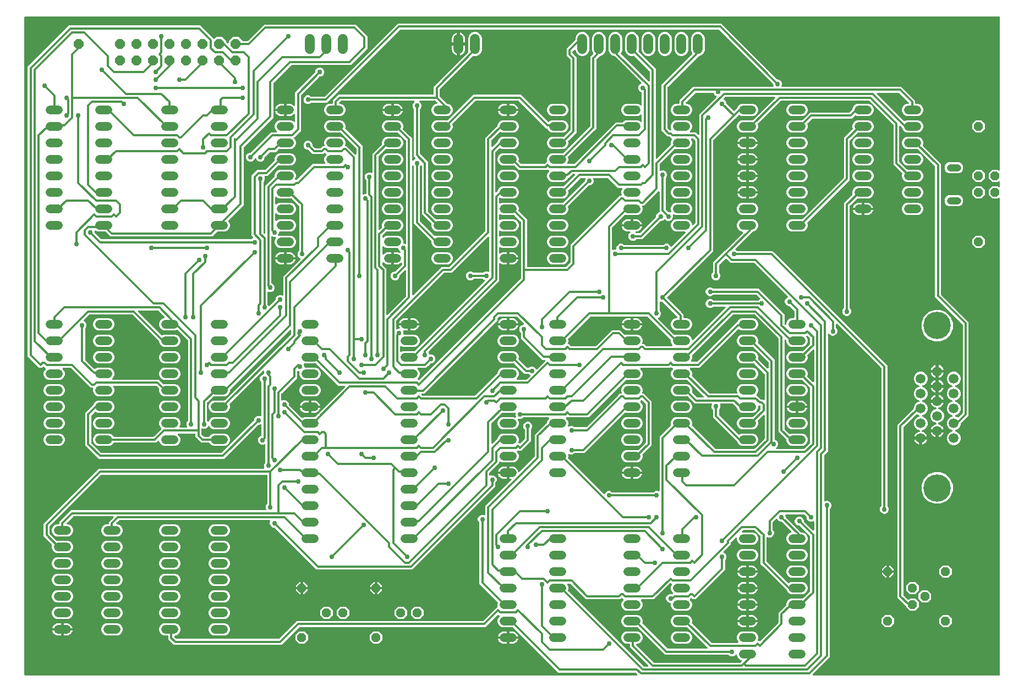
<source format=gbr>
G04 EAGLE Gerber RS-274X export*
G75*
%MOMM*%
%FSLAX34Y34*%
%LPD*%
%INBottom Copper*%
%IPPOS*%
%AMOC8*
5,1,8,0,0,1.08239X$1,22.5*%
G01*
%ADD10P,1.429621X8X292.500000*%
%ADD11C,1.320800*%
%ADD12C,1.508000*%
%ADD13C,4.216000*%
%ADD14C,1.524000*%
%ADD15P,1.649562X8X22.500000*%
%ADD16C,1.117600*%
%ADD17P,1.429621X8X112.500000*%
%ADD18P,1.429621X8X202.500000*%
%ADD19C,0.304800*%
%ADD20C,0.756400*%

G36*
X1036070Y-45702D02*
X1036070Y-45702D01*
X1036209Y-45689D01*
X1036228Y-45682D01*
X1036248Y-45679D01*
X1036377Y-45628D01*
X1036508Y-45581D01*
X1036525Y-45570D01*
X1036543Y-45562D01*
X1036656Y-45481D01*
X1036771Y-45403D01*
X1036784Y-45387D01*
X1036801Y-45376D01*
X1036890Y-45268D01*
X1036981Y-45164D01*
X1036991Y-45146D01*
X1037004Y-45131D01*
X1037063Y-45005D01*
X1037126Y-44881D01*
X1037131Y-44861D01*
X1037139Y-44843D01*
X1037165Y-44707D01*
X1037196Y-44571D01*
X1037195Y-44550D01*
X1037199Y-44531D01*
X1037190Y-44392D01*
X1037186Y-44253D01*
X1037180Y-44233D01*
X1037179Y-44213D01*
X1037136Y-44081D01*
X1037098Y-43947D01*
X1037087Y-43930D01*
X1037081Y-43911D01*
X1037007Y-43793D01*
X1036936Y-43673D01*
X1036918Y-43652D01*
X1036911Y-43642D01*
X1036896Y-43628D01*
X1036830Y-43553D01*
X1034798Y-41520D01*
X1034719Y-41460D01*
X1034647Y-41392D01*
X1034594Y-41363D01*
X1034546Y-41326D01*
X1034455Y-41286D01*
X1034369Y-41238D01*
X1034310Y-41223D01*
X1034255Y-41199D01*
X1034157Y-41184D01*
X1034061Y-41159D01*
X1033961Y-41153D01*
X1033940Y-41149D01*
X1033928Y-41151D01*
X1033900Y-41149D01*
X915554Y-41149D01*
X912504Y-38098D01*
X846330Y28076D01*
X846251Y28136D01*
X846179Y28204D01*
X846126Y28233D01*
X846078Y28270D01*
X845987Y28310D01*
X845901Y28358D01*
X845842Y28373D01*
X845787Y28397D01*
X845689Y28412D01*
X845593Y28437D01*
X845493Y28443D01*
X845472Y28447D01*
X845460Y28445D01*
X845432Y28447D01*
X829676Y28447D01*
X826128Y29917D01*
X823413Y32632D01*
X821943Y36180D01*
X821943Y40020D01*
X823413Y43568D01*
X824922Y45077D01*
X825007Y45186D01*
X825095Y45293D01*
X825104Y45312D01*
X825116Y45328D01*
X825172Y45456D01*
X825231Y45581D01*
X825235Y45601D01*
X825243Y45620D01*
X825265Y45758D01*
X825291Y45894D01*
X825289Y45914D01*
X825293Y45934D01*
X825280Y46073D01*
X825271Y46211D01*
X825265Y46230D01*
X825263Y46250D01*
X825216Y46382D01*
X825173Y46513D01*
X825162Y46531D01*
X825155Y46550D01*
X825077Y46665D01*
X825003Y46782D01*
X824988Y46796D01*
X824977Y46813D01*
X824872Y46905D01*
X824771Y47000D01*
X824753Y47010D01*
X824738Y47023D01*
X824614Y47087D01*
X824493Y47154D01*
X824473Y47159D01*
X824455Y47168D01*
X824319Y47198D01*
X824185Y47233D01*
X824157Y47235D01*
X824145Y47238D01*
X824124Y47237D01*
X824120Y47237D01*
X823857Y47500D01*
X823763Y47573D01*
X823674Y47651D01*
X823638Y47670D01*
X823606Y47695D01*
X823497Y47742D01*
X823391Y47796D01*
X823352Y47805D01*
X823314Y47821D01*
X823197Y47840D01*
X823081Y47866D01*
X823040Y47864D01*
X823000Y47871D01*
X822882Y47860D01*
X822763Y47856D01*
X822724Y47845D01*
X822684Y47841D01*
X822571Y47801D01*
X822457Y47768D01*
X822422Y47747D01*
X822384Y47733D01*
X822286Y47667D01*
X822183Y47606D01*
X822138Y47566D01*
X822121Y47555D01*
X822108Y47540D01*
X822062Y47500D01*
X803518Y28955D01*
X517532Y28955D01*
X517434Y28943D01*
X517335Y28940D01*
X517276Y28923D01*
X517216Y28915D01*
X517124Y28879D01*
X517029Y28851D01*
X516977Y28821D01*
X516921Y28798D01*
X516841Y28740D01*
X516755Y28690D01*
X516680Y28624D01*
X516663Y28612D01*
X516655Y28602D01*
X516634Y28584D01*
X489574Y1523D01*
X324242Y1523D01*
X315467Y10298D01*
X315467Y14478D01*
X315452Y14596D01*
X315445Y14715D01*
X315432Y14753D01*
X315427Y14794D01*
X315384Y14904D01*
X315347Y15017D01*
X315325Y15052D01*
X315310Y15089D01*
X315241Y15185D01*
X315177Y15286D01*
X315147Y15314D01*
X315124Y15347D01*
X315032Y15423D01*
X314945Y15504D01*
X314910Y15524D01*
X314879Y15549D01*
X314771Y15600D01*
X314667Y15658D01*
X314627Y15668D01*
X314591Y15685D01*
X314474Y15707D01*
X314359Y15737D01*
X314299Y15741D01*
X314279Y15745D01*
X314258Y15743D01*
X314198Y15747D01*
X308976Y15747D01*
X305428Y17217D01*
X302713Y19932D01*
X301243Y23480D01*
X301243Y27320D01*
X302713Y30868D01*
X305428Y33583D01*
X308976Y35053D01*
X326024Y35053D01*
X329572Y33583D01*
X332287Y30868D01*
X333757Y27320D01*
X333757Y23480D01*
X332287Y19932D01*
X329572Y17217D01*
X326024Y15747D01*
X326016Y15747D01*
X325878Y15730D01*
X325739Y15717D01*
X325720Y15710D01*
X325700Y15707D01*
X325571Y15656D01*
X325440Y15609D01*
X325423Y15598D01*
X325405Y15590D01*
X325292Y15509D01*
X325177Y15431D01*
X325164Y15415D01*
X325147Y15404D01*
X325058Y15296D01*
X324967Y15192D01*
X324957Y15174D01*
X324944Y15159D01*
X324885Y15033D01*
X324822Y14909D01*
X324817Y14889D01*
X324809Y14871D01*
X324783Y14735D01*
X324752Y14599D01*
X324753Y14578D01*
X324749Y14559D01*
X324758Y14420D01*
X324762Y14281D01*
X324768Y14261D01*
X324769Y14241D01*
X324812Y14109D01*
X324850Y13975D01*
X324861Y13958D01*
X324867Y13939D01*
X324941Y13821D01*
X325012Y13701D01*
X325030Y13680D01*
X325037Y13670D01*
X325052Y13656D01*
X325118Y13581D01*
X327658Y11040D01*
X327737Y10980D01*
X327809Y10912D01*
X327862Y10883D01*
X327910Y10846D01*
X328001Y10806D01*
X328087Y10758D01*
X328146Y10743D01*
X328201Y10719D01*
X328299Y10704D01*
X328395Y10679D01*
X328495Y10673D01*
X328516Y10669D01*
X328528Y10671D01*
X328556Y10669D01*
X485260Y10669D01*
X485358Y10681D01*
X485457Y10684D01*
X485516Y10701D01*
X485576Y10709D01*
X485668Y10745D01*
X485763Y10773D01*
X485815Y10803D01*
X485871Y10826D01*
X485951Y10884D01*
X486037Y10934D01*
X486112Y11000D01*
X486129Y11012D01*
X486137Y11022D01*
X486158Y11040D01*
X513218Y38101D01*
X799204Y38101D01*
X799302Y38113D01*
X799401Y38116D01*
X799460Y38133D01*
X799520Y38141D01*
X799612Y38177D01*
X799707Y38205D01*
X799759Y38235D01*
X799815Y38258D01*
X799895Y38316D01*
X799981Y38366D01*
X800056Y38432D01*
X800073Y38444D01*
X800081Y38454D01*
X800102Y38472D01*
X821080Y59451D01*
X821138Y59463D01*
X821247Y59477D01*
X821293Y59495D01*
X821342Y59505D01*
X821441Y59553D01*
X821543Y59594D01*
X821583Y59623D01*
X821628Y59645D01*
X821711Y59716D01*
X821800Y59780D01*
X821832Y59819D01*
X821870Y59851D01*
X821933Y59941D01*
X822003Y60025D01*
X822024Y60070D01*
X822053Y60111D01*
X822092Y60214D01*
X822138Y60313D01*
X822148Y60362D01*
X822165Y60408D01*
X822178Y60518D01*
X822198Y60625D01*
X822195Y60675D01*
X822201Y60724D01*
X822185Y60833D01*
X822178Y60943D01*
X822163Y60990D01*
X822156Y61039D01*
X822104Y61192D01*
X821943Y61580D01*
X821943Y65420D01*
X822287Y66250D01*
X822295Y66279D01*
X822308Y66305D01*
X822337Y66431D01*
X822371Y66557D01*
X822371Y66586D01*
X822378Y66615D01*
X822374Y66745D01*
X822376Y66875D01*
X822369Y66903D01*
X822368Y66933D01*
X822332Y67058D01*
X822302Y67184D01*
X822288Y67210D01*
X822280Y67238D01*
X822214Y67350D01*
X822153Y67465D01*
X822133Y67487D01*
X822118Y67512D01*
X822012Y67633D01*
X797054Y92592D01*
X794003Y95642D01*
X794003Y189459D01*
X793991Y189557D01*
X793988Y189656D01*
X793971Y189714D01*
X793963Y189774D01*
X793927Y189867D01*
X793899Y189962D01*
X793869Y190014D01*
X793846Y190070D01*
X793788Y190150D01*
X793738Y190236D01*
X793672Y190311D01*
X793660Y190327D01*
X793650Y190335D01*
X793632Y190356D01*
X792785Y191203D01*
X791745Y193713D01*
X791745Y196431D01*
X792785Y198941D01*
X794707Y200863D01*
X797217Y201903D01*
X799935Y201903D01*
X801392Y201299D01*
X801440Y201286D01*
X801485Y201265D01*
X801593Y201244D01*
X801699Y201215D01*
X801749Y201214D01*
X801798Y201205D01*
X801907Y201212D01*
X802017Y201210D01*
X802065Y201222D01*
X802115Y201225D01*
X802219Y201258D01*
X802326Y201284D01*
X802370Y201307D01*
X802417Y201323D01*
X802510Y201381D01*
X802607Y201433D01*
X802644Y201466D01*
X802686Y201493D01*
X802761Y201573D01*
X802843Y201647D01*
X802870Y201688D01*
X802904Y201724D01*
X802957Y201821D01*
X803017Y201912D01*
X803034Y201960D01*
X803058Y202003D01*
X803085Y202109D01*
X803121Y202213D01*
X803125Y202263D01*
X803137Y202311D01*
X803147Y202472D01*
X803147Y215254D01*
X843282Y255389D01*
X843367Y255498D01*
X843456Y255605D01*
X843464Y255624D01*
X843477Y255640D01*
X843532Y255768D01*
X843591Y255893D01*
X843595Y255913D01*
X843603Y255932D01*
X843625Y256070D01*
X843651Y256206D01*
X843650Y256226D01*
X843653Y256246D01*
X843640Y256385D01*
X843631Y256523D01*
X843625Y256542D01*
X843623Y256562D01*
X843576Y256694D01*
X843533Y256825D01*
X843522Y256843D01*
X843515Y256862D01*
X843437Y256977D01*
X843363Y257094D01*
X843348Y257108D01*
X843337Y257125D01*
X843233Y257217D01*
X843131Y257312D01*
X843114Y257322D01*
X843098Y257335D01*
X842975Y257398D01*
X842853Y257466D01*
X842833Y257471D01*
X842815Y257480D01*
X842679Y257510D01*
X842545Y257545D01*
X842517Y257547D01*
X842505Y257550D01*
X842484Y257549D01*
X842384Y257555D01*
X840231Y257555D01*
X840231Y265938D01*
X840216Y266056D01*
X840209Y266175D01*
X840196Y266213D01*
X840191Y266253D01*
X840148Y266364D01*
X840111Y266477D01*
X840089Y266511D01*
X840074Y266549D01*
X840005Y266645D01*
X839971Y266697D01*
X839988Y266715D01*
X840008Y266750D01*
X840033Y266782D01*
X840084Y266889D01*
X840142Y266994D01*
X840152Y267033D01*
X840169Y267069D01*
X840191Y267186D01*
X840221Y267302D01*
X840225Y267362D01*
X840229Y267382D01*
X840227Y267402D01*
X840231Y267462D01*
X840231Y275845D01*
X845524Y275845D01*
X846945Y275620D01*
X848314Y275175D01*
X849597Y274521D01*
X850761Y273675D01*
X851779Y272657D01*
X852625Y271493D01*
X853279Y270210D01*
X853724Y268841D01*
X853746Y268703D01*
X853757Y268664D01*
X853760Y268625D01*
X853801Y268512D01*
X853834Y268397D01*
X853854Y268363D01*
X853868Y268325D01*
X853935Y268226D01*
X853996Y268123D01*
X854024Y268095D01*
X854047Y268062D01*
X854136Y267983D01*
X854221Y267898D01*
X854255Y267878D01*
X854285Y267852D01*
X854392Y267797D01*
X854495Y267736D01*
X854533Y267725D01*
X854568Y267707D01*
X854685Y267681D01*
X854800Y267647D01*
X854840Y267646D01*
X854879Y267637D01*
X854998Y267641D01*
X855118Y267637D01*
X855156Y267646D01*
X855196Y267647D01*
X855311Y267680D01*
X855428Y267706D01*
X855464Y267724D01*
X855502Y267736D01*
X855605Y267796D01*
X855712Y267851D01*
X855742Y267877D01*
X855776Y267897D01*
X855897Y268003D01*
X878976Y291082D01*
X879036Y291161D01*
X879104Y291233D01*
X879133Y291286D01*
X879170Y291334D01*
X879210Y291425D01*
X879258Y291511D01*
X879273Y291570D01*
X879297Y291625D01*
X879312Y291723D01*
X879337Y291819D01*
X879343Y291919D01*
X879347Y291940D01*
X879345Y291952D01*
X879347Y291980D01*
X879347Y324982D01*
X897772Y343406D01*
X897832Y343485D01*
X897900Y343557D01*
X897929Y343610D01*
X897966Y343658D01*
X898006Y343749D01*
X898054Y343835D01*
X898069Y343894D01*
X898093Y343949D01*
X898108Y344047D01*
X898133Y344143D01*
X898139Y344243D01*
X898143Y344264D01*
X898141Y344276D01*
X898143Y344304D01*
X898143Y344820D01*
X899613Y348368D01*
X901122Y349877D01*
X901207Y349986D01*
X901295Y350093D01*
X901304Y350112D01*
X901316Y350128D01*
X901372Y350256D01*
X901431Y350381D01*
X901435Y350401D01*
X901443Y350420D01*
X901465Y350558D01*
X901491Y350694D01*
X901489Y350714D01*
X901493Y350734D01*
X901480Y350873D01*
X901471Y351011D01*
X901465Y351030D01*
X901463Y351050D01*
X901416Y351182D01*
X901373Y351313D01*
X901362Y351331D01*
X901355Y351350D01*
X901277Y351465D01*
X901203Y351582D01*
X901188Y351596D01*
X901177Y351613D01*
X901072Y351705D01*
X900971Y351800D01*
X900953Y351810D01*
X900938Y351823D01*
X900814Y351887D01*
X900693Y351954D01*
X900673Y351959D01*
X900655Y351968D01*
X900519Y351998D01*
X900385Y352033D01*
X900357Y352035D01*
X900345Y352038D01*
X900324Y352037D01*
X900224Y352043D01*
X862101Y352043D01*
X862003Y352031D01*
X861904Y352028D01*
X861846Y352011D01*
X861786Y352003D01*
X861694Y351967D01*
X861598Y351939D01*
X861546Y351909D01*
X861490Y351886D01*
X861410Y351828D01*
X861324Y351778D01*
X861249Y351712D01*
X861233Y351700D01*
X861225Y351690D01*
X861204Y351671D01*
X860357Y350825D01*
X857847Y349785D01*
X855129Y349785D01*
X854666Y349977D01*
X854531Y350014D01*
X854399Y350055D01*
X854379Y350056D01*
X854359Y350061D01*
X854220Y350063D01*
X854081Y350070D01*
X854061Y350066D01*
X854041Y350066D01*
X853906Y350034D01*
X853770Y350006D01*
X853751Y349997D01*
X853732Y349992D01*
X853609Y349927D01*
X853484Y349866D01*
X853469Y349853D01*
X853451Y349843D01*
X853348Y349750D01*
X853242Y349660D01*
X853230Y349643D01*
X853215Y349630D01*
X853139Y349513D01*
X853059Y349400D01*
X853052Y349381D01*
X853041Y349364D01*
X852996Y349232D01*
X852946Y349102D01*
X852944Y349082D01*
X852937Y349063D01*
X852926Y348924D01*
X852911Y348786D01*
X852914Y348766D01*
X852912Y348746D01*
X852936Y348609D01*
X852955Y348471D01*
X852964Y348445D01*
X852967Y348433D01*
X852975Y348414D01*
X853007Y348319D01*
X854457Y344820D01*
X854457Y340980D01*
X852987Y337432D01*
X850272Y334717D01*
X846724Y333247D01*
X829676Y333247D01*
X826128Y334717D01*
X823413Y337432D01*
X821943Y340980D01*
X821943Y344820D01*
X823413Y348368D01*
X826128Y351083D01*
X829676Y352553D01*
X846724Y352553D01*
X848786Y351699D01*
X848920Y351662D01*
X849053Y351621D01*
X849073Y351620D01*
X849093Y351615D01*
X849232Y351612D01*
X849371Y351606D01*
X849390Y351610D01*
X849411Y351610D01*
X849547Y351642D01*
X849682Y351670D01*
X849700Y351679D01*
X849720Y351684D01*
X849843Y351749D01*
X849968Y351810D01*
X849983Y351823D01*
X850001Y351832D01*
X850104Y351926D01*
X850210Y352016D01*
X850222Y352033D01*
X850237Y352046D01*
X850313Y352163D01*
X850393Y352276D01*
X850400Y352295D01*
X850411Y352312D01*
X850456Y352444D01*
X850506Y352574D01*
X850508Y352594D01*
X850514Y352613D01*
X850526Y352751D01*
X850541Y352890D01*
X850538Y352910D01*
X850540Y352930D01*
X850516Y353067D01*
X850496Y353205D01*
X850487Y353231D01*
X850485Y353243D01*
X850477Y353262D01*
X850444Y353357D01*
X849657Y355257D01*
X849657Y357963D01*
X849651Y358012D01*
X849653Y358062D01*
X849631Y358169D01*
X849617Y358278D01*
X849599Y358325D01*
X849589Y358373D01*
X849541Y358472D01*
X849500Y358574D01*
X849471Y358614D01*
X849449Y358659D01*
X849378Y358742D01*
X849314Y358831D01*
X849275Y358863D01*
X849243Y358901D01*
X849153Y358964D01*
X849069Y359034D01*
X849024Y359055D01*
X848983Y359084D01*
X848880Y359123D01*
X848781Y359170D01*
X848732Y359179D01*
X848686Y359197D01*
X848576Y359209D01*
X848469Y359229D01*
X848419Y359226D01*
X848370Y359232D01*
X848261Y359216D01*
X848151Y359210D01*
X848104Y359194D01*
X848055Y359187D01*
X847902Y359135D01*
X846724Y358647D01*
X829676Y358647D01*
X829564Y358693D01*
X829536Y358701D01*
X829510Y358715D01*
X829383Y358743D01*
X829258Y358777D01*
X829228Y358778D01*
X829199Y358784D01*
X829070Y358780D01*
X828940Y358782D01*
X828911Y358776D01*
X828881Y358775D01*
X828757Y358739D01*
X828630Y358708D01*
X828604Y358695D01*
X828576Y358686D01*
X828464Y358620D01*
X828349Y358560D01*
X828327Y358540D01*
X828302Y358525D01*
X828181Y358418D01*
X812664Y342902D01*
X812604Y342823D01*
X812536Y342751D01*
X812507Y342698D01*
X812470Y342650D01*
X812430Y342559D01*
X812382Y342473D01*
X812367Y342414D01*
X812343Y342359D01*
X812328Y342261D01*
X812303Y342165D01*
X812297Y342065D01*
X812293Y342044D01*
X812295Y342032D01*
X812293Y342004D01*
X812293Y312808D01*
X812310Y312670D01*
X812323Y312531D01*
X812330Y312512D01*
X812333Y312492D01*
X812384Y312363D01*
X812431Y312232D01*
X812442Y312215D01*
X812450Y312197D01*
X812531Y312084D01*
X812609Y311969D01*
X812625Y311956D01*
X812636Y311939D01*
X812744Y311850D01*
X812848Y311759D01*
X812866Y311749D01*
X812881Y311736D01*
X813007Y311677D01*
X813131Y311614D01*
X813151Y311609D01*
X813169Y311601D01*
X813305Y311575D01*
X813441Y311544D01*
X813462Y311545D01*
X813481Y311541D01*
X813620Y311550D01*
X813759Y311554D01*
X813779Y311560D01*
X813799Y311561D01*
X813931Y311604D01*
X814065Y311642D01*
X814082Y311653D01*
X814101Y311659D01*
X814219Y311733D01*
X814339Y311804D01*
X814360Y311822D01*
X814370Y311829D01*
X814384Y311844D01*
X814459Y311910D01*
X821063Y318514D01*
X821746Y319197D01*
X821752Y319205D01*
X821759Y319210D01*
X821850Y319330D01*
X821941Y319448D01*
X821945Y319457D01*
X821951Y319464D01*
X822022Y319609D01*
X823413Y322968D01*
X826128Y325683D01*
X829676Y327153D01*
X846724Y327153D01*
X850272Y325683D01*
X852987Y322968D01*
X854457Y319420D01*
X854457Y315580D01*
X853875Y314176D01*
X853862Y314128D01*
X853841Y314083D01*
X853820Y313975D01*
X853791Y313869D01*
X853790Y313819D01*
X853781Y313770D01*
X853788Y313661D01*
X853786Y313551D01*
X853798Y313503D01*
X853801Y313453D01*
X853835Y313349D01*
X853860Y313242D01*
X853883Y313198D01*
X853899Y313151D01*
X853958Y313058D01*
X854009Y312961D01*
X854042Y312924D01*
X854069Y312882D01*
X854149Y312807D01*
X854223Y312725D01*
X854264Y312698D01*
X854301Y312664D01*
X854397Y312611D01*
X854489Y312551D01*
X854536Y312534D01*
X854579Y312510D01*
X854685Y312483D01*
X854789Y312447D01*
X854839Y312443D01*
X854887Y312431D01*
X855048Y312421D01*
X855334Y312421D01*
X855590Y312164D01*
X855685Y312091D01*
X855774Y312013D01*
X855810Y311994D01*
X855842Y311969D01*
X855951Y311922D01*
X856057Y311868D01*
X856096Y311859D01*
X856134Y311843D01*
X856251Y311824D01*
X856367Y311798D01*
X856408Y311800D01*
X856448Y311793D01*
X856566Y311804D01*
X856685Y311808D01*
X856724Y311819D01*
X856764Y311823D01*
X856876Y311863D01*
X856991Y311896D01*
X857026Y311917D01*
X857064Y311931D01*
X857162Y311997D01*
X857265Y312058D01*
X857310Y312098D01*
X857327Y312109D01*
X857340Y312124D01*
X857385Y312164D01*
X863736Y318514D01*
X863796Y318593D01*
X863864Y318665D01*
X863893Y318718D01*
X863930Y318766D01*
X863970Y318857D01*
X864018Y318943D01*
X864033Y319002D01*
X864057Y319057D01*
X864072Y319155D01*
X864097Y319251D01*
X864103Y319351D01*
X864107Y319372D01*
X864105Y319384D01*
X864107Y319412D01*
X864107Y332715D01*
X864095Y332813D01*
X864092Y332912D01*
X864075Y332970D01*
X864067Y333030D01*
X864031Y333123D01*
X864003Y333218D01*
X863973Y333270D01*
X863950Y333326D01*
X863892Y333406D01*
X863842Y333492D01*
X863776Y333567D01*
X863764Y333583D01*
X863754Y333591D01*
X863736Y333612D01*
X862889Y334459D01*
X861849Y336969D01*
X861849Y339687D01*
X862889Y342197D01*
X864811Y344119D01*
X867321Y345159D01*
X870039Y345159D01*
X872549Y344119D01*
X874471Y342197D01*
X875511Y339687D01*
X875511Y336969D01*
X874471Y334459D01*
X873624Y333612D01*
X873564Y333534D01*
X873496Y333462D01*
X873467Y333409D01*
X873430Y333361D01*
X873390Y333270D01*
X873342Y333184D01*
X873327Y333125D01*
X873303Y333069D01*
X873288Y332971D01*
X873263Y332876D01*
X873257Y332776D01*
X873253Y332755D01*
X873255Y332743D01*
X873253Y332715D01*
X873253Y315098D01*
X858382Y300227D01*
X854594Y300227D01*
X854337Y300484D01*
X854243Y300557D01*
X854154Y300635D01*
X854118Y300654D01*
X854086Y300679D01*
X853977Y300726D01*
X853871Y300780D01*
X853832Y300789D01*
X853794Y300805D01*
X853677Y300824D01*
X853561Y300850D01*
X853520Y300848D01*
X853480Y300855D01*
X853362Y300844D01*
X853243Y300840D01*
X853204Y300829D01*
X853164Y300825D01*
X853051Y300785D01*
X852937Y300752D01*
X852902Y300731D01*
X852864Y300717D01*
X852766Y300651D01*
X852663Y300590D01*
X852618Y300550D01*
X852601Y300539D01*
X852588Y300524D01*
X852542Y300484D01*
X852204Y300146D01*
X852131Y300051D01*
X852053Y299962D01*
X852034Y299926D01*
X852009Y299894D01*
X851962Y299785D01*
X851908Y299679D01*
X851899Y299640D01*
X851883Y299602D01*
X851864Y299485D01*
X851838Y299369D01*
X851840Y299328D01*
X851833Y299288D01*
X851844Y299170D01*
X851848Y299051D01*
X851859Y299012D01*
X851863Y298972D01*
X851903Y298860D01*
X851936Y298745D01*
X851957Y298711D01*
X851971Y298672D01*
X852038Y298574D01*
X852098Y298471D01*
X852138Y298426D01*
X852149Y298409D01*
X852165Y298396D01*
X852204Y298351D01*
X852987Y297568D01*
X854457Y294020D01*
X854457Y290180D01*
X852987Y286632D01*
X850272Y283917D01*
X846724Y282447D01*
X829676Y282447D01*
X826240Y283871D01*
X826192Y283884D01*
X826147Y283905D01*
X826039Y283926D01*
X825933Y283955D01*
X825883Y283955D01*
X825834Y283965D01*
X825725Y283958D01*
X825615Y283960D01*
X825567Y283948D01*
X825517Y283945D01*
X825413Y283911D01*
X825306Y283885D01*
X825262Y283862D01*
X825215Y283847D01*
X825122Y283788D01*
X825025Y283737D01*
X824988Y283703D01*
X824946Y283677D01*
X824871Y283597D01*
X824789Y283523D01*
X824762Y283481D01*
X824728Y283445D01*
X824675Y283349D01*
X824615Y283257D01*
X824598Y283210D01*
X824574Y283167D01*
X824547Y283060D01*
X824511Y282956D01*
X824507Y282907D01*
X824495Y282859D01*
X824485Y282698D01*
X824485Y281570D01*
X809616Y266702D01*
X809556Y266623D01*
X809488Y266551D01*
X809459Y266498D01*
X809422Y266450D01*
X809382Y266359D01*
X809334Y266273D01*
X809319Y266214D01*
X809295Y266159D01*
X809280Y266061D01*
X809255Y265965D01*
X809249Y265865D01*
X809245Y265844D01*
X809247Y265832D01*
X809245Y265804D01*
X809245Y263432D01*
X809251Y263382D01*
X809249Y263333D01*
X809271Y263225D01*
X809285Y263116D01*
X809303Y263070D01*
X809313Y263021D01*
X809361Y262923D01*
X809402Y262820D01*
X809431Y262780D01*
X809453Y262736D01*
X809524Y262652D01*
X809588Y262563D01*
X809627Y262531D01*
X809659Y262494D01*
X809749Y262430D01*
X809833Y262360D01*
X809878Y262339D01*
X809919Y262310D01*
X810022Y262271D01*
X810121Y262225D01*
X810170Y262215D01*
X810216Y262198D01*
X810326Y262186D01*
X810433Y262165D01*
X810483Y262168D01*
X810532Y262162D01*
X810641Y262178D01*
X810751Y262185D01*
X810798Y262200D01*
X810847Y262207D01*
X811000Y262259D01*
X812457Y262863D01*
X815175Y262863D01*
X817685Y261823D01*
X819607Y259901D01*
X820647Y257391D01*
X820647Y254673D01*
X819607Y252163D01*
X818760Y251316D01*
X818700Y251238D01*
X818632Y251166D01*
X818603Y251113D01*
X818566Y251065D01*
X818526Y250974D01*
X818478Y250888D01*
X818463Y250829D01*
X818439Y250773D01*
X818424Y250675D01*
X818399Y250580D01*
X818393Y250480D01*
X818389Y250459D01*
X818391Y250447D01*
X818389Y250419D01*
X818389Y244994D01*
X690742Y117347D01*
X543698Y117347D01*
X479272Y181774D01*
X479193Y181834D01*
X479121Y181902D01*
X479068Y181931D01*
X479020Y181968D01*
X478929Y182008D01*
X478843Y182056D01*
X478784Y182071D01*
X478729Y182095D01*
X478631Y182110D01*
X478535Y182135D01*
X478435Y182141D01*
X478414Y182145D01*
X478402Y182143D01*
X478374Y182145D01*
X477177Y182145D01*
X474667Y183185D01*
X472745Y185107D01*
X471705Y187617D01*
X471705Y190335D01*
X472309Y191792D01*
X472322Y191840D01*
X472343Y191885D01*
X472364Y191993D01*
X472393Y192099D01*
X472394Y192149D01*
X472403Y192198D01*
X472396Y192307D01*
X472398Y192417D01*
X472386Y192465D01*
X472383Y192515D01*
X472350Y192619D01*
X472324Y192726D01*
X472301Y192770D01*
X472285Y192817D01*
X472227Y192910D01*
X472175Y193007D01*
X472142Y193044D01*
X472115Y193086D01*
X472035Y193161D01*
X471961Y193243D01*
X471920Y193270D01*
X471884Y193304D01*
X471787Y193357D01*
X471696Y193417D01*
X471648Y193434D01*
X471605Y193458D01*
X471499Y193485D01*
X471395Y193521D01*
X471345Y193525D01*
X471297Y193537D01*
X471136Y193547D01*
X240164Y193547D01*
X240066Y193535D01*
X239967Y193532D01*
X239908Y193515D01*
X239848Y193507D01*
X239756Y193471D01*
X239661Y193443D01*
X239609Y193413D01*
X239553Y193390D01*
X239473Y193332D01*
X239387Y193282D01*
X239312Y193216D01*
X239295Y193204D01*
X239287Y193194D01*
X239266Y193176D01*
X235710Y189619D01*
X235625Y189510D01*
X235536Y189403D01*
X235528Y189384D01*
X235515Y189368D01*
X235460Y189240D01*
X235401Y189115D01*
X235397Y189095D01*
X235389Y189076D01*
X235367Y188938D01*
X235341Y188802D01*
X235342Y188782D01*
X235339Y188762D01*
X235352Y188623D01*
X235361Y188485D01*
X235367Y188466D01*
X235369Y188446D01*
X235416Y188314D01*
X235459Y188183D01*
X235470Y188165D01*
X235477Y188146D01*
X235555Y188031D01*
X235629Y187914D01*
X235644Y187900D01*
X235655Y187883D01*
X235759Y187791D01*
X235861Y187696D01*
X235878Y187686D01*
X235894Y187673D01*
X236018Y187609D01*
X236139Y187542D01*
X236159Y187537D01*
X236177Y187528D01*
X236313Y187498D01*
X236447Y187463D01*
X236475Y187461D01*
X236487Y187458D01*
X236508Y187459D01*
X236608Y187453D01*
X237124Y187453D01*
X240672Y185983D01*
X243387Y183268D01*
X244857Y179720D01*
X244857Y175880D01*
X243387Y172332D01*
X240672Y169617D01*
X237124Y168147D01*
X220076Y168147D01*
X216528Y169617D01*
X213813Y172332D01*
X212343Y175880D01*
X212343Y179720D01*
X213813Y183268D01*
X216528Y185983D01*
X220076Y187453D01*
X222758Y187453D01*
X222876Y187468D01*
X222995Y187475D01*
X223033Y187488D01*
X223074Y187493D01*
X223184Y187536D01*
X223297Y187573D01*
X223332Y187595D01*
X223369Y187610D01*
X223465Y187679D01*
X223566Y187743D01*
X223594Y187773D01*
X223627Y187796D01*
X223703Y187888D01*
X223784Y187975D01*
X223804Y188010D01*
X223829Y188041D01*
X223880Y188149D01*
X223938Y188253D01*
X223948Y188293D01*
X223965Y188329D01*
X223987Y188446D01*
X224017Y188561D01*
X224021Y188621D01*
X224025Y188641D01*
X224023Y188662D01*
X224027Y188722D01*
X224027Y190870D01*
X230634Y197477D01*
X230719Y197586D01*
X230808Y197693D01*
X230816Y197712D01*
X230829Y197728D01*
X230884Y197856D01*
X230943Y197981D01*
X230947Y198001D01*
X230955Y198020D01*
X230977Y198158D01*
X231003Y198294D01*
X231002Y198314D01*
X231005Y198334D01*
X230992Y198473D01*
X230983Y198611D01*
X230977Y198630D01*
X230975Y198650D01*
X230928Y198782D01*
X230885Y198913D01*
X230874Y198931D01*
X230867Y198950D01*
X230789Y199065D01*
X230715Y199182D01*
X230700Y199196D01*
X230689Y199213D01*
X230585Y199305D01*
X230483Y199400D01*
X230466Y199410D01*
X230450Y199423D01*
X230326Y199487D01*
X230205Y199554D01*
X230185Y199559D01*
X230167Y199568D01*
X230031Y199598D01*
X229897Y199633D01*
X229869Y199635D01*
X229857Y199638D01*
X229836Y199637D01*
X229736Y199643D01*
X170060Y199643D01*
X169962Y199631D01*
X169863Y199628D01*
X169804Y199611D01*
X169744Y199603D01*
X169652Y199567D01*
X169557Y199539D01*
X169505Y199509D01*
X169449Y199486D01*
X169369Y199428D01*
X169283Y199378D01*
X169208Y199312D01*
X169191Y199300D01*
X169183Y199290D01*
X169162Y199272D01*
X159510Y189619D01*
X159425Y189510D01*
X159336Y189403D01*
X159328Y189384D01*
X159315Y189368D01*
X159260Y189240D01*
X159201Y189115D01*
X159197Y189095D01*
X159189Y189076D01*
X159167Y188938D01*
X159141Y188802D01*
X159142Y188782D01*
X159139Y188762D01*
X159152Y188623D01*
X159161Y188485D01*
X159167Y188466D01*
X159169Y188446D01*
X159216Y188314D01*
X159259Y188183D01*
X159270Y188165D01*
X159277Y188146D01*
X159355Y188031D01*
X159429Y187914D01*
X159444Y187900D01*
X159455Y187883D01*
X159559Y187791D01*
X159661Y187696D01*
X159678Y187686D01*
X159694Y187673D01*
X159818Y187609D01*
X159939Y187542D01*
X159959Y187537D01*
X159977Y187528D01*
X160113Y187498D01*
X160247Y187463D01*
X160275Y187461D01*
X160287Y187458D01*
X160308Y187459D01*
X160408Y187453D01*
X160924Y187453D01*
X164472Y185983D01*
X167187Y183268D01*
X168657Y179720D01*
X168657Y175880D01*
X167187Y172332D01*
X164472Y169617D01*
X160924Y168147D01*
X143876Y168147D01*
X140328Y169617D01*
X137613Y172332D01*
X136143Y175880D01*
X136143Y179720D01*
X137613Y183268D01*
X140328Y185983D01*
X143876Y187453D01*
X146558Y187453D01*
X146676Y187468D01*
X146795Y187475D01*
X146833Y187488D01*
X146874Y187493D01*
X146984Y187536D01*
X147097Y187573D01*
X147132Y187595D01*
X147169Y187610D01*
X147265Y187679D01*
X147366Y187743D01*
X147394Y187773D01*
X147427Y187796D01*
X147503Y187888D01*
X147584Y187975D01*
X147604Y188010D01*
X147629Y188041D01*
X147680Y188149D01*
X147738Y188253D01*
X147748Y188293D01*
X147765Y188329D01*
X147787Y188446D01*
X147817Y188561D01*
X147821Y188621D01*
X147825Y188641D01*
X147823Y188662D01*
X147827Y188722D01*
X147827Y190870D01*
X165746Y208789D01*
X465040Y208789D01*
X465090Y208795D01*
X465139Y208793D01*
X465247Y208815D01*
X465356Y208829D01*
X465402Y208847D01*
X465451Y208857D01*
X465549Y208905D01*
X465652Y208946D01*
X465692Y208975D01*
X465736Y208997D01*
X465820Y209068D01*
X465909Y209132D01*
X465941Y209171D01*
X465978Y209203D01*
X466042Y209293D01*
X466112Y209377D01*
X466133Y209422D01*
X466162Y209463D01*
X466201Y209566D01*
X466247Y209665D01*
X466257Y209714D01*
X466274Y209760D01*
X466286Y209870D01*
X466307Y209977D01*
X466304Y210027D01*
X466310Y210076D01*
X466294Y210185D01*
X466287Y210295D01*
X466272Y210342D01*
X466265Y210391D01*
X466213Y210544D01*
X465609Y212001D01*
X465609Y214719D01*
X466649Y217229D01*
X467496Y218076D01*
X467556Y218154D01*
X467624Y218226D01*
X467653Y218279D01*
X467690Y218327D01*
X467730Y218418D01*
X467778Y218504D01*
X467793Y218563D01*
X467817Y218619D01*
X467832Y218717D01*
X467857Y218812D01*
X467863Y218912D01*
X467867Y218933D01*
X467865Y218945D01*
X467867Y218973D01*
X467867Y262382D01*
X467852Y262500D01*
X467845Y262619D01*
X467832Y262657D01*
X467827Y262698D01*
X467784Y262808D01*
X467747Y262921D01*
X467725Y262956D01*
X467710Y262993D01*
X467641Y263089D01*
X467577Y263190D01*
X467547Y263218D01*
X467524Y263251D01*
X467432Y263327D01*
X467345Y263408D01*
X467310Y263428D01*
X467279Y263453D01*
X467171Y263504D01*
X467067Y263562D01*
X467027Y263572D01*
X466991Y263589D01*
X466874Y263611D01*
X466759Y263641D01*
X466699Y263645D01*
X466679Y263649D01*
X466658Y263647D01*
X466598Y263651D01*
X212732Y263651D01*
X212634Y263639D01*
X212535Y263636D01*
X212476Y263619D01*
X212416Y263611D01*
X212324Y263575D01*
X212229Y263547D01*
X212177Y263517D01*
X212121Y263494D01*
X212041Y263436D01*
X211955Y263386D01*
X211880Y263320D01*
X211863Y263308D01*
X211855Y263298D01*
X211834Y263280D01*
X132960Y184406D01*
X132900Y184327D01*
X132832Y184255D01*
X132803Y184202D01*
X132766Y184154D01*
X132726Y184063D01*
X132678Y183977D01*
X132663Y183918D01*
X132639Y183863D01*
X132624Y183765D01*
X132599Y183669D01*
X132593Y183569D01*
X132589Y183548D01*
X132591Y183536D01*
X132589Y183508D01*
X132589Y173108D01*
X132601Y173010D01*
X132604Y172911D01*
X132621Y172852D01*
X132629Y172792D01*
X132665Y172700D01*
X132693Y172605D01*
X132723Y172553D01*
X132746Y172497D01*
X132804Y172417D01*
X132854Y172331D01*
X132920Y172256D01*
X132932Y172239D01*
X132942Y172231D01*
X132960Y172210D01*
X142746Y162424D01*
X142825Y162364D01*
X142897Y162296D01*
X142950Y162267D01*
X142998Y162230D01*
X143089Y162190D01*
X143175Y162142D01*
X143234Y162127D01*
X143289Y162103D01*
X143387Y162088D01*
X143483Y162063D01*
X143583Y162057D01*
X143604Y162053D01*
X143616Y162055D01*
X143644Y162053D01*
X160924Y162053D01*
X164472Y160583D01*
X167187Y157868D01*
X168657Y154320D01*
X168657Y150480D01*
X167187Y146932D01*
X164472Y144217D01*
X160924Y142747D01*
X143876Y142747D01*
X140328Y144217D01*
X137613Y146932D01*
X136143Y150480D01*
X136143Y154320D01*
X136338Y154791D01*
X136346Y154819D01*
X136360Y154846D01*
X136388Y154972D01*
X136422Y155098D01*
X136423Y155127D01*
X136429Y155156D01*
X136425Y155286D01*
X136427Y155416D01*
X136420Y155444D01*
X136420Y155474D01*
X136383Y155599D01*
X136353Y155725D01*
X136339Y155751D01*
X136331Y155779D01*
X136265Y155891D01*
X136204Y156006D01*
X136185Y156028D01*
X136170Y156053D01*
X136063Y156174D01*
X126494Y165744D01*
X123443Y168794D01*
X123443Y187822D01*
X208418Y272797D01*
X461992Y272797D01*
X462042Y272803D01*
X462091Y272801D01*
X462199Y272823D01*
X462308Y272837D01*
X462354Y272855D01*
X462403Y272865D01*
X462502Y272913D01*
X462604Y272954D01*
X462644Y272983D01*
X462689Y273005D01*
X462772Y273076D01*
X462861Y273140D01*
X462893Y273179D01*
X462930Y273211D01*
X462994Y273301D01*
X463064Y273385D01*
X463085Y273430D01*
X463114Y273471D01*
X463153Y273574D01*
X463199Y273673D01*
X463209Y273722D01*
X463226Y273768D01*
X463238Y273878D01*
X463259Y273985D01*
X463256Y274035D01*
X463262Y274084D01*
X463246Y274193D01*
X463239Y274303D01*
X463224Y274350D01*
X463217Y274399D01*
X463165Y274552D01*
X462561Y276009D01*
X462561Y278727D01*
X463601Y281237D01*
X464447Y282084D01*
X464508Y282162D01*
X464576Y282234D01*
X464605Y282287D01*
X464642Y282335D01*
X464682Y282426D01*
X464730Y282512D01*
X464745Y282571D01*
X464769Y282627D01*
X464784Y282725D01*
X464809Y282820D01*
X464815Y282920D01*
X464819Y282941D01*
X464817Y282953D01*
X464819Y282981D01*
X464819Y309592D01*
X464813Y309642D01*
X464815Y309691D01*
X464793Y309799D01*
X464779Y309908D01*
X464761Y309954D01*
X464751Y310003D01*
X464703Y310101D01*
X464662Y310204D01*
X464633Y310244D01*
X464611Y310288D01*
X464540Y310372D01*
X464476Y310461D01*
X464437Y310493D01*
X464405Y310530D01*
X464315Y310594D01*
X464231Y310664D01*
X464186Y310685D01*
X464145Y310714D01*
X464042Y310753D01*
X463943Y310799D01*
X463894Y310809D01*
X463848Y310826D01*
X463738Y310838D01*
X463631Y310859D01*
X463581Y310856D01*
X463532Y310862D01*
X463423Y310846D01*
X463313Y310839D01*
X463266Y310824D01*
X463217Y310817D01*
X463064Y310765D01*
X461607Y310161D01*
X458889Y310161D01*
X456379Y311201D01*
X454457Y313123D01*
X453417Y315633D01*
X453417Y318351D01*
X454457Y320861D01*
X456379Y322783D01*
X457940Y323429D01*
X457965Y323444D01*
X457993Y323453D01*
X458103Y323523D01*
X458216Y323587D01*
X458237Y323607D01*
X458262Y323623D01*
X458351Y323718D01*
X458444Y323808D01*
X458460Y323833D01*
X458480Y323855D01*
X458543Y323969D01*
X458611Y324079D01*
X458619Y324108D01*
X458634Y324133D01*
X458666Y324259D01*
X458704Y324383D01*
X458706Y324413D01*
X458713Y324441D01*
X458723Y324602D01*
X458723Y340072D01*
X458717Y340122D01*
X458719Y340171D01*
X458697Y340279D01*
X458683Y340388D01*
X458665Y340434D01*
X458655Y340483D01*
X458607Y340581D01*
X458566Y340684D01*
X458537Y340724D01*
X458515Y340768D01*
X458444Y340852D01*
X458380Y340941D01*
X458341Y340973D01*
X458309Y341010D01*
X458219Y341074D01*
X458135Y341144D01*
X458090Y341165D01*
X458049Y341194D01*
X457946Y341233D01*
X457847Y341279D01*
X457798Y341289D01*
X457752Y341306D01*
X457642Y341318D01*
X457535Y341339D01*
X457485Y341336D01*
X457436Y341342D01*
X457327Y341326D01*
X457217Y341319D01*
X457170Y341304D01*
X457121Y341297D01*
X456968Y341245D01*
X455511Y340641D01*
X454314Y340641D01*
X454216Y340629D01*
X454117Y340626D01*
X454058Y340609D01*
X453998Y340601D01*
X453906Y340565D01*
X453811Y340537D01*
X453759Y340507D01*
X453703Y340484D01*
X453623Y340426D01*
X453537Y340376D01*
X453462Y340310D01*
X453445Y340298D01*
X453437Y340288D01*
X453416Y340270D01*
X401182Y288035D01*
X208418Y288035D01*
X205368Y291085D01*
X205368Y291086D01*
X190502Y305952D01*
X187451Y309002D01*
X187451Y358510D01*
X199806Y370864D01*
X199811Y370872D01*
X199819Y370878D01*
X199909Y370997D01*
X200001Y371116D01*
X200004Y371124D01*
X200010Y371132D01*
X200081Y371276D01*
X201113Y373768D01*
X203828Y376483D01*
X207376Y377953D01*
X224424Y377953D01*
X227972Y376483D01*
X230687Y373768D01*
X232157Y370220D01*
X232157Y366380D01*
X230687Y362832D01*
X227972Y360117D01*
X224424Y358647D01*
X207376Y358647D01*
X203828Y360117D01*
X203807Y360138D01*
X203713Y360211D01*
X203624Y360289D01*
X203588Y360308D01*
X203556Y360332D01*
X203447Y360380D01*
X203341Y360434D01*
X203301Y360443D01*
X203264Y360459D01*
X203147Y360478D01*
X203031Y360504D01*
X202990Y360502D01*
X202950Y360509D01*
X202832Y360498D01*
X202713Y360494D01*
X202674Y360483D01*
X202634Y360479D01*
X202522Y360439D01*
X202407Y360406D01*
X202372Y360385D01*
X202334Y360371D01*
X202236Y360304D01*
X202133Y360244D01*
X202088Y360204D01*
X202071Y360193D01*
X202058Y360177D01*
X202012Y360138D01*
X196968Y355094D01*
X196908Y355015D01*
X196840Y354943D01*
X196811Y354890D01*
X196774Y354842D01*
X196734Y354751D01*
X196686Y354665D01*
X196671Y354606D01*
X196647Y354551D01*
X196632Y354453D01*
X196607Y354357D01*
X196601Y354257D01*
X196597Y354236D01*
X196599Y354224D01*
X196597Y354196D01*
X196597Y313316D01*
X196609Y313218D01*
X196612Y313119D01*
X196629Y313060D01*
X196637Y313000D01*
X196673Y312908D01*
X196701Y312813D01*
X196731Y312761D01*
X196754Y312705D01*
X196812Y312625D01*
X196862Y312539D01*
X196928Y312464D01*
X196940Y312447D01*
X196950Y312439D01*
X196968Y312418D01*
X211834Y297552D01*
X211913Y297492D01*
X211985Y297424D01*
X212038Y297395D01*
X212086Y297358D01*
X212177Y297318D01*
X212263Y297270D01*
X212322Y297255D01*
X212377Y297231D01*
X212475Y297216D01*
X212571Y297191D01*
X212671Y297185D01*
X212692Y297181D01*
X212704Y297183D01*
X212732Y297181D01*
X396868Y297181D01*
X396966Y297193D01*
X397065Y297196D01*
X397124Y297213D01*
X397184Y297221D01*
X397276Y297257D01*
X397371Y297285D01*
X397423Y297315D01*
X397479Y297338D01*
X397559Y297396D01*
X397645Y297446D01*
X397720Y297512D01*
X397737Y297524D01*
X397745Y297534D01*
X397766Y297552D01*
X446950Y346736D01*
X447010Y346815D01*
X447078Y346887D01*
X447107Y346940D01*
X447144Y346988D01*
X447184Y347079D01*
X447232Y347165D01*
X447247Y347224D01*
X447271Y347279D01*
X447286Y347377D01*
X447311Y347473D01*
X447317Y347573D01*
X447321Y347594D01*
X447319Y347606D01*
X447321Y347634D01*
X447321Y348831D01*
X448361Y351341D01*
X450283Y353263D01*
X452793Y354303D01*
X455511Y354303D01*
X456968Y353699D01*
X457016Y353686D01*
X457061Y353665D01*
X457169Y353644D01*
X457275Y353615D01*
X457325Y353614D01*
X457374Y353605D01*
X457483Y353612D01*
X457593Y353610D01*
X457641Y353622D01*
X457691Y353625D01*
X457795Y353658D01*
X457902Y353684D01*
X457946Y353707D01*
X457993Y353723D01*
X458086Y353781D01*
X458183Y353833D01*
X458220Y353866D01*
X458262Y353893D01*
X458337Y353973D01*
X458419Y354047D01*
X458446Y354088D01*
X458480Y354124D01*
X458533Y354221D01*
X458593Y354312D01*
X458610Y354360D01*
X458634Y354403D01*
X458661Y354509D01*
X458697Y354613D01*
X458701Y354663D01*
X458713Y354711D01*
X458723Y354872D01*
X458723Y405867D01*
X458711Y405965D01*
X458708Y406064D01*
X458691Y406122D01*
X458683Y406182D01*
X458647Y406274D01*
X458619Y406370D01*
X458589Y406422D01*
X458566Y406478D01*
X458508Y406558D01*
X458458Y406644D01*
X458392Y406719D01*
X458380Y406735D01*
X458370Y406743D01*
X458351Y406764D01*
X457505Y407611D01*
X456465Y410121D01*
X456465Y412839D01*
X457505Y415349D01*
X459427Y417271D01*
X461778Y418245D01*
X461803Y418259D01*
X461831Y418268D01*
X461941Y418338D01*
X462054Y418402D01*
X462075Y418423D01*
X462100Y418439D01*
X462189Y418533D01*
X462282Y418623D01*
X462298Y418649D01*
X462318Y418670D01*
X462381Y418784D01*
X462449Y418895D01*
X462457Y418923D01*
X462472Y418949D01*
X462504Y419074D01*
X462542Y419199D01*
X462544Y419228D01*
X462551Y419257D01*
X462561Y419417D01*
X462561Y421983D01*
X462687Y422287D01*
X462706Y422355D01*
X462734Y422419D01*
X462748Y422507D01*
X462771Y422594D01*
X462773Y422664D01*
X462783Y422733D01*
X462775Y422822D01*
X462776Y422912D01*
X462760Y422980D01*
X462754Y423049D01*
X462723Y423134D01*
X462702Y423221D01*
X462670Y423283D01*
X462646Y423349D01*
X462596Y423423D01*
X462554Y423502D01*
X462507Y423554D01*
X462467Y423612D01*
X462400Y423671D01*
X462340Y423738D01*
X462281Y423776D01*
X462229Y423822D01*
X462149Y423863D01*
X462074Y423912D01*
X462008Y423935D01*
X461946Y423967D01*
X461858Y423987D01*
X461773Y424016D01*
X461704Y424021D01*
X461635Y424037D01*
X461546Y424034D01*
X461456Y424041D01*
X461387Y424029D01*
X461318Y424027D01*
X461231Y424002D01*
X461143Y423987D01*
X461079Y423958D01*
X461012Y423938D01*
X460935Y423893D01*
X460853Y423856D01*
X460798Y423812D01*
X460738Y423777D01*
X460617Y423671D01*
X409739Y372792D01*
X409721Y372769D01*
X409699Y372750D01*
X409624Y372644D01*
X409544Y372541D01*
X409533Y372514D01*
X409516Y372490D01*
X409470Y372369D01*
X409418Y372249D01*
X409413Y372220D01*
X409403Y372193D01*
X409389Y372064D01*
X409368Y371935D01*
X409371Y371906D01*
X409368Y371877D01*
X409386Y371748D01*
X409398Y371619D01*
X409408Y371591D01*
X409412Y371562D01*
X409464Y371409D01*
X409957Y370220D01*
X409957Y366380D01*
X408487Y362832D01*
X405772Y360117D01*
X402224Y358647D01*
X385176Y358647D01*
X381628Y360117D01*
X378913Y362832D01*
X377443Y366380D01*
X377443Y370220D01*
X378913Y373768D01*
X381628Y376483D01*
X385176Y377953D01*
X401440Y377953D01*
X401538Y377965D01*
X401637Y377968D01*
X401696Y377985D01*
X401756Y377993D01*
X401848Y378029D01*
X401943Y378057D01*
X401995Y378087D01*
X402051Y378110D01*
X402131Y378168D01*
X402217Y378218D01*
X402292Y378284D01*
X402309Y378296D01*
X402317Y378306D01*
X402338Y378324D01*
X504072Y480058D01*
X504132Y480137D01*
X504200Y480209D01*
X504229Y480262D01*
X504266Y480310D01*
X504306Y480401D01*
X504354Y480487D01*
X504369Y480546D01*
X504393Y480601D01*
X504408Y480699D01*
X504433Y480795D01*
X504439Y480895D01*
X504443Y480916D01*
X504441Y480928D01*
X504443Y480956D01*
X504443Y485768D01*
X504426Y485906D01*
X504413Y486045D01*
X504406Y486064D01*
X504403Y486084D01*
X504352Y486213D01*
X504305Y486344D01*
X504294Y486361D01*
X504286Y486379D01*
X504205Y486492D01*
X504127Y486607D01*
X504111Y486620D01*
X504100Y486637D01*
X503992Y486726D01*
X503888Y486817D01*
X503870Y486827D01*
X503855Y486840D01*
X503729Y486899D01*
X503605Y486962D01*
X503585Y486967D01*
X503567Y486975D01*
X503431Y487001D01*
X503295Y487032D01*
X503274Y487031D01*
X503255Y487035D01*
X503116Y487026D01*
X502977Y487022D01*
X502957Y487016D01*
X502937Y487015D01*
X502805Y486972D01*
X502671Y486934D01*
X502654Y486923D01*
X502635Y486917D01*
X502517Y486843D01*
X502397Y486772D01*
X502376Y486754D01*
X502366Y486747D01*
X502352Y486732D01*
X502277Y486666D01*
X410328Y394718D01*
X410268Y394639D01*
X410200Y394567D01*
X410171Y394514D01*
X410134Y394466D01*
X410094Y394375D01*
X410046Y394289D01*
X410031Y394230D01*
X410007Y394175D01*
X409992Y394077D01*
X409967Y393981D01*
X409961Y393881D01*
X409957Y393860D01*
X409959Y393848D01*
X409957Y393820D01*
X409957Y391780D01*
X408487Y388232D01*
X405772Y385517D01*
X402224Y384047D01*
X384944Y384047D01*
X384846Y384035D01*
X384747Y384032D01*
X384688Y384015D01*
X384628Y384007D01*
X384536Y383971D01*
X384441Y383943D01*
X384389Y383913D01*
X384333Y383890D01*
X384253Y383832D01*
X384167Y383782D01*
X384092Y383716D01*
X384075Y383704D01*
X384067Y383694D01*
X384046Y383676D01*
X375276Y374906D01*
X375216Y374827D01*
X375148Y374755D01*
X375119Y374702D01*
X375082Y374654D01*
X375042Y374563D01*
X374994Y374477D01*
X374979Y374418D01*
X374955Y374363D01*
X374940Y374265D01*
X374915Y374169D01*
X374909Y374069D01*
X374905Y374048D01*
X374907Y374036D01*
X374905Y374008D01*
X374905Y346989D01*
X374917Y346891D01*
X374920Y346792D01*
X374937Y346734D01*
X374945Y346674D01*
X374981Y346581D01*
X375009Y346486D01*
X375039Y346434D01*
X375062Y346378D01*
X375120Y346298D01*
X375170Y346212D01*
X375236Y346137D01*
X375248Y346121D01*
X375258Y346113D01*
X375276Y346092D01*
X375838Y345530D01*
X375877Y345500D01*
X375911Y345463D01*
X376002Y345403D01*
X376089Y345335D01*
X376135Y345316D01*
X376176Y345288D01*
X376280Y345253D01*
X376381Y345209D01*
X376430Y345201D01*
X376477Y345185D01*
X376586Y345176D01*
X376695Y345159D01*
X376745Y345164D01*
X376794Y345160D01*
X376902Y345179D01*
X377012Y345189D01*
X377058Y345206D01*
X377107Y345214D01*
X377208Y345259D01*
X377311Y345296D01*
X377352Y345324D01*
X377397Y345345D01*
X377483Y345413D01*
X377574Y345475D01*
X377607Y345512D01*
X377646Y345543D01*
X377712Y345631D01*
X377785Y345714D01*
X377807Y345758D01*
X377837Y345797D01*
X377908Y345942D01*
X378913Y348368D01*
X381628Y351083D01*
X385176Y352553D01*
X402224Y352553D01*
X405772Y351083D01*
X408487Y348368D01*
X409957Y344820D01*
X409957Y340980D01*
X408487Y337432D01*
X405772Y334717D01*
X402224Y333247D01*
X385176Y333247D01*
X381628Y334717D01*
X378913Y337432D01*
X378675Y338006D01*
X378606Y338127D01*
X378541Y338250D01*
X378528Y338265D01*
X378517Y338283D01*
X378420Y338383D01*
X378327Y338485D01*
X378310Y338496D01*
X378296Y338511D01*
X378177Y338584D01*
X378061Y338660D01*
X378042Y338667D01*
X378025Y338677D01*
X377892Y338718D01*
X377761Y338763D01*
X377740Y338765D01*
X377721Y338771D01*
X377582Y338777D01*
X377444Y338788D01*
X377424Y338785D01*
X377403Y338786D01*
X377267Y338758D01*
X377130Y338734D01*
X377112Y338726D01*
X377092Y338722D01*
X376967Y338661D01*
X376840Y338603D01*
X376825Y338591D01*
X376806Y338582D01*
X376700Y338491D01*
X376592Y338405D01*
X376580Y338389D01*
X376564Y338376D01*
X376484Y338261D01*
X376401Y338151D01*
X376388Y338126D01*
X376381Y338116D01*
X376374Y338096D01*
X376330Y338006D01*
X376123Y337507D01*
X374201Y335585D01*
X371691Y334545D01*
X368973Y334545D01*
X368306Y334822D01*
X368258Y334835D01*
X368213Y334856D01*
X368105Y334877D01*
X367999Y334906D01*
X367949Y334907D01*
X367900Y334916D01*
X367791Y334909D01*
X367681Y334911D01*
X367633Y334899D01*
X367583Y334896D01*
X367479Y334862D01*
X367372Y334837D01*
X367328Y334813D01*
X367281Y334798D01*
X367188Y334739D01*
X367091Y334688D01*
X367054Y334655D01*
X367012Y334628D01*
X366936Y334548D01*
X366855Y334474D01*
X366828Y334433D01*
X366794Y334396D01*
X366741Y334300D01*
X366681Y334208D01*
X366664Y334161D01*
X366640Y334118D01*
X366613Y334012D01*
X366577Y333908D01*
X366573Y333858D01*
X366561Y333810D01*
X366551Y333649D01*
X366551Y326242D01*
X366563Y326144D01*
X366566Y326045D01*
X366583Y325986D01*
X366591Y325926D01*
X366627Y325834D01*
X366655Y325739D01*
X366685Y325687D01*
X366708Y325631D01*
X366766Y325551D01*
X366816Y325465D01*
X366882Y325390D01*
X366894Y325373D01*
X366904Y325365D01*
X366922Y325344D01*
X369822Y322444D01*
X369901Y322384D01*
X369973Y322316D01*
X370026Y322287D01*
X370074Y322250D01*
X370165Y322210D01*
X370251Y322162D01*
X370310Y322147D01*
X370365Y322123D01*
X370463Y322108D01*
X370559Y322083D01*
X370659Y322077D01*
X370680Y322073D01*
X370692Y322075D01*
X370720Y322073D01*
X377694Y322073D01*
X377723Y322076D01*
X377753Y322074D01*
X377881Y322096D01*
X378010Y322113D01*
X378037Y322123D01*
X378066Y322129D01*
X378185Y322182D01*
X378305Y322230D01*
X378329Y322247D01*
X378356Y322259D01*
X378457Y322340D01*
X378563Y322416D01*
X378581Y322439D01*
X378604Y322458D01*
X378682Y322561D01*
X378765Y322661D01*
X378778Y322688D01*
X378796Y322712D01*
X378867Y322856D01*
X378913Y322968D01*
X381628Y325683D01*
X385176Y327153D01*
X402224Y327153D01*
X405772Y325683D01*
X408487Y322968D01*
X409957Y319420D01*
X409957Y315580D01*
X408487Y312032D01*
X405772Y309317D01*
X402224Y307847D01*
X385176Y307847D01*
X381628Y309317D01*
X378913Y312032D01*
X378867Y312144D01*
X378852Y312169D01*
X378843Y312197D01*
X378773Y312307D01*
X378709Y312420D01*
X378689Y312441D01*
X378673Y312466D01*
X378578Y312555D01*
X378488Y312648D01*
X378463Y312664D01*
X378441Y312684D01*
X378327Y312747D01*
X378217Y312815D01*
X378188Y312823D01*
X378163Y312838D01*
X378037Y312870D01*
X377913Y312908D01*
X377883Y312910D01*
X377855Y312917D01*
X377694Y312927D01*
X366406Y312927D01*
X357405Y321928D01*
X357405Y325882D01*
X357390Y326000D01*
X357383Y326119D01*
X357370Y326157D01*
X357365Y326198D01*
X357322Y326308D01*
X357285Y326421D01*
X357263Y326456D01*
X357248Y326493D01*
X357179Y326589D01*
X357115Y326690D01*
X357085Y326718D01*
X357062Y326751D01*
X356970Y326827D01*
X356883Y326908D01*
X356848Y326928D01*
X356817Y326953D01*
X356709Y327004D01*
X356605Y327062D01*
X356565Y327072D01*
X356529Y327089D01*
X356412Y327111D01*
X356297Y327141D01*
X356237Y327145D01*
X356217Y327149D01*
X356196Y327147D01*
X356136Y327151D01*
X331168Y327151D01*
X331031Y327134D01*
X330892Y327121D01*
X330872Y327114D01*
X330852Y327111D01*
X330724Y327060D01*
X330592Y327013D01*
X330576Y327002D01*
X330557Y326994D01*
X330444Y326913D01*
X330329Y326835D01*
X330316Y326819D01*
X330299Y326808D01*
X330211Y326700D01*
X330119Y326596D01*
X330110Y326578D01*
X330097Y326563D01*
X330037Y326437D01*
X329974Y326313D01*
X329970Y326293D01*
X329961Y326275D01*
X329935Y326139D01*
X329904Y326003D01*
X329905Y325982D01*
X329901Y325963D01*
X329910Y325824D01*
X329914Y325685D01*
X329920Y325665D01*
X329921Y325645D01*
X329964Y325513D01*
X330003Y325379D01*
X330013Y325362D01*
X330019Y325343D01*
X330094Y325225D01*
X330164Y325105D01*
X330183Y325084D01*
X330189Y325074D01*
X330204Y325060D01*
X330270Y324985D01*
X332287Y322968D01*
X333757Y319420D01*
X333757Y315580D01*
X332287Y312032D01*
X329572Y309317D01*
X326024Y307847D01*
X308976Y307847D01*
X305428Y309317D01*
X302713Y312032D01*
X301368Y315279D01*
X301343Y315322D01*
X301326Y315369D01*
X301265Y315460D01*
X301210Y315555D01*
X301176Y315591D01*
X301148Y315632D01*
X301065Y315705D01*
X300989Y315784D01*
X300947Y315810D01*
X300909Y315843D01*
X300812Y315893D01*
X300718Y315950D01*
X300670Y315965D01*
X300626Y315987D01*
X300519Y316011D01*
X300414Y316044D01*
X300364Y316046D01*
X300316Y316057D01*
X300206Y316054D01*
X300096Y316059D01*
X300048Y316049D01*
X299998Y316047D01*
X299892Y316017D01*
X299785Y315995D01*
X299740Y315973D01*
X299693Y315959D01*
X299598Y315903D01*
X299499Y315855D01*
X299461Y315822D01*
X299419Y315797D01*
X299298Y315691D01*
X296534Y312927D01*
X231906Y312927D01*
X231877Y312924D01*
X231847Y312926D01*
X231719Y312904D01*
X231590Y312887D01*
X231563Y312877D01*
X231534Y312871D01*
X231415Y312818D01*
X231295Y312770D01*
X231271Y312753D01*
X231244Y312741D01*
X231143Y312660D01*
X231037Y312584D01*
X231019Y312561D01*
X230996Y312542D01*
X230918Y312439D01*
X230835Y312339D01*
X230822Y312312D01*
X230804Y312288D01*
X230733Y312144D01*
X230687Y312032D01*
X227972Y309317D01*
X224424Y307847D01*
X207376Y307847D01*
X203828Y309317D01*
X201113Y312032D01*
X199643Y315580D01*
X199643Y319420D01*
X201113Y322968D01*
X203828Y325683D01*
X207376Y327153D01*
X224424Y327153D01*
X227972Y325683D01*
X230687Y322968D01*
X230733Y322856D01*
X230748Y322831D01*
X230757Y322803D01*
X230827Y322693D01*
X230891Y322580D01*
X230911Y322559D01*
X230927Y322534D01*
X231022Y322445D01*
X231112Y322352D01*
X231137Y322336D01*
X231159Y322316D01*
X231273Y322253D01*
X231383Y322185D01*
X231412Y322177D01*
X231437Y322162D01*
X231563Y322130D01*
X231687Y322092D01*
X231717Y322090D01*
X231745Y322083D01*
X231906Y322073D01*
X292220Y322073D01*
X292318Y322085D01*
X292417Y322088D01*
X292476Y322105D01*
X292536Y322113D01*
X292628Y322149D01*
X292723Y322177D01*
X292775Y322207D01*
X292831Y322230D01*
X292911Y322288D01*
X292997Y322338D01*
X293072Y322404D01*
X293089Y322416D01*
X293097Y322426D01*
X293118Y322444D01*
X304512Y333838D01*
X304585Y333933D01*
X304663Y334022D01*
X304682Y334058D01*
X304707Y334090D01*
X304754Y334199D01*
X304808Y334305D01*
X304817Y334344D01*
X304833Y334382D01*
X304852Y334499D01*
X304878Y334615D01*
X304876Y334656D01*
X304883Y334696D01*
X304872Y334814D01*
X304868Y334933D01*
X304857Y334972D01*
X304853Y335012D01*
X304813Y335124D01*
X304780Y335239D01*
X304759Y335273D01*
X304745Y335312D01*
X304678Y335410D01*
X304618Y335513D01*
X304578Y335558D01*
X304567Y335575D01*
X304551Y335588D01*
X304512Y335633D01*
X302713Y337432D01*
X301243Y340980D01*
X301243Y344820D01*
X302713Y348368D01*
X305428Y351083D01*
X308976Y352553D01*
X326024Y352553D01*
X329572Y351083D01*
X332287Y348368D01*
X333757Y344820D01*
X333757Y340980D01*
X332544Y338052D01*
X332533Y338012D01*
X332521Y337987D01*
X332520Y337981D01*
X332510Y337959D01*
X332489Y337851D01*
X332460Y337745D01*
X332459Y337695D01*
X332450Y337646D01*
X332457Y337537D01*
X332455Y337427D01*
X332466Y337379D01*
X332469Y337329D01*
X332503Y337225D01*
X332529Y337118D01*
X332552Y337074D01*
X332568Y337027D01*
X332626Y336934D01*
X332678Y336837D01*
X332711Y336800D01*
X332738Y336758D01*
X332818Y336683D01*
X332892Y336601D01*
X332933Y336574D01*
X332969Y336540D01*
X333065Y336487D01*
X333157Y336427D01*
X333204Y336410D01*
X333248Y336386D01*
X333354Y336359D01*
X333458Y336323D01*
X333508Y336319D01*
X333556Y336307D01*
X333716Y336297D01*
X343331Y336297D01*
X343380Y336303D01*
X343430Y336301D01*
X343537Y336323D01*
X343646Y336337D01*
X343693Y336355D01*
X343741Y336365D01*
X343840Y336413D01*
X343942Y336454D01*
X343982Y336483D01*
X344027Y336505D01*
X344110Y336576D01*
X344199Y336640D01*
X344231Y336679D01*
X344269Y336711D01*
X344332Y336801D01*
X344402Y336885D01*
X344423Y336930D01*
X344452Y336971D01*
X344491Y337074D01*
X344538Y337173D01*
X344547Y337222D01*
X344565Y337268D01*
X344577Y337378D01*
X344598Y337485D01*
X344594Y337535D01*
X344600Y337584D01*
X344585Y337693D01*
X344578Y337803D01*
X344562Y337850D01*
X344556Y337899D01*
X344503Y338052D01*
X343689Y340017D01*
X343689Y342735D01*
X344729Y345245D01*
X345576Y346092D01*
X345636Y346170D01*
X345704Y346242D01*
X345733Y346295D01*
X345770Y346343D01*
X345810Y346434D01*
X345858Y346520D01*
X345873Y346579D01*
X345897Y346635D01*
X345912Y346733D01*
X345937Y346828D01*
X345943Y346928D01*
X345947Y346949D01*
X345945Y346961D01*
X345947Y346989D01*
X345947Y470020D01*
X345935Y470118D01*
X345932Y470217D01*
X345915Y470276D01*
X345907Y470336D01*
X345871Y470428D01*
X345843Y470523D01*
X345813Y470575D01*
X345790Y470631D01*
X345732Y470711D01*
X345682Y470797D01*
X345616Y470872D01*
X345604Y470889D01*
X345594Y470897D01*
X345576Y470918D01*
X330033Y486460D01*
X330010Y486478D01*
X329991Y486500D01*
X329885Y486575D01*
X329782Y486655D01*
X329755Y486667D01*
X329731Y486684D01*
X329609Y486730D01*
X329490Y486781D01*
X329461Y486786D01*
X329433Y486796D01*
X329304Y486811D01*
X329176Y486831D01*
X329147Y486828D01*
X329117Y486832D01*
X328989Y486813D01*
X328859Y486801D01*
X328832Y486791D01*
X328802Y486787D01*
X328650Y486735D01*
X326024Y485647D01*
X308976Y485647D01*
X305428Y487117D01*
X302713Y489832D01*
X301243Y493380D01*
X301243Y497220D01*
X302713Y500768D01*
X305428Y503483D01*
X309034Y504977D01*
X309077Y505002D01*
X309124Y505018D01*
X309215Y505080D01*
X309311Y505134D01*
X309346Y505169D01*
X309387Y505197D01*
X309460Y505279D01*
X309539Y505356D01*
X309565Y505398D01*
X309598Y505435D01*
X309648Y505533D01*
X309705Y505627D01*
X309720Y505674D01*
X309743Y505719D01*
X309767Y505826D01*
X309799Y505931D01*
X309801Y505980D01*
X309812Y506029D01*
X309809Y506139D01*
X309814Y506248D01*
X309804Y506297D01*
X309803Y506347D01*
X309772Y506452D01*
X309750Y506560D01*
X309728Y506605D01*
X309714Y506652D01*
X309658Y506747D01*
X309610Y506846D01*
X309578Y506884D01*
X309553Y506926D01*
X309446Y507047D01*
X300230Y516264D01*
X300151Y516324D01*
X300079Y516392D01*
X300026Y516421D01*
X299978Y516458D01*
X299887Y516498D01*
X299801Y516546D01*
X299742Y516561D01*
X299687Y516585D01*
X299589Y516600D01*
X299493Y516625D01*
X299393Y516631D01*
X299372Y516635D01*
X299360Y516633D01*
X299332Y516635D01*
X270136Y516635D01*
X269998Y516618D01*
X269859Y516605D01*
X269840Y516598D01*
X269820Y516595D01*
X269691Y516544D01*
X269560Y516497D01*
X269543Y516486D01*
X269525Y516478D01*
X269412Y516397D01*
X269297Y516319D01*
X269284Y516303D01*
X269267Y516292D01*
X269178Y516184D01*
X269087Y516080D01*
X269077Y516062D01*
X269064Y516047D01*
X269005Y515921D01*
X268942Y515797D01*
X268937Y515777D01*
X268929Y515759D01*
X268903Y515623D01*
X268872Y515487D01*
X268873Y515466D01*
X268869Y515447D01*
X268878Y515308D01*
X268882Y515169D01*
X268888Y515149D01*
X268889Y515129D01*
X268932Y514997D01*
X268970Y514863D01*
X268981Y514846D01*
X268987Y514827D01*
X269061Y514709D01*
X269132Y514589D01*
X269150Y514568D01*
X269157Y514558D01*
X269172Y514544D01*
X269238Y514469D01*
X304967Y478740D01*
X304990Y478722D01*
X305009Y478700D01*
X305115Y478625D01*
X305218Y478545D01*
X305245Y478533D01*
X305269Y478516D01*
X305391Y478470D01*
X305510Y478419D01*
X305539Y478414D01*
X305567Y478404D01*
X305696Y478389D01*
X305824Y478369D01*
X305853Y478372D01*
X305883Y478368D01*
X306011Y478387D01*
X306141Y478399D01*
X306168Y478409D01*
X306198Y478413D01*
X306350Y478465D01*
X308976Y479553D01*
X326024Y479553D01*
X329572Y478083D01*
X332287Y475368D01*
X333757Y471820D01*
X333757Y467980D01*
X332287Y464432D01*
X329572Y461717D01*
X326024Y460247D01*
X308976Y460247D01*
X305428Y461717D01*
X302713Y464432D01*
X301243Y467980D01*
X301243Y469004D01*
X301231Y469102D01*
X301228Y469201D01*
X301211Y469260D01*
X301203Y469320D01*
X301167Y469412D01*
X301139Y469507D01*
X301109Y469559D01*
X301086Y469615D01*
X301028Y469695D01*
X300978Y469781D01*
X300912Y469856D01*
X300900Y469873D01*
X300890Y469881D01*
X300872Y469902D01*
X260606Y510168D01*
X260527Y510228D01*
X260455Y510296D01*
X260402Y510325D01*
X260354Y510362D01*
X260263Y510402D01*
X260177Y510450D01*
X260118Y510465D01*
X260063Y510489D01*
X259965Y510504D01*
X259869Y510529D01*
X259769Y510535D01*
X259748Y510539D01*
X259736Y510537D01*
X259708Y510539D01*
X194444Y510539D01*
X194346Y510527D01*
X194247Y510524D01*
X194188Y510507D01*
X194128Y510499D01*
X194036Y510463D01*
X193941Y510435D01*
X193889Y510405D01*
X193833Y510382D01*
X193753Y510324D01*
X193667Y510274D01*
X193592Y510208D01*
X193575Y510196D01*
X193567Y510186D01*
X193546Y510168D01*
X185403Y502024D01*
X185372Y501985D01*
X185336Y501951D01*
X185275Y501860D01*
X185208Y501773D01*
X185188Y501727D01*
X185161Y501686D01*
X185125Y501582D01*
X185082Y501481D01*
X185074Y501432D01*
X185058Y501385D01*
X185049Y501276D01*
X185032Y501167D01*
X185036Y501117D01*
X185032Y501068D01*
X185051Y500960D01*
X185062Y500850D01*
X185078Y500803D01*
X185087Y500755D01*
X185132Y500654D01*
X185169Y500551D01*
X185197Y500510D01*
X185217Y500465D01*
X185286Y500379D01*
X185348Y500288D01*
X185385Y500255D01*
X185416Y500216D01*
X185504Y500150D01*
X185586Y500077D01*
X185630Y500055D01*
X185670Y500025D01*
X185815Y499954D01*
X186749Y499567D01*
X188671Y497645D01*
X189711Y495135D01*
X189711Y492417D01*
X188671Y489907D01*
X187825Y489060D01*
X187764Y488982D01*
X187696Y488910D01*
X187667Y488857D01*
X187630Y488809D01*
X187590Y488718D01*
X187542Y488632D01*
X187527Y488573D01*
X187503Y488517D01*
X187488Y488419D01*
X187463Y488324D01*
X187457Y488224D01*
X187453Y488203D01*
X187455Y488191D01*
X187453Y488163D01*
X187453Y441332D01*
X187465Y441234D01*
X187468Y441135D01*
X187485Y441076D01*
X187493Y441016D01*
X187529Y440924D01*
X187557Y440829D01*
X187587Y440777D01*
X187610Y440721D01*
X187668Y440640D01*
X187718Y440555D01*
X187784Y440480D01*
X187796Y440463D01*
X187806Y440455D01*
X187824Y440434D01*
X201504Y426754D01*
X201599Y426681D01*
X201688Y426603D01*
X201724Y426584D01*
X201756Y426559D01*
X201865Y426512D01*
X201971Y426458D01*
X202010Y426449D01*
X202048Y426433D01*
X202165Y426414D01*
X202281Y426388D01*
X202322Y426390D01*
X202362Y426383D01*
X202480Y426394D01*
X202599Y426398D01*
X202638Y426409D01*
X202678Y426413D01*
X202790Y426453D01*
X202905Y426486D01*
X202939Y426507D01*
X202978Y426521D01*
X203076Y426588D01*
X203179Y426648D01*
X203224Y426688D01*
X203241Y426699D01*
X203254Y426715D01*
X203299Y426754D01*
X203828Y427283D01*
X207376Y428753D01*
X224424Y428753D01*
X227972Y427283D01*
X230687Y424568D01*
X232157Y421020D01*
X232157Y417180D01*
X230687Y413632D01*
X229178Y412123D01*
X229093Y412014D01*
X229005Y411907D01*
X228996Y411888D01*
X228984Y411872D01*
X228928Y411744D01*
X228869Y411619D01*
X228865Y411599D01*
X228857Y411580D01*
X228835Y411442D01*
X228809Y411306D01*
X228811Y411286D01*
X228807Y411266D01*
X228820Y411127D01*
X228829Y410989D01*
X228835Y410970D01*
X228837Y410950D01*
X228884Y410818D01*
X228927Y410687D01*
X228938Y410669D01*
X228945Y410650D01*
X229023Y410535D01*
X229097Y410418D01*
X229112Y410404D01*
X229123Y410387D01*
X229228Y410295D01*
X229329Y410200D01*
X229347Y410190D01*
X229362Y410177D01*
X229486Y410113D01*
X229607Y410046D01*
X229627Y410041D01*
X229645Y410032D01*
X229781Y410002D01*
X229915Y409967D01*
X229943Y409965D01*
X229955Y409962D01*
X229976Y409963D01*
X230076Y409957D01*
X300598Y409957D01*
X303648Y406907D01*
X303648Y406906D01*
X307122Y403433D01*
X307145Y403415D01*
X307164Y403392D01*
X307271Y403318D01*
X307373Y403238D01*
X307400Y403226D01*
X307425Y403209D01*
X307546Y403163D01*
X307665Y403112D01*
X307694Y403107D01*
X307722Y403096D01*
X307851Y403082D01*
X307979Y403062D01*
X308009Y403064D01*
X308038Y403061D01*
X308167Y403079D01*
X308296Y403092D01*
X308324Y403102D01*
X308353Y403106D01*
X308505Y403158D01*
X308976Y403353D01*
X326024Y403353D01*
X329572Y401883D01*
X332287Y399168D01*
X333757Y395620D01*
X333757Y391780D01*
X332287Y388232D01*
X329572Y385517D01*
X326024Y384047D01*
X308976Y384047D01*
X305428Y385517D01*
X302713Y388232D01*
X301243Y391780D01*
X301243Y395852D01*
X301231Y395950D01*
X301228Y396049D01*
X301211Y396108D01*
X301203Y396168D01*
X301167Y396260D01*
X301139Y396355D01*
X301109Y396407D01*
X301086Y396463D01*
X301028Y396543D01*
X300978Y396629D01*
X300912Y396704D01*
X300900Y396721D01*
X300890Y396729D01*
X300872Y396750D01*
X297182Y400440D01*
X297103Y400500D01*
X297031Y400568D01*
X296978Y400597D01*
X296930Y400634D01*
X296839Y400674D01*
X296753Y400722D01*
X296694Y400737D01*
X296639Y400761D01*
X296541Y400776D01*
X296445Y400801D01*
X296345Y400807D01*
X296324Y400811D01*
X296312Y400809D01*
X296284Y400811D01*
X231906Y400811D01*
X231857Y400805D01*
X231807Y400807D01*
X231700Y400785D01*
X231590Y400771D01*
X231544Y400753D01*
X231496Y400743D01*
X231397Y400695D01*
X231295Y400654D01*
X231255Y400625D01*
X231210Y400603D01*
X231126Y400532D01*
X231037Y400468D01*
X231006Y400429D01*
X230968Y400397D01*
X230905Y400307D01*
X230835Y400223D01*
X230813Y400178D01*
X230785Y400137D01*
X230746Y400034D01*
X230699Y399935D01*
X230690Y399886D01*
X230672Y399840D01*
X230660Y399730D01*
X230639Y399623D01*
X230642Y399573D01*
X230637Y399524D01*
X230652Y399415D01*
X230659Y399305D01*
X230674Y399258D01*
X230681Y399209D01*
X230733Y399056D01*
X232157Y395620D01*
X232157Y391780D01*
X230687Y388232D01*
X227972Y385517D01*
X224424Y384047D01*
X207376Y384047D01*
X203828Y385517D01*
X201113Y388232D01*
X199643Y391780D01*
X199643Y395620D01*
X199804Y396008D01*
X199817Y396056D01*
X199838Y396101D01*
X199859Y396209D01*
X199888Y396315D01*
X199889Y396365D01*
X199898Y396414D01*
X199891Y396523D01*
X199893Y396633D01*
X199882Y396681D01*
X199878Y396731D01*
X199845Y396835D01*
X199819Y396942D01*
X199796Y396986D01*
X199780Y397033D01*
X199722Y397126D01*
X199670Y397223D01*
X199637Y397260D01*
X199610Y397302D01*
X199530Y397377D01*
X199456Y397459D01*
X199415Y397486D01*
X199379Y397520D01*
X199282Y397573D01*
X199191Y397633D01*
X199144Y397650D01*
X199100Y397674D01*
X198994Y397701D01*
X198890Y397737D01*
X198840Y397741D01*
X198792Y397753D01*
X198631Y397763D01*
X196226Y397763D01*
X166118Y427872D01*
X166039Y427932D01*
X165967Y428000D01*
X165914Y428029D01*
X165866Y428066D01*
X165775Y428106D01*
X165689Y428154D01*
X165630Y428169D01*
X165575Y428193D01*
X165477Y428208D01*
X165381Y428233D01*
X165281Y428239D01*
X165260Y428243D01*
X165248Y428241D01*
X165220Y428243D01*
X153876Y428243D01*
X153739Y428226D01*
X153600Y428213D01*
X153580Y428206D01*
X153560Y428203D01*
X153432Y428152D01*
X153300Y428105D01*
X153284Y428094D01*
X153265Y428086D01*
X153152Y428005D01*
X153037Y427927D01*
X153024Y427911D01*
X153007Y427900D01*
X152919Y427792D01*
X152827Y427688D01*
X152818Y427670D01*
X152805Y427655D01*
X152745Y427529D01*
X152682Y427405D01*
X152678Y427385D01*
X152669Y427367D01*
X152643Y427230D01*
X152612Y427095D01*
X152613Y427074D01*
X152609Y427055D01*
X152618Y426916D01*
X152622Y426777D01*
X152628Y426757D01*
X152629Y426737D01*
X152672Y426605D01*
X152711Y426471D01*
X152721Y426454D01*
X152727Y426435D01*
X152802Y426317D01*
X152872Y426197D01*
X152891Y426176D01*
X152897Y426166D01*
X152912Y426152D01*
X152978Y426077D01*
X154487Y424568D01*
X155957Y421020D01*
X155957Y417180D01*
X154487Y413632D01*
X151772Y410917D01*
X148224Y409447D01*
X131176Y409447D01*
X127628Y410917D01*
X124913Y413632D01*
X123443Y417180D01*
X123443Y421020D01*
X124913Y424568D01*
X126458Y426113D01*
X126531Y426207D01*
X126609Y426296D01*
X126628Y426332D01*
X126653Y426364D01*
X126700Y426473D01*
X126754Y426579D01*
X126763Y426619D01*
X126779Y426656D01*
X126798Y426773D01*
X126824Y426889D01*
X126822Y426930D01*
X126829Y426970D01*
X126818Y427088D01*
X126814Y427207D01*
X126803Y427246D01*
X126799Y427286D01*
X126759Y427399D01*
X126726Y427513D01*
X126705Y427548D01*
X126691Y427586D01*
X126624Y427684D01*
X126564Y427787D01*
X126524Y427832D01*
X126513Y427849D01*
X126497Y427862D01*
X126458Y427908D01*
X124342Y430024D01*
X124247Y430097D01*
X124158Y430175D01*
X124122Y430194D01*
X124090Y430219D01*
X123981Y430266D01*
X123875Y430320D01*
X123836Y430329D01*
X123798Y430345D01*
X123681Y430364D01*
X123565Y430390D01*
X123524Y430388D01*
X123484Y430395D01*
X123366Y430384D01*
X123247Y430380D01*
X123208Y430369D01*
X123168Y430365D01*
X123055Y430325D01*
X122941Y430292D01*
X122907Y430271D01*
X122868Y430257D01*
X122770Y430191D01*
X122667Y430130D01*
X122622Y430090D01*
X122605Y430079D01*
X122592Y430064D01*
X122547Y430024D01*
X120766Y428243D01*
X116978Y428243D01*
X99059Y446162D01*
X99059Y891910D01*
X162698Y955549D01*
X364606Y955549D01*
X382522Y937632D01*
X384936Y935219D01*
X385030Y935146D01*
X385119Y935067D01*
X385155Y935049D01*
X385187Y935024D01*
X385297Y934976D01*
X385403Y934922D01*
X385442Y934914D01*
X385479Y934898D01*
X385597Y934879D01*
X385713Y934853D01*
X385753Y934854D01*
X385793Y934848D01*
X385912Y934859D01*
X386031Y934862D01*
X386070Y934874D01*
X386110Y934877D01*
X386222Y934918D01*
X386336Y934951D01*
X386371Y934971D01*
X386409Y934985D01*
X386508Y935052D01*
X386610Y935112D01*
X386655Y935152D01*
X386672Y935164D01*
X386686Y935179D01*
X386731Y935219D01*
X389281Y937769D01*
X398119Y937769D01*
X404369Y931519D01*
X404369Y931044D01*
X404381Y930946D01*
X404384Y930847D01*
X404401Y930788D01*
X404409Y930728D01*
X404445Y930636D01*
X404473Y930541D01*
X404503Y930489D01*
X404526Y930433D01*
X404584Y930352D01*
X404634Y930267D01*
X404700Y930192D01*
X404712Y930175D01*
X404722Y930167D01*
X404740Y930146D01*
X406264Y928622D01*
X406355Y928552D01*
X406440Y928476D01*
X406462Y928464D01*
X406481Y928448D01*
X406500Y928440D01*
X406516Y928427D01*
X406620Y928382D01*
X406723Y928329D01*
X406747Y928323D01*
X406769Y928313D01*
X406789Y928309D01*
X406808Y928301D01*
X406920Y928283D01*
X407032Y928257D01*
X407057Y928258D01*
X407082Y928253D01*
X407102Y928254D01*
X407122Y928251D01*
X407235Y928262D01*
X407350Y928265D01*
X407374Y928271D01*
X407399Y928273D01*
X407419Y928279D01*
X407438Y928281D01*
X407545Y928319D01*
X407656Y928351D01*
X407678Y928363D01*
X407701Y928371D01*
X407719Y928382D01*
X407738Y928389D01*
X407832Y928452D01*
X407932Y928510D01*
X407949Y928528D01*
X407970Y928541D01*
X407984Y928556D01*
X408001Y928567D01*
X408076Y928652D01*
X408158Y928733D01*
X408171Y928755D01*
X408188Y928773D01*
X408198Y928791D01*
X408211Y928806D01*
X408263Y928907D01*
X408323Y929006D01*
X408330Y929029D01*
X408342Y929051D01*
X408347Y929071D01*
X408356Y929089D01*
X408381Y929200D01*
X408414Y929310D01*
X408415Y929335D01*
X408421Y929359D01*
X408423Y929387D01*
X408425Y929399D01*
X408425Y929419D01*
X408431Y929520D01*
X408431Y931519D01*
X414681Y937769D01*
X423519Y937769D01*
X429243Y932044D01*
X429322Y931984D01*
X429394Y931916D01*
X429447Y931887D01*
X429495Y931850D01*
X429586Y931810D01*
X429672Y931762D01*
X429731Y931747D01*
X429786Y931723D01*
X429884Y931708D01*
X429980Y931683D01*
X430080Y931677D01*
X430101Y931673D01*
X430113Y931675D01*
X430141Y931673D01*
X437000Y931673D01*
X437098Y931685D01*
X437197Y931688D01*
X437256Y931705D01*
X437316Y931713D01*
X437408Y931749D01*
X437503Y931777D01*
X437555Y931807D01*
X437611Y931830D01*
X437691Y931888D01*
X437777Y931938D01*
X437852Y932004D01*
X437869Y932016D01*
X437877Y932026D01*
X437898Y932044D01*
X462926Y957073D01*
X603874Y957073D01*
X621793Y939154D01*
X621793Y920126D01*
X596254Y894587D01*
X505340Y894587D01*
X505242Y894575D01*
X505143Y894572D01*
X505084Y894555D01*
X505024Y894547D01*
X504932Y894511D01*
X504837Y894483D01*
X504785Y894453D01*
X504729Y894430D01*
X504649Y894372D01*
X504563Y894322D01*
X504488Y894256D01*
X504471Y894244D01*
X504463Y894234D01*
X504442Y894216D01*
X477384Y867158D01*
X477324Y867079D01*
X477256Y867007D01*
X477227Y866954D01*
X477190Y866906D01*
X477150Y866815D01*
X477102Y866729D01*
X477087Y866670D01*
X477063Y866615D01*
X477048Y866517D01*
X477023Y866421D01*
X477017Y866321D01*
X477013Y866300D01*
X477015Y866288D01*
X477013Y866260D01*
X477013Y813446D01*
X431664Y768098D01*
X431604Y768019D01*
X431536Y767947D01*
X431507Y767894D01*
X431470Y767846D01*
X431430Y767755D01*
X431382Y767669D01*
X431367Y767610D01*
X431343Y767555D01*
X431328Y767457D01*
X431303Y767361D01*
X431297Y767261D01*
X431293Y767240D01*
X431295Y767228D01*
X431293Y767200D01*
X431293Y678826D01*
X428242Y675776D01*
X407958Y655492D01*
X407885Y655397D01*
X407807Y655308D01*
X407788Y655272D01*
X407763Y655240D01*
X407716Y655131D01*
X407662Y655025D01*
X407653Y654986D01*
X407637Y654948D01*
X407618Y654831D01*
X407592Y654715D01*
X407594Y654674D01*
X407587Y654634D01*
X407598Y654516D01*
X407602Y654397D01*
X407613Y654358D01*
X407617Y654318D01*
X407657Y654206D01*
X407690Y654091D01*
X407711Y654057D01*
X407725Y654018D01*
X407792Y653920D01*
X407852Y653817D01*
X407892Y653772D01*
X407903Y653755D01*
X407919Y653742D01*
X407958Y653697D01*
X408487Y653168D01*
X409957Y649620D01*
X409957Y645780D01*
X408487Y642232D01*
X405772Y639517D01*
X402224Y638047D01*
X391040Y638047D01*
X390942Y638035D01*
X390843Y638032D01*
X390784Y638015D01*
X390724Y638007D01*
X390632Y637971D01*
X390537Y637943D01*
X390485Y637913D01*
X390429Y637890D01*
X390348Y637832D01*
X390263Y637782D01*
X390188Y637716D01*
X390171Y637704D01*
X390163Y637694D01*
X390142Y637676D01*
X385944Y633478D01*
X382894Y630427D01*
X226706Y630427D01*
X223656Y633478D01*
X219458Y637676D01*
X219379Y637736D01*
X219307Y637804D01*
X219254Y637833D01*
X219206Y637870D01*
X219115Y637910D01*
X219029Y637958D01*
X218970Y637973D01*
X218915Y637997D01*
X218817Y638012D01*
X218721Y638037D01*
X218621Y638043D01*
X218600Y638047D01*
X218588Y638045D01*
X218560Y638047D01*
X207376Y638047D01*
X203658Y639587D01*
X203610Y639601D01*
X203565Y639622D01*
X203457Y639642D01*
X203351Y639671D01*
X203301Y639672D01*
X203252Y639681D01*
X203143Y639675D01*
X203033Y639676D01*
X202985Y639665D01*
X202935Y639662D01*
X202831Y639628D01*
X202724Y639602D01*
X202680Y639579D01*
X202633Y639564D01*
X202564Y639520D01*
X202561Y639519D01*
X202553Y639514D01*
X202540Y639505D01*
X202443Y639454D01*
X202406Y639420D01*
X202364Y639394D01*
X202312Y639338D01*
X202303Y639332D01*
X202286Y639312D01*
X202207Y639240D01*
X202180Y639198D01*
X202146Y639162D01*
X202113Y639102D01*
X202101Y639087D01*
X202085Y639053D01*
X202033Y638974D01*
X202016Y638927D01*
X201992Y638883D01*
X201978Y638826D01*
X201965Y638799D01*
X201956Y638750D01*
X201929Y638673D01*
X201925Y638624D01*
X201913Y638575D01*
X201908Y638503D01*
X201905Y638487D01*
X201906Y638471D01*
X201903Y638415D01*
X201903Y637194D01*
X201915Y637096D01*
X201918Y636997D01*
X201935Y636938D01*
X201943Y636878D01*
X201979Y636786D01*
X202007Y636691D01*
X202037Y636639D01*
X202060Y636583D01*
X202118Y636503D01*
X202168Y636417D01*
X202234Y636342D01*
X202246Y636325D01*
X202256Y636317D01*
X202274Y636296D01*
X211834Y626736D01*
X211913Y626676D01*
X211985Y626608D01*
X212038Y626579D01*
X212086Y626542D01*
X212177Y626502D01*
X212263Y626454D01*
X212322Y626439D01*
X212377Y626415D01*
X212475Y626400D01*
X212571Y626375D01*
X212671Y626369D01*
X212692Y626365D01*
X212704Y626367D01*
X212732Y626365D01*
X442443Y626365D01*
X442541Y626377D01*
X442640Y626380D01*
X442698Y626397D01*
X442758Y626405D01*
X442850Y626441D01*
X442946Y626469D01*
X442998Y626499D01*
X443054Y626522D01*
X443134Y626580D01*
X443220Y626630D01*
X443295Y626696D01*
X443311Y626708D01*
X443319Y626718D01*
X443340Y626737D01*
X444187Y627583D01*
X445121Y627970D01*
X445164Y627995D01*
X445211Y628011D01*
X445302Y628073D01*
X445398Y628127D01*
X445433Y628162D01*
X445474Y628190D01*
X445547Y628272D01*
X445626Y628349D01*
X445652Y628391D01*
X445685Y628428D01*
X445735Y628526D01*
X445792Y628620D01*
X445807Y628667D01*
X445829Y628712D01*
X445854Y628819D01*
X445886Y628924D01*
X445888Y628973D01*
X445899Y629022D01*
X445896Y629132D01*
X445901Y629241D01*
X445891Y629290D01*
X445889Y629340D01*
X445859Y629445D01*
X445837Y629553D01*
X445815Y629598D01*
X445801Y629645D01*
X445745Y629740D01*
X445697Y629839D01*
X445665Y629877D01*
X445640Y629919D01*
X445533Y630040D01*
X443483Y632090D01*
X443483Y724270D01*
X452258Y733045D01*
X463924Y733045D01*
X464022Y733057D01*
X464121Y733060D01*
X464180Y733077D01*
X464240Y733085D01*
X464332Y733121D01*
X464427Y733149D01*
X464479Y733179D01*
X464535Y733202D01*
X464615Y733260D01*
X464701Y733310D01*
X464776Y733376D01*
X464793Y733388D01*
X464801Y733398D01*
X464822Y733416D01*
X478672Y747266D01*
X478732Y747345D01*
X478800Y747417D01*
X478829Y747470D01*
X478866Y747518D01*
X478906Y747609D01*
X478954Y747695D01*
X478969Y747754D01*
X478993Y747809D01*
X479008Y747907D01*
X479033Y748003D01*
X479039Y748103D01*
X479043Y748124D01*
X479041Y748136D01*
X479043Y748164D01*
X479043Y751220D01*
X480513Y754768D01*
X483228Y757483D01*
X486776Y758953D01*
X503824Y758953D01*
X507372Y757483D01*
X510087Y754768D01*
X511557Y751220D01*
X511557Y747380D01*
X510087Y743832D01*
X507372Y741117D01*
X503824Y739647D01*
X486776Y739647D01*
X485587Y740140D01*
X485558Y740148D01*
X485532Y740161D01*
X485405Y740190D01*
X485280Y740224D01*
X485250Y740224D01*
X485222Y740231D01*
X485092Y740227D01*
X484962Y740229D01*
X484933Y740222D01*
X484904Y740221D01*
X484779Y740185D01*
X484653Y740155D01*
X484627Y740141D01*
X484598Y740133D01*
X484487Y740067D01*
X484372Y740006D01*
X484350Y739986D01*
X484324Y739971D01*
X484204Y739865D01*
X471288Y726950D01*
X468238Y723899D01*
X464600Y723899D01*
X464550Y723893D01*
X464501Y723895D01*
X464393Y723873D01*
X464284Y723859D01*
X464238Y723841D01*
X464189Y723831D01*
X464091Y723783D01*
X463988Y723742D01*
X463948Y723713D01*
X463904Y723691D01*
X463820Y723620D01*
X463731Y723556D01*
X463699Y723517D01*
X463662Y723485D01*
X463598Y723395D01*
X463528Y723311D01*
X463507Y723266D01*
X463478Y723225D01*
X463439Y723122D01*
X463393Y723023D01*
X463383Y722974D01*
X463366Y722928D01*
X463354Y722818D01*
X463333Y722711D01*
X463336Y722661D01*
X463330Y722612D01*
X463346Y722503D01*
X463353Y722393D01*
X463368Y722346D01*
X463375Y722297D01*
X463427Y722144D01*
X464031Y720687D01*
X464031Y717969D01*
X462991Y715459D01*
X462144Y714612D01*
X462084Y714534D01*
X462016Y714462D01*
X461987Y714409D01*
X461950Y714361D01*
X461910Y714270D01*
X461862Y714184D01*
X461847Y714125D01*
X461823Y714069D01*
X461808Y713971D01*
X461783Y713876D01*
X461777Y713776D01*
X461773Y713755D01*
X461775Y713743D01*
X461773Y713715D01*
X461773Y636404D01*
X461785Y636306D01*
X461788Y636207D01*
X461805Y636148D01*
X461813Y636088D01*
X461849Y635996D01*
X461877Y635901D01*
X461907Y635849D01*
X461930Y635793D01*
X461988Y635713D01*
X462038Y635627D01*
X462104Y635552D01*
X462116Y635535D01*
X462126Y635527D01*
X462144Y635506D01*
X462652Y634998D01*
X462762Y634913D01*
X462869Y634824D01*
X462888Y634816D01*
X462904Y634803D01*
X463032Y634748D01*
X463157Y634689D01*
X463177Y634685D01*
X463196Y634677D01*
X463334Y634655D01*
X463470Y634629D01*
X463490Y634630D01*
X463510Y634627D01*
X463649Y634640D01*
X463787Y634649D01*
X463806Y634655D01*
X463826Y634657D01*
X463957Y634704D01*
X464089Y634747D01*
X464107Y634758D01*
X464126Y634765D01*
X464240Y634842D01*
X464358Y634917D01*
X464372Y634932D01*
X464389Y634943D01*
X464481Y635047D01*
X464576Y635149D01*
X464586Y635166D01*
X464599Y635182D01*
X464662Y635305D01*
X464730Y635427D01*
X464735Y635447D01*
X464744Y635465D01*
X464774Y635601D01*
X464809Y635735D01*
X464811Y635763D01*
X464814Y635775D01*
X464813Y635796D01*
X464819Y635896D01*
X464819Y709030D01*
X467870Y712080D01*
X478672Y722882D01*
X478732Y722961D01*
X478800Y723033D01*
X478829Y723086D01*
X478866Y723134D01*
X478906Y723225D01*
X478954Y723311D01*
X478969Y723370D01*
X478993Y723425D01*
X479008Y723523D01*
X479033Y723619D01*
X479039Y723719D01*
X479043Y723740D01*
X479041Y723752D01*
X479043Y723780D01*
X479043Y725820D01*
X480513Y729368D01*
X483228Y732083D01*
X486776Y733553D01*
X503824Y733553D01*
X507372Y732083D01*
X510087Y729368D01*
X511557Y725820D01*
X511557Y721980D01*
X510554Y719560D01*
X510541Y719512D01*
X510520Y719467D01*
X510499Y719359D01*
X510470Y719253D01*
X510470Y719203D01*
X510460Y719154D01*
X510467Y719045D01*
X510465Y718935D01*
X510477Y718887D01*
X510480Y718837D01*
X510514Y718733D01*
X510539Y718626D01*
X510563Y718582D01*
X510578Y718535D01*
X510637Y718442D01*
X510688Y718345D01*
X510721Y718308D01*
X510748Y718266D01*
X510828Y718191D01*
X510902Y718109D01*
X510944Y718082D01*
X510980Y718048D01*
X511076Y717995D01*
X511168Y717935D01*
X511215Y717918D01*
X511258Y717894D01*
X511365Y717867D01*
X511469Y717831D01*
X511518Y717827D01*
X511566Y717815D01*
X511727Y717805D01*
X512692Y717805D01*
X512790Y717817D01*
X512889Y717820D01*
X512948Y717837D01*
X513008Y717845D01*
X513100Y717881D01*
X513195Y717909D01*
X513247Y717939D01*
X513303Y717962D01*
X513383Y718020D01*
X513469Y718070D01*
X513544Y718136D01*
X513561Y718148D01*
X513569Y718158D01*
X513590Y718176D01*
X537602Y742189D01*
X555494Y742189D01*
X555543Y742195D01*
X555593Y742193D01*
X555700Y742215D01*
X555810Y742229D01*
X555856Y742247D01*
X555904Y742257D01*
X556003Y742305D01*
X556105Y742346D01*
X556145Y742375D01*
X556190Y742397D01*
X556274Y742468D01*
X556363Y742532D01*
X556394Y742571D01*
X556432Y742603D01*
X556495Y742693D01*
X556565Y742777D01*
X556587Y742822D01*
X556615Y742863D01*
X556654Y742966D01*
X556701Y743065D01*
X556710Y743114D01*
X556728Y743160D01*
X556740Y743270D01*
X556761Y743377D01*
X556758Y743427D01*
X556763Y743476D01*
X556748Y743585D01*
X556741Y743695D01*
X556726Y743742D01*
X556719Y743791D01*
X556667Y743944D01*
X555243Y747380D01*
X555243Y751220D01*
X556713Y754768D01*
X558258Y756313D01*
X558331Y756407D01*
X558409Y756496D01*
X558428Y756532D01*
X558453Y756564D01*
X558500Y756673D01*
X558554Y756779D01*
X558563Y756819D01*
X558579Y756856D01*
X558598Y756973D01*
X558624Y757089D01*
X558622Y757130D01*
X558629Y757170D01*
X558618Y757288D01*
X558614Y757407D01*
X558603Y757446D01*
X558599Y757486D01*
X558559Y757599D01*
X558526Y757713D01*
X558505Y757748D01*
X558491Y757786D01*
X558424Y757884D01*
X558364Y757987D01*
X558324Y758032D01*
X558313Y758049D01*
X558297Y758062D01*
X558258Y758108D01*
X557158Y759208D01*
X557063Y759281D01*
X556974Y759359D01*
X556938Y759378D01*
X556906Y759403D01*
X556797Y759450D01*
X556691Y759504D01*
X556652Y759513D01*
X556614Y759529D01*
X556497Y759548D01*
X556381Y759574D01*
X556340Y759572D01*
X556300Y759579D01*
X556182Y759568D01*
X556063Y759564D01*
X556024Y759553D01*
X555984Y759549D01*
X555871Y759509D01*
X555757Y759476D01*
X555723Y759455D01*
X555684Y759441D01*
X555586Y759375D01*
X555483Y759314D01*
X555438Y759274D01*
X555421Y759263D01*
X555408Y759248D01*
X555363Y759208D01*
X553582Y757427D01*
X537602Y757427D01*
X531088Y763942D01*
X531009Y764002D01*
X530937Y764070D01*
X530884Y764099D01*
X530836Y764136D01*
X530745Y764176D01*
X530659Y764224D01*
X530600Y764239D01*
X530545Y764263D01*
X530447Y764278D01*
X530351Y764303D01*
X530251Y764309D01*
X530230Y764313D01*
X530218Y764311D01*
X530190Y764313D01*
X528993Y764313D01*
X526483Y765353D01*
X524561Y767275D01*
X523521Y769785D01*
X523521Y772503D01*
X524561Y775013D01*
X526483Y776935D01*
X528993Y777975D01*
X531711Y777975D01*
X534221Y776935D01*
X536143Y775013D01*
X537183Y772503D01*
X537183Y771306D01*
X537195Y771208D01*
X537198Y771109D01*
X537215Y771050D01*
X537223Y770990D01*
X537259Y770898D01*
X537287Y770803D01*
X537317Y770751D01*
X537340Y770695D01*
X537398Y770614D01*
X537448Y770529D01*
X537514Y770454D01*
X537526Y770437D01*
X537536Y770429D01*
X537554Y770408D01*
X541018Y766944D01*
X541097Y766884D01*
X541169Y766816D01*
X541222Y766787D01*
X541270Y766750D01*
X541361Y766710D01*
X541447Y766662D01*
X541506Y766647D01*
X541561Y766623D01*
X541659Y766608D01*
X541755Y766583D01*
X541855Y766577D01*
X541876Y766573D01*
X541888Y766575D01*
X541916Y766573D01*
X549268Y766573D01*
X549366Y766585D01*
X549465Y766588D01*
X549524Y766605D01*
X549584Y766613D01*
X549676Y766649D01*
X549771Y766677D01*
X549823Y766707D01*
X549879Y766730D01*
X549959Y766788D01*
X550045Y766838D01*
X550120Y766904D01*
X550137Y766916D01*
X550145Y766926D01*
X550166Y766944D01*
X552842Y769621D01*
X554652Y769621D01*
X554702Y769627D01*
X554751Y769625D01*
X554859Y769647D01*
X554968Y769661D01*
X555014Y769679D01*
X555063Y769689D01*
X555162Y769737D01*
X555264Y769778D01*
X555304Y769807D01*
X555348Y769829D01*
X555432Y769900D01*
X555521Y769964D01*
X555553Y770003D01*
X555590Y770035D01*
X555654Y770125D01*
X555724Y770209D01*
X555745Y770254D01*
X555773Y770295D01*
X555812Y770398D01*
X555859Y770497D01*
X555869Y770546D01*
X555886Y770592D01*
X555898Y770702D01*
X555919Y770809D01*
X555916Y770859D01*
X555921Y770908D01*
X555906Y771017D01*
X555899Y771127D01*
X555884Y771174D01*
X555877Y771223D01*
X555825Y771376D01*
X555243Y772780D01*
X555243Y776620D01*
X556713Y780168D01*
X559428Y782883D01*
X562976Y784353D01*
X580024Y784353D01*
X583572Y782883D01*
X586287Y780168D01*
X587757Y776620D01*
X587757Y772780D01*
X587175Y771376D01*
X587162Y771328D01*
X587141Y771283D01*
X587120Y771175D01*
X587091Y771069D01*
X587090Y771019D01*
X587081Y770970D01*
X587088Y770861D01*
X587086Y770751D01*
X587098Y770703D01*
X587101Y770653D01*
X587135Y770549D01*
X587160Y770442D01*
X587183Y770398D01*
X587199Y770351D01*
X587258Y770258D01*
X587309Y770161D01*
X587342Y770124D01*
X587369Y770082D01*
X587449Y770007D01*
X587523Y769925D01*
X587564Y769898D01*
X587601Y769864D01*
X587697Y769811D01*
X587789Y769751D01*
X587836Y769734D01*
X587879Y769710D01*
X587985Y769683D01*
X588089Y769647D01*
X588139Y769643D01*
X588187Y769631D01*
X588348Y769621D01*
X590158Y769621D01*
X593208Y766570D01*
X602861Y756918D01*
X602970Y756833D01*
X603077Y756744D01*
X603096Y756736D01*
X603112Y756723D01*
X603240Y756668D01*
X603365Y756609D01*
X603385Y756605D01*
X603404Y756597D01*
X603542Y756575D01*
X603678Y756549D01*
X603698Y756550D01*
X603718Y756547D01*
X603857Y756560D01*
X603995Y756569D01*
X604014Y756575D01*
X604034Y756577D01*
X604166Y756624D01*
X604297Y756667D01*
X604315Y756678D01*
X604334Y756685D01*
X604449Y756763D01*
X604566Y756837D01*
X604580Y756852D01*
X604597Y756863D01*
X604689Y756967D01*
X604784Y757069D01*
X604794Y757086D01*
X604807Y757102D01*
X604871Y757226D01*
X604938Y757347D01*
X604943Y757367D01*
X604952Y757385D01*
X604982Y757520D01*
X605017Y757655D01*
X605019Y757683D01*
X605022Y757695D01*
X605021Y757716D01*
X605027Y757816D01*
X605027Y765676D01*
X605015Y765774D01*
X605012Y765873D01*
X604995Y765932D01*
X604987Y765992D01*
X604951Y766084D01*
X604923Y766179D01*
X604893Y766231D01*
X604870Y766287D01*
X604812Y766367D01*
X604762Y766453D01*
X604696Y766528D01*
X604684Y766545D01*
X604674Y766553D01*
X604656Y766574D01*
X581154Y790076D01*
X581075Y790136D01*
X581003Y790204D01*
X580950Y790233D01*
X580902Y790270D01*
X580811Y790310D01*
X580725Y790358D01*
X580666Y790373D01*
X580611Y790397D01*
X580513Y790412D01*
X580417Y790437D01*
X580317Y790443D01*
X580296Y790447D01*
X580284Y790445D01*
X580256Y790447D01*
X562976Y790447D01*
X559428Y791917D01*
X556713Y794632D01*
X555243Y798180D01*
X555243Y802020D01*
X556713Y805568D01*
X559428Y808283D01*
X562976Y809753D01*
X580024Y809753D01*
X583572Y808283D01*
X586287Y805568D01*
X587757Y802020D01*
X587757Y798180D01*
X587562Y797709D01*
X587554Y797681D01*
X587540Y797654D01*
X587512Y797528D01*
X587478Y797402D01*
X587477Y797373D01*
X587471Y797344D01*
X587475Y797214D01*
X587473Y797084D01*
X587480Y797056D01*
X587480Y797026D01*
X587517Y796901D01*
X587547Y796775D01*
X587561Y796749D01*
X587569Y796721D01*
X587635Y796609D01*
X587696Y796494D01*
X587715Y796472D01*
X587730Y796447D01*
X587837Y796326D01*
X614173Y769990D01*
X614173Y696248D01*
X614179Y696198D01*
X614177Y696149D01*
X614199Y696041D01*
X614213Y695932D01*
X614231Y695886D01*
X614241Y695837D01*
X614289Y695739D01*
X614330Y695636D01*
X614359Y695596D01*
X614381Y695552D01*
X614452Y695468D01*
X614516Y695379D01*
X614555Y695347D01*
X614587Y695310D01*
X614677Y695246D01*
X614761Y695176D01*
X614806Y695155D01*
X614847Y695126D01*
X614950Y695087D01*
X615049Y695041D01*
X615098Y695031D01*
X615144Y695014D01*
X615254Y695002D01*
X615361Y694981D01*
X615411Y694984D01*
X615460Y694978D01*
X615569Y694994D01*
X615679Y695001D01*
X615726Y695016D01*
X615775Y695023D01*
X615928Y695075D01*
X617385Y695679D01*
X618998Y695679D01*
X619116Y695694D01*
X619235Y695701D01*
X619273Y695714D01*
X619314Y695719D01*
X619424Y695762D01*
X619537Y695799D01*
X619572Y695821D01*
X619609Y695836D01*
X619705Y695905D01*
X619806Y695969D01*
X619834Y695999D01*
X619867Y696022D01*
X619943Y696114D01*
X620024Y696201D01*
X620044Y696236D01*
X620069Y696267D01*
X620120Y696375D01*
X620178Y696479D01*
X620188Y696519D01*
X620205Y696555D01*
X620227Y696672D01*
X620257Y696787D01*
X620261Y696847D01*
X620265Y696867D01*
X620263Y696888D01*
X620267Y696948D01*
X620267Y716763D01*
X620255Y716861D01*
X620252Y716960D01*
X620235Y717018D01*
X620227Y717078D01*
X620191Y717171D01*
X620163Y717266D01*
X620133Y717318D01*
X620110Y717374D01*
X620052Y717454D01*
X620002Y717540D01*
X619936Y717615D01*
X619924Y717631D01*
X619914Y717639D01*
X619896Y717660D01*
X619049Y718507D01*
X618009Y721017D01*
X618009Y723735D01*
X619049Y726245D01*
X620971Y728167D01*
X623481Y729207D01*
X626199Y729207D01*
X627656Y728603D01*
X627704Y728590D01*
X627749Y728569D01*
X627857Y728548D01*
X627963Y728519D01*
X628013Y728518D01*
X628062Y728509D01*
X628171Y728516D01*
X628281Y728514D01*
X628329Y728526D01*
X628379Y728529D01*
X628483Y728562D01*
X628590Y728588D01*
X628634Y728611D01*
X628681Y728627D01*
X628774Y728685D01*
X628871Y728737D01*
X628908Y728770D01*
X628950Y728797D01*
X629025Y728877D01*
X629107Y728951D01*
X629134Y728992D01*
X629168Y729028D01*
X629221Y729125D01*
X629281Y729216D01*
X629298Y729264D01*
X629322Y729307D01*
X629341Y729384D01*
X629349Y729400D01*
X629355Y729430D01*
X629385Y729517D01*
X629389Y729567D01*
X629401Y729615D01*
X629406Y729700D01*
X629409Y729712D01*
X629408Y729724D01*
X629411Y729776D01*
X629411Y757798D01*
X643772Y772158D01*
X643832Y772237D01*
X643900Y772309D01*
X643929Y772362D01*
X643966Y772410D01*
X644006Y772501D01*
X644054Y772587D01*
X644069Y772646D01*
X644093Y772701D01*
X644108Y772799D01*
X644133Y772895D01*
X644139Y772995D01*
X644143Y773016D01*
X644141Y773028D01*
X644143Y773056D01*
X644143Y776620D01*
X645613Y780168D01*
X648328Y782883D01*
X651876Y784353D01*
X668924Y784353D01*
X672472Y782883D01*
X675187Y780168D01*
X676657Y776620D01*
X676657Y772780D01*
X675187Y769232D01*
X672472Y766517D01*
X668924Y765047D01*
X651876Y765047D01*
X651046Y765391D01*
X651017Y765399D01*
X650991Y765412D01*
X650865Y765441D01*
X650739Y765475D01*
X650710Y765475D01*
X650681Y765482D01*
X650551Y765478D01*
X650421Y765480D01*
X650393Y765473D01*
X650363Y765472D01*
X650238Y765436D01*
X650112Y765406D01*
X650086Y765392D01*
X650058Y765384D01*
X649946Y765318D01*
X649831Y765257D01*
X649809Y765237D01*
X649784Y765222D01*
X649663Y765116D01*
X638928Y754382D01*
X638868Y754303D01*
X638800Y754231D01*
X638771Y754178D01*
X638734Y754130D01*
X638694Y754039D01*
X638646Y753953D01*
X638631Y753894D01*
X638607Y753839D01*
X638592Y753741D01*
X638567Y753645D01*
X638561Y753545D01*
X638557Y753524D01*
X638559Y753512D01*
X638557Y753484D01*
X638557Y641992D01*
X638574Y641854D01*
X638587Y641715D01*
X638594Y641696D01*
X638597Y641676D01*
X638648Y641547D01*
X638695Y641416D01*
X638706Y641399D01*
X638714Y641381D01*
X638795Y641268D01*
X638873Y641153D01*
X638889Y641140D01*
X638900Y641123D01*
X639008Y641034D01*
X639112Y640943D01*
X639130Y640933D01*
X639145Y640920D01*
X639271Y640861D01*
X639395Y640798D01*
X639415Y640793D01*
X639433Y640785D01*
X639569Y640759D01*
X639705Y640728D01*
X639726Y640729D01*
X639745Y640725D01*
X639884Y640734D01*
X640023Y640738D01*
X640043Y640744D01*
X640063Y640745D01*
X640195Y640788D01*
X640329Y640826D01*
X640346Y640837D01*
X640365Y640843D01*
X640483Y640917D01*
X640603Y640988D01*
X640624Y641006D01*
X640634Y641013D01*
X640648Y641028D01*
X640723Y641094D01*
X643914Y644285D01*
X643932Y644309D01*
X643955Y644328D01*
X644030Y644434D01*
X644109Y644536D01*
X644121Y644564D01*
X644138Y644588D01*
X644184Y644709D01*
X644236Y644828D01*
X644240Y644857D01*
X644251Y644885D01*
X644265Y645014D01*
X644285Y645142D01*
X644283Y645172D01*
X644286Y645201D01*
X644268Y645330D01*
X644256Y645459D01*
X644246Y645487D01*
X644242Y645516D01*
X644189Y645668D01*
X644143Y645780D01*
X644143Y649620D01*
X645613Y653168D01*
X648328Y655883D01*
X651876Y657353D01*
X668924Y657353D01*
X672472Y655883D01*
X675187Y653168D01*
X676657Y649620D01*
X676657Y645780D01*
X675187Y642232D01*
X672472Y639517D01*
X668924Y638047D01*
X651876Y638047D01*
X651764Y638093D01*
X651736Y638101D01*
X651710Y638115D01*
X651583Y638143D01*
X651458Y638177D01*
X651428Y638178D01*
X651399Y638184D01*
X651270Y638180D01*
X651140Y638182D01*
X651111Y638176D01*
X651081Y638175D01*
X650957Y638139D01*
X650830Y638108D01*
X650804Y638094D01*
X650776Y638086D01*
X650664Y638020D01*
X650549Y637960D01*
X650527Y637940D01*
X650502Y637925D01*
X650381Y637818D01*
X645024Y632462D01*
X644964Y632383D01*
X644896Y632311D01*
X644867Y632258D01*
X644830Y632210D01*
X644790Y632119D01*
X644742Y632033D01*
X644727Y631974D01*
X644703Y631919D01*
X644688Y631821D01*
X644663Y631725D01*
X644657Y631625D01*
X644653Y631604D01*
X644655Y631592D01*
X644653Y631564D01*
X644653Y629872D01*
X644670Y629735D01*
X644683Y629596D01*
X644690Y629576D01*
X644693Y629556D01*
X644744Y629428D01*
X644791Y629296D01*
X644802Y629280D01*
X644810Y629261D01*
X644891Y629148D01*
X644969Y629033D01*
X644985Y629020D01*
X644996Y629003D01*
X645104Y628915D01*
X645208Y628823D01*
X645226Y628814D01*
X645241Y628801D01*
X645367Y628741D01*
X645491Y628678D01*
X645511Y628674D01*
X645529Y628665D01*
X645666Y628639D01*
X645801Y628608D01*
X645822Y628609D01*
X645841Y628605D01*
X645980Y628614D01*
X646119Y628618D01*
X646139Y628624D01*
X646159Y628625D01*
X646291Y628668D01*
X646425Y628707D01*
X646442Y628717D01*
X646461Y628723D01*
X646579Y628798D01*
X646699Y628868D01*
X646720Y628887D01*
X646730Y628893D01*
X646744Y628908D01*
X646819Y628974D01*
X648328Y630483D01*
X651876Y631953D01*
X668924Y631953D01*
X672472Y630483D01*
X675187Y627768D01*
X676657Y624220D01*
X676657Y620748D01*
X676672Y620630D01*
X676679Y620511D01*
X676692Y620473D01*
X676697Y620432D01*
X676740Y620322D01*
X676777Y620209D01*
X676799Y620174D01*
X676814Y620137D01*
X676883Y620041D01*
X676947Y619940D01*
X676977Y619912D01*
X677000Y619879D01*
X677092Y619803D01*
X677179Y619722D01*
X677214Y619702D01*
X677245Y619677D01*
X677353Y619626D01*
X677457Y619568D01*
X677497Y619558D01*
X677533Y619541D01*
X677650Y619519D01*
X677765Y619489D01*
X677825Y619485D01*
X677845Y619481D01*
X677866Y619483D01*
X677926Y619479D01*
X678015Y619479D01*
X679472Y618875D01*
X679520Y618862D01*
X679565Y618841D01*
X679673Y618820D01*
X679779Y618791D01*
X679829Y618790D01*
X679878Y618781D01*
X679987Y618788D01*
X680097Y618786D01*
X680145Y618798D01*
X680195Y618801D01*
X680299Y618834D01*
X680406Y618860D01*
X680450Y618883D01*
X680497Y618899D01*
X680590Y618957D01*
X680687Y619009D01*
X680724Y619042D01*
X680766Y619069D01*
X680841Y619149D01*
X680923Y619223D01*
X680950Y619264D01*
X680984Y619300D01*
X681037Y619397D01*
X681097Y619488D01*
X681114Y619536D01*
X681138Y619579D01*
X681165Y619685D01*
X681201Y619789D01*
X681205Y619839D01*
X681217Y619887D01*
X681227Y620048D01*
X681227Y777868D01*
X681215Y777966D01*
X681212Y778065D01*
X681195Y778124D01*
X681187Y778184D01*
X681151Y778276D01*
X681123Y778371D01*
X681093Y778423D01*
X681070Y778479D01*
X681012Y778559D01*
X680962Y778645D01*
X680896Y778720D01*
X680884Y778737D01*
X680874Y778745D01*
X680856Y778766D01*
X669546Y790076D01*
X669467Y790136D01*
X669395Y790204D01*
X669342Y790233D01*
X669294Y790270D01*
X669203Y790310D01*
X669117Y790358D01*
X669058Y790373D01*
X669003Y790397D01*
X668905Y790412D01*
X668809Y790437D01*
X668709Y790443D01*
X668688Y790447D01*
X668676Y790445D01*
X668648Y790447D01*
X651876Y790447D01*
X648328Y791917D01*
X645613Y794632D01*
X644143Y798180D01*
X644143Y802020D01*
X645613Y805568D01*
X648328Y808283D01*
X651876Y809753D01*
X668924Y809753D01*
X672472Y808283D01*
X675187Y805568D01*
X676657Y802020D01*
X676657Y798180D01*
X676313Y797350D01*
X676305Y797321D01*
X676292Y797295D01*
X676263Y797169D01*
X676229Y797043D01*
X676229Y797014D01*
X676222Y796985D01*
X676226Y796855D01*
X676224Y796725D01*
X676231Y796697D01*
X676232Y796667D01*
X676268Y796542D01*
X676298Y796416D01*
X676312Y796390D01*
X676320Y796362D01*
X676386Y796250D01*
X676447Y796135D01*
X676467Y796113D01*
X676482Y796088D01*
X676588Y795967D01*
X687322Y785232D01*
X690373Y782182D01*
X690373Y748817D01*
X690389Y748685D01*
X690395Y748594D01*
X690399Y748581D01*
X690403Y748541D01*
X690410Y748522D01*
X690413Y748502D01*
X690464Y748373D01*
X690511Y748241D01*
X690522Y748225D01*
X690530Y748206D01*
X690611Y748093D01*
X690689Y747978D01*
X690705Y747965D01*
X690716Y747948D01*
X690824Y747860D01*
X690928Y747768D01*
X690946Y747759D01*
X690961Y747746D01*
X691087Y747686D01*
X691211Y747623D01*
X691231Y747619D01*
X691249Y747610D01*
X691386Y747584D01*
X691521Y747554D01*
X691542Y747554D01*
X691561Y747550D01*
X691700Y747559D01*
X691839Y747563D01*
X691859Y747569D01*
X691879Y747570D01*
X692011Y747613D01*
X692145Y747652D01*
X692162Y747662D01*
X692181Y747668D01*
X692252Y747713D01*
X692267Y747719D01*
X692305Y747746D01*
X692419Y747813D01*
X692440Y747832D01*
X692450Y747838D01*
X692464Y747853D01*
X692519Y747902D01*
X692525Y747906D01*
X692527Y747909D01*
X692539Y747920D01*
X694123Y749503D01*
X695057Y749890D01*
X695100Y749915D01*
X695147Y749931D01*
X695238Y749993D01*
X695334Y750047D01*
X695369Y750082D01*
X695410Y750110D01*
X695483Y750192D01*
X695562Y750269D01*
X695588Y750311D01*
X695621Y750348D01*
X695671Y750446D01*
X695728Y750540D01*
X695743Y750587D01*
X695765Y750632D01*
X695790Y750739D01*
X695822Y750844D01*
X695824Y750893D01*
X695835Y750942D01*
X695832Y751052D01*
X695837Y751161D01*
X695827Y751210D01*
X695825Y751260D01*
X695795Y751365D01*
X695773Y751473D01*
X695751Y751518D01*
X695737Y751565D01*
X695681Y751660D01*
X695633Y751759D01*
X695601Y751796D01*
X695576Y751839D01*
X695469Y751960D01*
X693419Y754010D01*
X693419Y826491D01*
X693407Y826589D01*
X693404Y826688D01*
X693387Y826746D01*
X693379Y826806D01*
X693343Y826898D01*
X693315Y826994D01*
X693285Y827046D01*
X693262Y827102D01*
X693204Y827182D01*
X693154Y827268D01*
X693088Y827343D01*
X693076Y827359D01*
X693066Y827367D01*
X693047Y827388D01*
X692201Y828235D01*
X691161Y830745D01*
X691161Y833463D01*
X692201Y835973D01*
X693784Y837557D01*
X693870Y837666D01*
X693958Y837773D01*
X693967Y837792D01*
X693979Y837808D01*
X694035Y837936D01*
X694094Y838061D01*
X694098Y838081D01*
X694106Y838100D01*
X694128Y838238D01*
X694154Y838374D01*
X694152Y838394D01*
X694156Y838414D01*
X694142Y838553D01*
X694134Y838691D01*
X694128Y838710D01*
X694126Y838730D01*
X694079Y838862D01*
X694036Y838993D01*
X694025Y839011D01*
X694018Y839030D01*
X693940Y839145D01*
X693866Y839262D01*
X693851Y839276D01*
X693840Y839293D01*
X693735Y839385D01*
X693634Y839480D01*
X693616Y839490D01*
X693601Y839503D01*
X693477Y839567D01*
X693356Y839634D01*
X693336Y839639D01*
X693318Y839648D01*
X693182Y839678D01*
X693048Y839713D01*
X693020Y839715D01*
X693008Y839718D01*
X692987Y839717D01*
X692887Y839723D01*
X581540Y839723D01*
X581442Y839711D01*
X581343Y839708D01*
X581284Y839691D01*
X581224Y839683D01*
X581132Y839647D01*
X581037Y839619D01*
X580985Y839589D01*
X580929Y839566D01*
X580849Y839508D01*
X580763Y839458D01*
X580688Y839392D01*
X580671Y839380D01*
X580663Y839370D01*
X580642Y839352D01*
X578610Y837319D01*
X578525Y837210D01*
X578436Y837103D01*
X578428Y837084D01*
X578415Y837068D01*
X578360Y836940D01*
X578301Y836815D01*
X578297Y836795D01*
X578289Y836776D01*
X578267Y836638D01*
X578241Y836502D01*
X578242Y836482D01*
X578239Y836462D01*
X578252Y836323D01*
X578261Y836185D01*
X578267Y836166D01*
X578269Y836146D01*
X578316Y836014D01*
X578359Y835883D01*
X578370Y835865D01*
X578377Y835846D01*
X578455Y835731D01*
X578529Y835614D01*
X578544Y835600D01*
X578555Y835583D01*
X578659Y835491D01*
X578761Y835396D01*
X578778Y835386D01*
X578794Y835373D01*
X578918Y835309D01*
X579039Y835242D01*
X579059Y835237D01*
X579077Y835228D01*
X579213Y835198D01*
X579347Y835163D01*
X579375Y835161D01*
X579387Y835158D01*
X579408Y835159D01*
X579508Y835153D01*
X580024Y835153D01*
X583572Y833683D01*
X586287Y830968D01*
X587757Y827420D01*
X587757Y823580D01*
X586287Y820032D01*
X583572Y817317D01*
X580024Y815847D01*
X562976Y815847D01*
X559428Y817317D01*
X556713Y820032D01*
X555243Y823580D01*
X555243Y827420D01*
X556713Y830968D01*
X559428Y833683D01*
X562976Y835153D01*
X567182Y835153D01*
X567300Y835168D01*
X567419Y835175D01*
X567457Y835188D01*
X567498Y835193D01*
X567608Y835236D01*
X567721Y835273D01*
X567756Y835295D01*
X567793Y835310D01*
X567889Y835379D01*
X567990Y835443D01*
X568018Y835473D01*
X568051Y835496D01*
X568127Y835588D01*
X568208Y835675D01*
X568228Y835710D01*
X568253Y835741D01*
X568304Y835849D01*
X568362Y835953D01*
X568372Y835993D01*
X568389Y836029D01*
X568411Y836146D01*
X568441Y836261D01*
X568445Y836321D01*
X568449Y836341D01*
X568447Y836362D01*
X568451Y836422D01*
X568451Y840094D01*
X577226Y848869D01*
X722630Y848869D01*
X722748Y848884D01*
X722867Y848891D01*
X722905Y848904D01*
X722946Y848909D01*
X723056Y848952D01*
X723169Y848989D01*
X723204Y849011D01*
X723241Y849026D01*
X723337Y849095D01*
X723438Y849159D01*
X723466Y849189D01*
X723499Y849212D01*
X723575Y849304D01*
X723656Y849391D01*
X723676Y849426D01*
X723701Y849457D01*
X723752Y849565D01*
X723810Y849669D01*
X723820Y849709D01*
X723837Y849745D01*
X723859Y849862D01*
X723889Y849977D01*
X723893Y850037D01*
X723897Y850057D01*
X723895Y850078D01*
X723899Y850138D01*
X723899Y861430D01*
X777038Y914569D01*
X777056Y914592D01*
X777079Y914612D01*
X777153Y914718D01*
X777233Y914820D01*
X777245Y914848D01*
X777262Y914872D01*
X777308Y914993D01*
X777360Y915112D01*
X777364Y915141D01*
X777375Y915169D01*
X777389Y915298D01*
X777409Y915426D01*
X777407Y915456D01*
X777410Y915485D01*
X777392Y915614D01*
X777380Y915743D01*
X777370Y915771D01*
X777366Y915800D01*
X777313Y915952D01*
X776731Y917358D01*
X776731Y936842D01*
X778355Y940763D01*
X781357Y943765D01*
X785278Y945389D01*
X789522Y945389D01*
X793443Y943765D01*
X796445Y940763D01*
X798069Y936842D01*
X798069Y917358D01*
X796445Y913437D01*
X793443Y910435D01*
X789522Y908811D01*
X785271Y908811D01*
X785254Y908820D01*
X785128Y908848D01*
X785003Y908882D01*
X784973Y908883D01*
X784944Y908889D01*
X784814Y908885D01*
X784685Y908887D01*
X784656Y908880D01*
X784626Y908880D01*
X784501Y908843D01*
X784375Y908813D01*
X784349Y908799D01*
X784321Y908791D01*
X784209Y908725D01*
X784094Y908664D01*
X784072Y908645D01*
X784047Y908630D01*
X783926Y908523D01*
X733416Y858014D01*
X733356Y857935D01*
X733288Y857863D01*
X733259Y857810D01*
X733222Y857762D01*
X733182Y857671D01*
X733134Y857585D01*
X733119Y857526D01*
X733095Y857471D01*
X733080Y857373D01*
X733055Y857277D01*
X733049Y857177D01*
X733045Y857156D01*
X733047Y857144D01*
X733045Y857116D01*
X733045Y846716D01*
X733057Y846618D01*
X733060Y846519D01*
X733077Y846460D01*
X733085Y846400D01*
X733121Y846308D01*
X733149Y846213D01*
X733179Y846161D01*
X733202Y846105D01*
X733260Y846025D01*
X733310Y845939D01*
X733376Y845864D01*
X733388Y845847D01*
X733398Y845839D01*
X733416Y845818D01*
X743710Y835524D01*
X743789Y835464D01*
X743861Y835396D01*
X743914Y835367D01*
X743962Y835330D01*
X744053Y835290D01*
X744139Y835242D01*
X744198Y835227D01*
X744253Y835203D01*
X744351Y835188D01*
X744447Y835163D01*
X744547Y835157D01*
X744568Y835153D01*
X744580Y835155D01*
X744608Y835153D01*
X745124Y835153D01*
X748672Y833683D01*
X751387Y830968D01*
X752857Y827420D01*
X752857Y823580D01*
X751387Y820032D01*
X748672Y817317D01*
X745124Y815847D01*
X728076Y815847D01*
X724528Y817317D01*
X721813Y820032D01*
X720343Y823580D01*
X720343Y827420D01*
X721813Y830968D01*
X724528Y833683D01*
X728076Y835153D01*
X728084Y835153D01*
X728222Y835170D01*
X728361Y835183D01*
X728380Y835190D01*
X728400Y835193D01*
X728529Y835244D01*
X728660Y835291D01*
X728677Y835302D01*
X728695Y835310D01*
X728808Y835391D01*
X728923Y835469D01*
X728936Y835485D01*
X728953Y835496D01*
X729042Y835604D01*
X729133Y835708D01*
X729143Y835726D01*
X729156Y835741D01*
X729215Y835867D01*
X729278Y835991D01*
X729283Y836011D01*
X729291Y836029D01*
X729317Y836165D01*
X729348Y836301D01*
X729347Y836322D01*
X729351Y836341D01*
X729342Y836480D01*
X729338Y836619D01*
X729332Y836639D01*
X729331Y836659D01*
X729288Y836791D01*
X729250Y836925D01*
X729239Y836942D01*
X729233Y836961D01*
X729159Y837079D01*
X729088Y837199D01*
X729070Y837220D01*
X729063Y837230D01*
X729048Y837244D01*
X728982Y837319D01*
X726950Y839352D01*
X726871Y839412D01*
X726799Y839480D01*
X726746Y839509D01*
X726698Y839546D01*
X726607Y839586D01*
X726521Y839634D01*
X726462Y839649D01*
X726407Y839673D01*
X726309Y839688D01*
X726213Y839713D01*
X726113Y839719D01*
X726092Y839723D01*
X726080Y839721D01*
X726052Y839723D01*
X703097Y839723D01*
X702960Y839706D01*
X702821Y839693D01*
X702802Y839686D01*
X702782Y839683D01*
X702653Y839632D01*
X702521Y839585D01*
X702505Y839574D01*
X702486Y839566D01*
X702373Y839485D01*
X702258Y839407D01*
X702245Y839391D01*
X702228Y839380D01*
X702140Y839272D01*
X702048Y839168D01*
X702039Y839150D01*
X702026Y839135D01*
X701966Y839009D01*
X701903Y838885D01*
X701899Y838865D01*
X701890Y838847D01*
X701864Y838710D01*
X701834Y838575D01*
X701834Y838554D01*
X701830Y838535D01*
X701839Y838396D01*
X701843Y838257D01*
X701849Y838237D01*
X701850Y838217D01*
X701893Y838085D01*
X701932Y837951D01*
X701942Y837934D01*
X701948Y837915D01*
X702023Y837797D01*
X702093Y837677D01*
X702112Y837656D01*
X702118Y837646D01*
X702133Y837632D01*
X702200Y837557D01*
X703783Y835973D01*
X704823Y833463D01*
X704823Y830745D01*
X703783Y828235D01*
X702937Y827388D01*
X702876Y827310D01*
X702808Y827238D01*
X702779Y827185D01*
X702742Y827137D01*
X702702Y827046D01*
X702654Y826960D01*
X702639Y826901D01*
X702615Y826845D01*
X702600Y826747D01*
X702575Y826652D01*
X702569Y826552D01*
X702565Y826531D01*
X702567Y826519D01*
X702565Y826491D01*
X702565Y758324D01*
X702577Y758226D01*
X702580Y758127D01*
X702597Y758068D01*
X702605Y758008D01*
X702641Y757916D01*
X702669Y757821D01*
X702699Y757769D01*
X702722Y757713D01*
X702780Y757633D01*
X702830Y757547D01*
X702896Y757472D01*
X702908Y757455D01*
X702918Y757447D01*
X702936Y757426D01*
X711706Y748656D01*
X714757Y745606D01*
X714757Y669932D01*
X714769Y669834D01*
X714772Y669735D01*
X714789Y669676D01*
X714797Y669616D01*
X714833Y669524D01*
X714861Y669429D01*
X714891Y669377D01*
X714914Y669321D01*
X714972Y669241D01*
X715022Y669155D01*
X715088Y669080D01*
X715100Y669063D01*
X715110Y669055D01*
X715128Y669034D01*
X726581Y657582D01*
X726605Y657564D01*
X726624Y657541D01*
X726730Y657466D01*
X726832Y657387D01*
X726860Y657375D01*
X726884Y657358D01*
X727005Y657312D01*
X727124Y657260D01*
X727153Y657256D01*
X727181Y657245D01*
X727310Y657231D01*
X727438Y657211D01*
X727468Y657213D01*
X727497Y657210D01*
X727626Y657228D01*
X727755Y657240D01*
X727783Y657250D01*
X727812Y657254D01*
X727964Y657307D01*
X728076Y657353D01*
X745124Y657353D01*
X748672Y655883D01*
X751387Y653168D01*
X752857Y649620D01*
X752857Y645780D01*
X751387Y642232D01*
X748672Y639517D01*
X745124Y638047D01*
X728076Y638047D01*
X724528Y639517D01*
X721813Y642232D01*
X720343Y645780D01*
X720343Y649620D01*
X720389Y649732D01*
X720397Y649760D01*
X720411Y649786D01*
X720439Y649913D01*
X720473Y650038D01*
X720474Y650068D01*
X720480Y650097D01*
X720476Y650226D01*
X720478Y650356D01*
X720472Y650385D01*
X720471Y650415D01*
X720435Y650539D01*
X720404Y650666D01*
X720390Y650692D01*
X720382Y650720D01*
X720316Y650832D01*
X720256Y650947D01*
X720236Y650969D01*
X720221Y650994D01*
X720114Y651115D01*
X705611Y665618D01*
X705611Y738607D01*
X705594Y738745D01*
X705581Y738883D01*
X705574Y738902D01*
X705571Y738922D01*
X705520Y739052D01*
X705473Y739183D01*
X705462Y739199D01*
X705454Y739218D01*
X705373Y739331D01*
X705295Y739446D01*
X705279Y739459D01*
X705268Y739476D01*
X705160Y739565D01*
X705056Y739656D01*
X705038Y739665D01*
X705023Y739678D01*
X704897Y739738D01*
X704773Y739801D01*
X704753Y739805D01*
X704735Y739814D01*
X704599Y739840D01*
X704463Y739870D01*
X704442Y739870D01*
X704423Y739874D01*
X704284Y739865D01*
X704145Y739861D01*
X704125Y739855D01*
X704105Y739854D01*
X703973Y739811D01*
X703839Y739772D01*
X703822Y739762D01*
X703803Y739756D01*
X703685Y739681D01*
X703565Y739611D01*
X703544Y739592D01*
X703534Y739586D01*
X703520Y739571D01*
X703444Y739504D01*
X702936Y738996D01*
X702876Y738918D01*
X702808Y738846D01*
X702779Y738793D01*
X702742Y738745D01*
X702702Y738654D01*
X702654Y738568D01*
X702639Y738509D01*
X702615Y738453D01*
X702600Y738355D01*
X702575Y738260D01*
X702569Y738159D01*
X702565Y738139D01*
X702567Y738127D01*
X702565Y738099D01*
X702565Y654692D01*
X702577Y654594D01*
X702580Y654495D01*
X702597Y654436D01*
X702605Y654376D01*
X702641Y654284D01*
X702669Y654189D01*
X702699Y654137D01*
X702722Y654081D01*
X702780Y654001D01*
X702830Y653915D01*
X702896Y653840D01*
X702908Y653823D01*
X702918Y653815D01*
X702936Y653794D01*
X725144Y631586D01*
X725168Y631568D01*
X725187Y631546D01*
X725293Y631471D01*
X725396Y631392D01*
X725423Y631380D01*
X725447Y631363D01*
X725568Y631317D01*
X725687Y631265D01*
X725717Y631261D01*
X725744Y631250D01*
X725873Y631236D01*
X726002Y631215D01*
X726031Y631218D01*
X726060Y631215D01*
X726189Y631233D01*
X726318Y631245D01*
X726346Y631255D01*
X726375Y631259D01*
X726528Y631311D01*
X728076Y631953D01*
X745124Y631953D01*
X748672Y630483D01*
X751387Y627768D01*
X752857Y624220D01*
X752857Y620380D01*
X751387Y616832D01*
X748672Y614117D01*
X745124Y612647D01*
X728076Y612647D01*
X724528Y614117D01*
X721813Y616832D01*
X720343Y620380D01*
X720343Y622928D01*
X720331Y623026D01*
X720328Y623125D01*
X720311Y623184D01*
X720303Y623244D01*
X720267Y623336D01*
X720239Y623431D01*
X720209Y623483D01*
X720186Y623539D01*
X720128Y623619D01*
X720078Y623705D01*
X720012Y623780D01*
X720000Y623797D01*
X719990Y623805D01*
X719972Y623826D01*
X693419Y650378D01*
X693419Y738099D01*
X693407Y738197D01*
X693404Y738296D01*
X693387Y738354D01*
X693379Y738414D01*
X693343Y738506D01*
X693315Y738602D01*
X693285Y738654D01*
X693262Y738710D01*
X693204Y738790D01*
X693154Y738876D01*
X693088Y738951D01*
X693076Y738967D01*
X693066Y738975D01*
X693048Y738996D01*
X692540Y739504D01*
X692430Y739590D01*
X692323Y739678D01*
X692304Y739687D01*
X692288Y739699D01*
X692160Y739755D01*
X692035Y739814D01*
X692015Y739818D01*
X691996Y739826D01*
X691858Y739848D01*
X691722Y739874D01*
X691702Y739872D01*
X691682Y739876D01*
X691543Y739862D01*
X691405Y739854D01*
X691386Y739848D01*
X691366Y739846D01*
X691235Y739799D01*
X691103Y739756D01*
X691085Y739745D01*
X691066Y739738D01*
X690952Y739660D01*
X690834Y739586D01*
X690820Y739571D01*
X690803Y739560D01*
X690711Y739456D01*
X690616Y739354D01*
X690606Y739336D01*
X690593Y739321D01*
X690529Y739197D01*
X690462Y739076D01*
X690457Y739056D01*
X690448Y739038D01*
X690418Y738902D01*
X690383Y738768D01*
X690381Y738740D01*
X690378Y738728D01*
X690379Y738707D01*
X690373Y738607D01*
X690373Y541408D01*
X690390Y541270D01*
X690403Y541131D01*
X690410Y541112D01*
X690413Y541092D01*
X690464Y540963D01*
X690511Y540832D01*
X690522Y540815D01*
X690530Y540797D01*
X690611Y540684D01*
X690689Y540569D01*
X690705Y540556D01*
X690716Y540539D01*
X690824Y540451D01*
X690928Y540359D01*
X690946Y540349D01*
X690961Y540336D01*
X691087Y540277D01*
X691211Y540214D01*
X691231Y540209D01*
X691249Y540201D01*
X691385Y540175D01*
X691521Y540144D01*
X691542Y540145D01*
X691561Y540141D01*
X691700Y540150D01*
X691839Y540154D01*
X691859Y540160D01*
X691879Y540161D01*
X692011Y540204D01*
X692145Y540242D01*
X692162Y540253D01*
X692181Y540259D01*
X692299Y540333D01*
X692419Y540404D01*
X692440Y540422D01*
X692450Y540429D01*
X692464Y540444D01*
X692539Y540510D01*
X732672Y580642D01*
X735722Y583693D01*
X747388Y583693D01*
X747486Y583705D01*
X747585Y583708D01*
X747644Y583725D01*
X747704Y583733D01*
X747796Y583769D01*
X747891Y583797D01*
X747943Y583827D01*
X747999Y583850D01*
X748079Y583908D01*
X748165Y583958D01*
X748240Y584024D01*
X748257Y584036D01*
X748265Y584046D01*
X748286Y584064D01*
X802776Y638554D01*
X802836Y638633D01*
X802904Y638705D01*
X802933Y638758D01*
X802970Y638806D01*
X803010Y638897D01*
X803058Y638983D01*
X803073Y639042D01*
X803097Y639097D01*
X803112Y639195D01*
X803137Y639291D01*
X803143Y639391D01*
X803147Y639412D01*
X803145Y639424D01*
X803147Y639452D01*
X803147Y782182D01*
X821572Y800606D01*
X821632Y800685D01*
X821700Y800757D01*
X821729Y800810D01*
X821766Y800858D01*
X821806Y800949D01*
X821854Y801035D01*
X821869Y801094D01*
X821893Y801149D01*
X821908Y801247D01*
X821933Y801343D01*
X821939Y801443D01*
X821943Y801464D01*
X821941Y801476D01*
X821943Y801504D01*
X821943Y802020D01*
X823413Y805568D01*
X826128Y808283D01*
X829676Y809753D01*
X846724Y809753D01*
X850272Y808283D01*
X852987Y805568D01*
X854457Y802020D01*
X854457Y798180D01*
X852987Y794632D01*
X850272Y791917D01*
X846724Y790447D01*
X829676Y790447D01*
X826691Y791684D01*
X826662Y791692D01*
X826636Y791705D01*
X826509Y791733D01*
X826384Y791768D01*
X826354Y791768D01*
X826326Y791775D01*
X826196Y791771D01*
X826066Y791773D01*
X826037Y791766D01*
X826008Y791765D01*
X825883Y791729D01*
X825757Y791699D01*
X825731Y791685D01*
X825702Y791677D01*
X825591Y791611D01*
X825476Y791550D01*
X825454Y791530D01*
X825428Y791515D01*
X825307Y791409D01*
X812664Y778766D01*
X812604Y778687D01*
X812536Y778615D01*
X812507Y778562D01*
X812470Y778514D01*
X812430Y778423D01*
X812382Y778337D01*
X812367Y778278D01*
X812343Y778223D01*
X812328Y778125D01*
X812303Y778029D01*
X812297Y777929D01*
X812293Y777908D01*
X812295Y777896D01*
X812293Y777868D01*
X812293Y770008D01*
X812310Y769870D01*
X812323Y769731D01*
X812330Y769712D01*
X812333Y769692D01*
X812384Y769563D01*
X812431Y769432D01*
X812442Y769415D01*
X812450Y769397D01*
X812531Y769284D01*
X812609Y769169D01*
X812625Y769156D01*
X812636Y769139D01*
X812744Y769050D01*
X812848Y768959D01*
X812866Y768949D01*
X812881Y768936D01*
X813007Y768877D01*
X813131Y768814D01*
X813151Y768809D01*
X813169Y768801D01*
X813305Y768775D01*
X813441Y768744D01*
X813462Y768745D01*
X813481Y768741D01*
X813620Y768750D01*
X813759Y768754D01*
X813779Y768760D01*
X813799Y768761D01*
X813931Y768804D01*
X814065Y768842D01*
X814082Y768853D01*
X814101Y768859D01*
X814219Y768933D01*
X814339Y769004D01*
X814360Y769022D01*
X814370Y769029D01*
X814384Y769044D01*
X814459Y769110D01*
X821064Y775714D01*
X821746Y776397D01*
X821752Y776405D01*
X821759Y776410D01*
X821849Y776530D01*
X821941Y776648D01*
X821945Y776657D01*
X821951Y776664D01*
X822022Y776809D01*
X823413Y780168D01*
X826128Y782883D01*
X829676Y784353D01*
X846724Y784353D01*
X850272Y782883D01*
X852987Y780168D01*
X854457Y776620D01*
X854457Y772780D01*
X852987Y769232D01*
X850272Y766517D01*
X846724Y765047D01*
X829676Y765047D01*
X825972Y766581D01*
X825944Y766589D01*
X825917Y766603D01*
X825791Y766631D01*
X825666Y766665D01*
X825636Y766666D01*
X825607Y766672D01*
X825477Y766668D01*
X825348Y766670D01*
X825319Y766664D01*
X825289Y766663D01*
X825165Y766627D01*
X825038Y766596D01*
X825012Y766582D01*
X824984Y766574D01*
X824872Y766508D01*
X824757Y766448D01*
X824735Y766428D01*
X824710Y766413D01*
X824589Y766306D01*
X818760Y760478D01*
X818700Y760399D01*
X818632Y760327D01*
X818603Y760274D01*
X818566Y760226D01*
X818526Y760135D01*
X818478Y760049D01*
X818463Y759990D01*
X818439Y759935D01*
X818424Y759837D01*
X818399Y759741D01*
X818393Y759641D01*
X818389Y759620D01*
X818391Y759608D01*
X818389Y759580D01*
X818389Y699904D01*
X818406Y699766D01*
X818419Y699627D01*
X818426Y699608D01*
X818429Y699588D01*
X818480Y699459D01*
X818527Y699328D01*
X818538Y699311D01*
X818546Y699293D01*
X818627Y699180D01*
X818705Y699065D01*
X818721Y699052D01*
X818732Y699035D01*
X818840Y698946D01*
X818944Y698855D01*
X818962Y698845D01*
X818977Y698832D01*
X819103Y698773D01*
X819227Y698710D01*
X819247Y698705D01*
X819265Y698697D01*
X819401Y698671D01*
X819537Y698640D01*
X819558Y698641D01*
X819577Y698637D01*
X819716Y698646D01*
X819855Y698650D01*
X819875Y698656D01*
X819895Y698657D01*
X820027Y698700D01*
X820161Y698738D01*
X820178Y698749D01*
X820197Y698755D01*
X820315Y698829D01*
X820435Y698900D01*
X820456Y698918D01*
X820466Y698925D01*
X820480Y698940D01*
X820556Y699006D01*
X821064Y699514D01*
X821746Y700197D01*
X821752Y700205D01*
X821759Y700210D01*
X821849Y700330D01*
X821941Y700448D01*
X821945Y700457D01*
X821951Y700464D01*
X822022Y700609D01*
X823413Y703968D01*
X826128Y706683D01*
X829676Y708153D01*
X846724Y708153D01*
X850272Y706683D01*
X852987Y703968D01*
X854457Y700420D01*
X854457Y696580D01*
X852987Y693032D01*
X850272Y690317D01*
X846724Y688847D01*
X829676Y688847D01*
X826240Y690271D01*
X826192Y690284D01*
X826147Y690305D01*
X826039Y690326D01*
X825933Y690355D01*
X825883Y690355D01*
X825834Y690365D01*
X825725Y690358D01*
X825615Y690360D01*
X825567Y690348D01*
X825517Y690345D01*
X825413Y690311D01*
X825306Y690285D01*
X825262Y690262D01*
X825215Y690247D01*
X825122Y690188D01*
X825025Y690137D01*
X824988Y690103D01*
X824946Y690077D01*
X824871Y689997D01*
X824789Y689923D01*
X824762Y689881D01*
X824728Y689845D01*
X824675Y689749D01*
X824615Y689657D01*
X824598Y689610D01*
X824574Y689567D01*
X824547Y689460D01*
X824511Y689356D01*
X824507Y689307D01*
X824495Y689259D01*
X824485Y689098D01*
X824485Y682502D01*
X824491Y682453D01*
X824489Y682403D01*
X824511Y682296D01*
X824525Y682186D01*
X824543Y682140D01*
X824553Y682092D01*
X824601Y681993D01*
X824642Y681891D01*
X824671Y681851D01*
X824693Y681806D01*
X824764Y681722D01*
X824828Y681633D01*
X824867Y681602D01*
X824899Y681564D01*
X824989Y681501D01*
X825073Y681431D01*
X825118Y681409D01*
X825159Y681381D01*
X825262Y681342D01*
X825361Y681295D01*
X825410Y681286D01*
X825456Y681268D01*
X825566Y681256D01*
X825673Y681235D01*
X825723Y681238D01*
X825772Y681233D01*
X825881Y681248D01*
X825991Y681255D01*
X826038Y681270D01*
X826087Y681277D01*
X826240Y681329D01*
X829676Y682753D01*
X846724Y682753D01*
X850272Y681283D01*
X852987Y678568D01*
X854457Y675020D01*
X854457Y671180D01*
X854411Y671068D01*
X854403Y671040D01*
X854389Y671014D01*
X854361Y670887D01*
X854327Y670762D01*
X854326Y670732D01*
X854320Y670703D01*
X854324Y670574D01*
X854322Y670444D01*
X854328Y670415D01*
X854329Y670385D01*
X854365Y670261D01*
X854396Y670134D01*
X854410Y670108D01*
X854418Y670080D01*
X854484Y669968D01*
X854544Y669853D01*
X854564Y669831D01*
X854579Y669806D01*
X854686Y669685D01*
X864106Y660264D01*
X867157Y657214D01*
X867157Y584962D01*
X867172Y584844D01*
X867179Y584725D01*
X867192Y584687D01*
X867197Y584646D01*
X867240Y584536D01*
X867277Y584423D01*
X867299Y584388D01*
X867314Y584351D01*
X867383Y584255D01*
X867447Y584154D01*
X867477Y584126D01*
X867500Y584093D01*
X867592Y584017D01*
X867679Y583936D01*
X867714Y583916D01*
X867745Y583891D01*
X867853Y583840D01*
X867957Y583782D01*
X867997Y583772D01*
X868033Y583755D01*
X868150Y583733D01*
X868265Y583703D01*
X868325Y583699D01*
X868345Y583695D01*
X868366Y583697D01*
X868426Y583693D01*
X927220Y583693D01*
X927318Y583705D01*
X927417Y583708D01*
X927476Y583725D01*
X927536Y583733D01*
X927628Y583769D01*
X927723Y583797D01*
X927775Y583827D01*
X927831Y583850D01*
X927911Y583908D01*
X927997Y583958D01*
X928072Y584024D01*
X928089Y584036D01*
X928097Y584046D01*
X928118Y584064D01*
X933840Y589786D01*
X933900Y589865D01*
X933968Y589937D01*
X933997Y589990D01*
X934034Y590038D01*
X934074Y590129D01*
X934122Y590215D01*
X934137Y590274D01*
X934161Y590329D01*
X934176Y590427D01*
X934201Y590523D01*
X934207Y590623D01*
X934211Y590644D01*
X934209Y590656D01*
X934211Y590684D01*
X934211Y617590D01*
X1010042Y693421D01*
X1011852Y693421D01*
X1011902Y693427D01*
X1011951Y693425D01*
X1012059Y693447D01*
X1012168Y693461D01*
X1012214Y693479D01*
X1012263Y693489D01*
X1012362Y693537D01*
X1012464Y693578D01*
X1012504Y693607D01*
X1012548Y693629D01*
X1012632Y693700D01*
X1012721Y693764D01*
X1012753Y693803D01*
X1012790Y693835D01*
X1012854Y693925D01*
X1012924Y694009D01*
X1012945Y694054D01*
X1012973Y694095D01*
X1013012Y694198D01*
X1013059Y694297D01*
X1013069Y694346D01*
X1013086Y694392D01*
X1013098Y694502D01*
X1013119Y694609D01*
X1013116Y694659D01*
X1013121Y694708D01*
X1013106Y694817D01*
X1013099Y694927D01*
X1013084Y694974D01*
X1013077Y695023D01*
X1013025Y695176D01*
X1012443Y696580D01*
X1012443Y700420D01*
X1013867Y703856D01*
X1013880Y703904D01*
X1013901Y703949D01*
X1013922Y704057D01*
X1013951Y704163D01*
X1013951Y704213D01*
X1013961Y704262D01*
X1013954Y704371D01*
X1013956Y704481D01*
X1013944Y704529D01*
X1013941Y704579D01*
X1013907Y704683D01*
X1013881Y704790D01*
X1013858Y704834D01*
X1013843Y704881D01*
X1013784Y704974D01*
X1013733Y705071D01*
X1013699Y705108D01*
X1013673Y705150D01*
X1013593Y705225D01*
X1013519Y705307D01*
X1013477Y705334D01*
X1013441Y705368D01*
X1013345Y705421D01*
X1013253Y705481D01*
X1013206Y705498D01*
X1013163Y705522D01*
X1013056Y705549D01*
X1012952Y705585D01*
X1012903Y705589D01*
X1012855Y705601D01*
X1012694Y705611D01*
X1006994Y705611D01*
X992126Y720480D01*
X992047Y720540D01*
X991975Y720608D01*
X991922Y720637D01*
X991874Y720674D01*
X991783Y720714D01*
X991697Y720762D01*
X991638Y720777D01*
X991583Y720801D01*
X991485Y720816D01*
X991389Y720841D01*
X991289Y720847D01*
X991268Y720851D01*
X991256Y720849D01*
X991228Y720851D01*
X970568Y720851D01*
X970518Y720845D01*
X970469Y720847D01*
X970361Y720825D01*
X970252Y720811D01*
X970206Y720793D01*
X970157Y720783D01*
X970059Y720735D01*
X969956Y720694D01*
X969916Y720665D01*
X969872Y720643D01*
X969788Y720572D01*
X969699Y720508D01*
X969667Y720469D01*
X969630Y720437D01*
X969566Y720347D01*
X969496Y720263D01*
X969475Y720218D01*
X969446Y720177D01*
X969407Y720074D01*
X969361Y719975D01*
X969351Y719926D01*
X969334Y719880D01*
X969322Y719770D01*
X969301Y719663D01*
X969304Y719613D01*
X969298Y719564D01*
X969314Y719455D01*
X969321Y719345D01*
X969336Y719298D01*
X969343Y719249D01*
X969395Y719096D01*
X969999Y717639D01*
X969999Y714921D01*
X968959Y712411D01*
X967037Y710489D01*
X964527Y709449D01*
X963330Y709449D01*
X963232Y709437D01*
X963133Y709434D01*
X963074Y709417D01*
X963014Y709409D01*
X962922Y709373D01*
X962827Y709345D01*
X962775Y709315D01*
X962719Y709292D01*
X962639Y709234D01*
X962553Y709184D01*
X962478Y709118D01*
X962461Y709106D01*
X962453Y709096D01*
X962432Y709078D01*
X930588Y677233D01*
X930570Y677210D01*
X930547Y677191D01*
X930473Y677085D01*
X930393Y676982D01*
X930381Y676955D01*
X930364Y676931D01*
X930318Y676809D01*
X930267Y676690D01*
X930262Y676661D01*
X930252Y676633D01*
X930237Y676504D01*
X930217Y676376D01*
X930220Y676347D01*
X930216Y676317D01*
X930235Y676189D01*
X930247Y676059D01*
X930257Y676032D01*
X930261Y676002D01*
X930313Y675850D01*
X930657Y675020D01*
X930657Y671180D01*
X929187Y667632D01*
X926472Y664917D01*
X922924Y663447D01*
X905876Y663447D01*
X902328Y664917D01*
X899613Y667632D01*
X898143Y671180D01*
X898143Y675020D01*
X899613Y678568D01*
X902328Y681283D01*
X905876Y682753D01*
X922648Y682753D01*
X922746Y682765D01*
X922845Y682768D01*
X922904Y682785D01*
X922964Y682793D01*
X923056Y682829D01*
X923151Y682857D01*
X923203Y682887D01*
X923259Y682910D01*
X923339Y682968D01*
X923425Y683018D01*
X923500Y683084D01*
X923517Y683096D01*
X923525Y683106D01*
X923546Y683124D01*
X955966Y715544D01*
X956026Y715623D01*
X956094Y715695D01*
X956123Y715748D01*
X956160Y715796D01*
X956200Y715887D01*
X956248Y715973D01*
X956263Y716032D01*
X956287Y716087D01*
X956302Y716185D01*
X956327Y716281D01*
X956333Y716381D01*
X956337Y716402D01*
X956335Y716414D01*
X956337Y716442D01*
X956337Y717639D01*
X956941Y719096D01*
X956954Y719144D01*
X956975Y719189D01*
X956996Y719297D01*
X957025Y719403D01*
X957026Y719453D01*
X957035Y719502D01*
X957028Y719611D01*
X957030Y719721D01*
X957018Y719769D01*
X957015Y719819D01*
X956982Y719923D01*
X956956Y720030D01*
X956933Y720074D01*
X956917Y720121D01*
X956859Y720214D01*
X956807Y720311D01*
X956774Y720348D01*
X956747Y720390D01*
X956667Y720465D01*
X956593Y720547D01*
X956552Y720574D01*
X956516Y720608D01*
X956419Y720661D01*
X956328Y720721D01*
X956280Y720738D01*
X956237Y720762D01*
X956131Y720789D01*
X956027Y720825D01*
X955977Y720829D01*
X955929Y720841D01*
X955768Y720851D01*
X950348Y720851D01*
X950250Y720839D01*
X950151Y720836D01*
X950092Y720819D01*
X950032Y720811D01*
X949940Y720775D01*
X949845Y720747D01*
X949793Y720717D01*
X949737Y720694D01*
X949657Y720636D01*
X949571Y720586D01*
X949496Y720520D01*
X949479Y720508D01*
X949471Y720498D01*
X949450Y720480D01*
X930886Y701915D01*
X930868Y701891D01*
X930845Y701872D01*
X930770Y701766D01*
X930691Y701664D01*
X930679Y701636D01*
X930662Y701612D01*
X930616Y701491D01*
X930564Y701372D01*
X930560Y701343D01*
X930549Y701315D01*
X930535Y701186D01*
X930515Y701058D01*
X930517Y701028D01*
X930514Y700999D01*
X930532Y700870D01*
X930544Y700741D01*
X930554Y700713D01*
X930558Y700684D01*
X930611Y700532D01*
X930657Y700420D01*
X930657Y696580D01*
X929187Y693032D01*
X926472Y690317D01*
X922924Y688847D01*
X905876Y688847D01*
X902328Y690317D01*
X899613Y693032D01*
X898143Y696580D01*
X898143Y700420D01*
X899613Y703968D01*
X902328Y706683D01*
X905876Y708153D01*
X922924Y708153D01*
X923036Y708107D01*
X923064Y708099D01*
X923090Y708085D01*
X923217Y708057D01*
X923342Y708023D01*
X923372Y708022D01*
X923401Y708016D01*
X923530Y708020D01*
X923660Y708018D01*
X923689Y708024D01*
X923719Y708025D01*
X923843Y708061D01*
X923970Y708092D01*
X923996Y708106D01*
X924024Y708114D01*
X924136Y708180D01*
X924251Y708240D01*
X924273Y708260D01*
X924298Y708275D01*
X924419Y708382D01*
X940818Y724781D01*
X940903Y724890D01*
X940992Y724997D01*
X941000Y725016D01*
X941013Y725032D01*
X941068Y725160D01*
X941127Y725285D01*
X941131Y725305D01*
X941139Y725324D01*
X941161Y725462D01*
X941187Y725598D01*
X941186Y725618D01*
X941189Y725638D01*
X941176Y725777D01*
X941167Y725915D01*
X941161Y725934D01*
X941159Y725954D01*
X941112Y726086D01*
X941069Y726217D01*
X941058Y726235D01*
X941051Y726254D01*
X940973Y726369D01*
X940899Y726486D01*
X940884Y726500D01*
X940873Y726517D01*
X940769Y726609D01*
X940667Y726704D01*
X940650Y726714D01*
X940634Y726727D01*
X940511Y726790D01*
X940389Y726858D01*
X940369Y726863D01*
X940351Y726872D01*
X940215Y726902D01*
X940081Y726937D01*
X940053Y726939D01*
X940041Y726942D01*
X940020Y726941D01*
X939920Y726947D01*
X938156Y726947D01*
X938058Y726935D01*
X937959Y726932D01*
X937900Y726915D01*
X937840Y726907D01*
X937748Y726871D01*
X937653Y726843D01*
X937601Y726813D01*
X937545Y726790D01*
X937465Y726732D01*
X937379Y726682D01*
X937304Y726616D01*
X937287Y726604D01*
X937279Y726594D01*
X937258Y726576D01*
X931534Y720851D01*
X931037Y720851D01*
X931008Y720848D01*
X930979Y720850D01*
X930850Y720828D01*
X930722Y720811D01*
X930694Y720801D01*
X930665Y720796D01*
X930547Y720742D01*
X930426Y720694D01*
X930402Y720677D01*
X930375Y720665D01*
X930274Y720584D01*
X930169Y720508D01*
X930150Y720485D01*
X930127Y720466D01*
X930049Y720363D01*
X929966Y720263D01*
X929953Y720236D01*
X929936Y720212D01*
X929865Y720068D01*
X929187Y718432D01*
X926472Y715717D01*
X922924Y714247D01*
X905876Y714247D01*
X902328Y715717D01*
X899613Y718432D01*
X898143Y721980D01*
X898143Y725820D01*
X899613Y729368D01*
X901122Y730877D01*
X901207Y730986D01*
X901295Y731093D01*
X901304Y731112D01*
X901316Y731128D01*
X901372Y731256D01*
X901431Y731381D01*
X901435Y731401D01*
X901443Y731420D01*
X901465Y731558D01*
X901491Y731694D01*
X901489Y731714D01*
X901493Y731734D01*
X901480Y731873D01*
X901471Y732011D01*
X901465Y732030D01*
X901463Y732050D01*
X901416Y732182D01*
X901373Y732313D01*
X901362Y732331D01*
X901355Y732350D01*
X901277Y732465D01*
X901203Y732582D01*
X901188Y732596D01*
X901177Y732613D01*
X901072Y732705D01*
X900971Y732800D01*
X900953Y732810D01*
X900938Y732823D01*
X900814Y732887D01*
X900693Y732954D01*
X900673Y732959D01*
X900655Y732968D01*
X900519Y732998D01*
X900385Y733033D01*
X900357Y733035D01*
X900345Y733038D01*
X900324Y733037D01*
X900320Y733037D01*
X900058Y733300D01*
X899963Y733373D01*
X899874Y733451D01*
X899838Y733470D01*
X899806Y733495D01*
X899697Y733542D01*
X899591Y733596D01*
X899552Y733605D01*
X899514Y733621D01*
X899397Y733640D01*
X899281Y733666D01*
X899240Y733664D01*
X899200Y733671D01*
X899082Y733660D01*
X898963Y733656D01*
X898924Y733645D01*
X898884Y733641D01*
X898772Y733601D01*
X898657Y733568D01*
X898622Y733547D01*
X898584Y733533D01*
X898486Y733467D01*
X898383Y733406D01*
X898338Y733366D01*
X898321Y733355D01*
X898308Y733340D01*
X898263Y733300D01*
X898006Y733043D01*
X854594Y733043D01*
X848219Y739418D01*
X848195Y739436D01*
X848176Y739459D01*
X848070Y739534D01*
X847968Y739613D01*
X847940Y739625D01*
X847916Y739642D01*
X847795Y739688D01*
X847676Y739740D01*
X847647Y739744D01*
X847619Y739755D01*
X847490Y739769D01*
X847362Y739789D01*
X847332Y739787D01*
X847303Y739790D01*
X847174Y739772D01*
X847045Y739760D01*
X847017Y739750D01*
X846988Y739746D01*
X846836Y739693D01*
X846724Y739647D01*
X829676Y739647D01*
X826128Y741117D01*
X823413Y743832D01*
X821943Y747380D01*
X821943Y751220D01*
X823413Y754768D01*
X826128Y757483D01*
X829676Y758953D01*
X846724Y758953D01*
X850272Y757483D01*
X852987Y754768D01*
X854457Y751220D01*
X854457Y747380D01*
X854411Y747268D01*
X854403Y747240D01*
X854389Y747214D01*
X854361Y747087D01*
X854327Y746962D01*
X854326Y746932D01*
X854320Y746903D01*
X854324Y746774D01*
X854322Y746644D01*
X854328Y746615D01*
X854329Y746585D01*
X854365Y746461D01*
X854396Y746334D01*
X854410Y746308D01*
X854418Y746280D01*
X854484Y746168D01*
X854544Y746053D01*
X854564Y746031D01*
X854579Y746006D01*
X854686Y745885D01*
X858010Y742560D01*
X858089Y742500D01*
X858161Y742432D01*
X858214Y742403D01*
X858262Y742366D01*
X858353Y742326D01*
X858439Y742278D01*
X858498Y742263D01*
X858553Y742239D01*
X858651Y742224D01*
X858747Y742199D01*
X858847Y742193D01*
X858868Y742189D01*
X858880Y742191D01*
X858908Y742189D01*
X893692Y742189D01*
X893790Y742201D01*
X893889Y742204D01*
X893948Y742221D01*
X894008Y742229D01*
X894100Y742265D01*
X894195Y742293D01*
X894247Y742323D01*
X894303Y742346D01*
X894383Y742404D01*
X894469Y742454D01*
X894544Y742520D01*
X894561Y742532D01*
X894569Y742542D01*
X894590Y742560D01*
X897280Y745251D01*
X897338Y745263D01*
X897447Y745277D01*
X897493Y745295D01*
X897542Y745305D01*
X897641Y745353D01*
X897743Y745394D01*
X897783Y745423D01*
X897828Y745445D01*
X897911Y745516D01*
X898000Y745580D01*
X898032Y745619D01*
X898070Y745651D01*
X898133Y745741D01*
X898203Y745825D01*
X898224Y745870D01*
X898253Y745911D01*
X898292Y746014D01*
X898338Y746113D01*
X898348Y746162D01*
X898365Y746208D01*
X898378Y746318D01*
X898398Y746425D01*
X898395Y746475D01*
X898401Y746524D01*
X898385Y746633D01*
X898378Y746743D01*
X898363Y746790D01*
X898356Y746839D01*
X898304Y746992D01*
X898143Y747380D01*
X898143Y751220D01*
X899613Y754768D01*
X902328Y757483D01*
X905876Y758953D01*
X922648Y758953D01*
X922746Y758965D01*
X922845Y758968D01*
X922904Y758985D01*
X922964Y758993D01*
X923056Y759029D01*
X923151Y759057D01*
X923203Y759087D01*
X923259Y759110D01*
X923339Y759168D01*
X923425Y759218D01*
X923500Y759284D01*
X923517Y759296D01*
X923525Y759306D01*
X923546Y759324D01*
X964320Y800098D01*
X964380Y800177D01*
X964448Y800249D01*
X964477Y800302D01*
X964514Y800350D01*
X964554Y800441D01*
X964602Y800527D01*
X964617Y800586D01*
X964641Y800641D01*
X964656Y800739D01*
X964681Y800835D01*
X964687Y800935D01*
X964691Y800956D01*
X964689Y800968D01*
X964691Y800996D01*
X964691Y907150D01*
X969019Y911478D01*
X969092Y911572D01*
X969171Y911661D01*
X969189Y911697D01*
X969214Y911729D01*
X969261Y911839D01*
X969316Y911945D01*
X969324Y911984D01*
X969340Y912021D01*
X969359Y912139D01*
X969385Y912255D01*
X969384Y912295D01*
X969390Y912335D01*
X969379Y912454D01*
X969375Y912573D01*
X969364Y912611D01*
X969360Y912652D01*
X969320Y912764D01*
X969287Y912878D01*
X969267Y912913D01*
X969253Y912951D01*
X969186Y913050D01*
X969126Y913152D01*
X969086Y913197D01*
X969074Y913214D01*
X969059Y913228D01*
X969019Y913273D01*
X968855Y913437D01*
X967231Y917358D01*
X967231Y936842D01*
X968855Y940763D01*
X971857Y943765D01*
X975778Y945389D01*
X980022Y945389D01*
X983943Y943765D01*
X986945Y940763D01*
X988569Y936842D01*
X988569Y917358D01*
X986945Y913437D01*
X983943Y910435D01*
X980022Y908811D01*
X979812Y908811D01*
X979714Y908799D01*
X979615Y908796D01*
X979556Y908779D01*
X979496Y908771D01*
X979404Y908735D01*
X979309Y908707D01*
X979257Y908677D01*
X979201Y908654D01*
X979121Y908596D01*
X979035Y908546D01*
X978960Y908480D01*
X978943Y908468D01*
X978935Y908458D01*
X978914Y908440D01*
X974208Y903734D01*
X974148Y903655D01*
X974080Y903583D01*
X974051Y903530D01*
X974014Y903482D01*
X973974Y903391D01*
X973926Y903305D01*
X973911Y903246D01*
X973887Y903191D01*
X973872Y903093D01*
X973847Y902997D01*
X973841Y902897D01*
X973837Y902876D01*
X973839Y902864D01*
X973837Y902836D01*
X973837Y796682D01*
X970786Y793632D01*
X930588Y753433D01*
X930570Y753410D01*
X930547Y753391D01*
X930473Y753285D01*
X930393Y753182D01*
X930381Y753155D01*
X930364Y753131D01*
X930318Y753009D01*
X930267Y752890D01*
X930262Y752861D01*
X930252Y752833D01*
X930237Y752704D01*
X930217Y752576D01*
X930220Y752547D01*
X930216Y752517D01*
X930235Y752389D01*
X930247Y752259D01*
X930257Y752232D01*
X930261Y752202D01*
X930313Y752050D01*
X930657Y751220D01*
X930657Y747380D01*
X929233Y743944D01*
X929220Y743896D01*
X929199Y743851D01*
X929178Y743743D01*
X929149Y743637D01*
X929149Y743587D01*
X929139Y743538D01*
X929146Y743429D01*
X929144Y743319D01*
X929156Y743271D01*
X929159Y743221D01*
X929193Y743117D01*
X929219Y743010D01*
X929242Y742966D01*
X929257Y742919D01*
X929316Y742826D01*
X929367Y742729D01*
X929401Y742692D01*
X929427Y742650D01*
X929507Y742575D01*
X929581Y742493D01*
X929623Y742466D01*
X929659Y742432D01*
X929755Y742379D01*
X929847Y742319D01*
X929894Y742302D01*
X929937Y742278D01*
X930044Y742251D01*
X930148Y742215D01*
X930197Y742211D01*
X930245Y742199D01*
X930406Y742189D01*
X939412Y742189D01*
X939510Y742201D01*
X939609Y742204D01*
X939668Y742221D01*
X939728Y742229D01*
X939820Y742265D01*
X939915Y742293D01*
X939967Y742323D01*
X940023Y742346D01*
X940103Y742404D01*
X940189Y742454D01*
X940264Y742520D01*
X940281Y742532D01*
X940289Y742542D01*
X940310Y742560D01*
X1003946Y806197D01*
X1014016Y806197D01*
X1014114Y806209D01*
X1014213Y806212D01*
X1014271Y806229D01*
X1014331Y806237D01*
X1014424Y806273D01*
X1014519Y806301D01*
X1014571Y806331D01*
X1014627Y806354D01*
X1014707Y806412D01*
X1014793Y806462D01*
X1014868Y806528D01*
X1014885Y806540D01*
X1014892Y806550D01*
X1014913Y806568D01*
X1016628Y808283D01*
X1020176Y809753D01*
X1037224Y809753D01*
X1040772Y808283D01*
X1041773Y807283D01*
X1041882Y807198D01*
X1041989Y807109D01*
X1042008Y807100D01*
X1042024Y807088D01*
X1042151Y807032D01*
X1042277Y806973D01*
X1042297Y806969D01*
X1042316Y806961D01*
X1042454Y806939D01*
X1042590Y806913D01*
X1042610Y806915D01*
X1042630Y806911D01*
X1042769Y806924D01*
X1042907Y806933D01*
X1042926Y806939D01*
X1042946Y806941D01*
X1043078Y806988D01*
X1043209Y807031D01*
X1043227Y807042D01*
X1043246Y807049D01*
X1043361Y807127D01*
X1043478Y807201D01*
X1043492Y807216D01*
X1043509Y807227D01*
X1043601Y807331D01*
X1043696Y807433D01*
X1043706Y807451D01*
X1043719Y807466D01*
X1043782Y807589D01*
X1043850Y807711D01*
X1043855Y807731D01*
X1043864Y807749D01*
X1043894Y807885D01*
X1043929Y808019D01*
X1043931Y808047D01*
X1043934Y808059D01*
X1043933Y808080D01*
X1043939Y808180D01*
X1043939Y817420D01*
X1043922Y817558D01*
X1043909Y817696D01*
X1043902Y817715D01*
X1043899Y817736D01*
X1043848Y817865D01*
X1043801Y817996D01*
X1043790Y818013D01*
X1043782Y818031D01*
X1043701Y818144D01*
X1043623Y818259D01*
X1043607Y818272D01*
X1043596Y818289D01*
X1043488Y818377D01*
X1043384Y818469D01*
X1043366Y818478D01*
X1043351Y818491D01*
X1043225Y818551D01*
X1043101Y818614D01*
X1043081Y818618D01*
X1043063Y818627D01*
X1042926Y818653D01*
X1042791Y818684D01*
X1042770Y818683D01*
X1042751Y818687D01*
X1042612Y818678D01*
X1042473Y818674D01*
X1042453Y818668D01*
X1042433Y818667D01*
X1042301Y818624D01*
X1042167Y818585D01*
X1042150Y818575D01*
X1042131Y818569D01*
X1042013Y818494D01*
X1041893Y818424D01*
X1041872Y818405D01*
X1041862Y818399D01*
X1041848Y818384D01*
X1041773Y818317D01*
X1040772Y817317D01*
X1037224Y815847D01*
X1020176Y815847D01*
X1016628Y817317D01*
X1013913Y820032D01*
X1012443Y823580D01*
X1012443Y827420D01*
X1013913Y830968D01*
X1016628Y833683D01*
X1020176Y835153D01*
X1037224Y835153D01*
X1040772Y833683D01*
X1041773Y832683D01*
X1041882Y832598D01*
X1041989Y832509D01*
X1042008Y832500D01*
X1042024Y832488D01*
X1042151Y832432D01*
X1042277Y832373D01*
X1042297Y832369D01*
X1042316Y832361D01*
X1042454Y832339D01*
X1042590Y832313D01*
X1042610Y832315D01*
X1042630Y832311D01*
X1042769Y832324D01*
X1042907Y832333D01*
X1042926Y832339D01*
X1042946Y832341D01*
X1043078Y832388D01*
X1043209Y832431D01*
X1043227Y832442D01*
X1043246Y832449D01*
X1043361Y832527D01*
X1043478Y832601D01*
X1043492Y832616D01*
X1043509Y832627D01*
X1043601Y832731D01*
X1043696Y832833D01*
X1043706Y832851D01*
X1043719Y832866D01*
X1043782Y832989D01*
X1043850Y833111D01*
X1043855Y833131D01*
X1043864Y833149D01*
X1043894Y833285D01*
X1043929Y833419D01*
X1043931Y833447D01*
X1043934Y833459D01*
X1043933Y833480D01*
X1043939Y833580D01*
X1043939Y851926D01*
X1043936Y851955D01*
X1043938Y851985D01*
X1043916Y852113D01*
X1043899Y852241D01*
X1043889Y852269D01*
X1043884Y852298D01*
X1043830Y852417D01*
X1043782Y852537D01*
X1043765Y852561D01*
X1043753Y852588D01*
X1043672Y852689D01*
X1043596Y852795D01*
X1043573Y852813D01*
X1043554Y852836D01*
X1043451Y852914D01*
X1043351Y852997D01*
X1043324Y853010D01*
X1043300Y853028D01*
X1043156Y853099D01*
X1041595Y853745D01*
X1039673Y855667D01*
X1038633Y858177D01*
X1038633Y860895D01*
X1039673Y863405D01*
X1041595Y865327D01*
X1042529Y865714D01*
X1042572Y865739D01*
X1042619Y865755D01*
X1042710Y865817D01*
X1042806Y865871D01*
X1042841Y865906D01*
X1042882Y865934D01*
X1042955Y866016D01*
X1043034Y866093D01*
X1043060Y866135D01*
X1043093Y866172D01*
X1043143Y866270D01*
X1043200Y866364D01*
X1043215Y866411D01*
X1043237Y866456D01*
X1043262Y866563D01*
X1043294Y866668D01*
X1043296Y866717D01*
X1043307Y866766D01*
X1043304Y866876D01*
X1043309Y866985D01*
X1043299Y867034D01*
X1043297Y867084D01*
X1043267Y867189D01*
X1043245Y867297D01*
X1043223Y867342D01*
X1043209Y867389D01*
X1043153Y867484D01*
X1043105Y867583D01*
X1043073Y867620D01*
X1043048Y867663D01*
X1042941Y867784D01*
X1004318Y906408D01*
X1002286Y908440D01*
X1002207Y908500D01*
X1002135Y908568D01*
X1002082Y908597D01*
X1002034Y908634D01*
X1001943Y908674D01*
X1001857Y908722D01*
X1001798Y908737D01*
X1001743Y908761D01*
X1001645Y908776D01*
X1001549Y908801D01*
X1001449Y908807D01*
X1001428Y908811D01*
X1001416Y908809D01*
X1001388Y908811D01*
X1001178Y908811D01*
X997257Y910435D01*
X994255Y913437D01*
X992631Y917358D01*
X992631Y936842D01*
X994255Y940763D01*
X997257Y943765D01*
X1001178Y945389D01*
X1005422Y945389D01*
X1009343Y943765D01*
X1012345Y940763D01*
X1013969Y936842D01*
X1013969Y917358D01*
X1012345Y913437D01*
X1012181Y913273D01*
X1012108Y913179D01*
X1012029Y913090D01*
X1012011Y913054D01*
X1011986Y913022D01*
X1011939Y912912D01*
X1011884Y912806D01*
X1011876Y912767D01*
X1011860Y912730D01*
X1011841Y912612D01*
X1011815Y912496D01*
X1011816Y912456D01*
X1011810Y912416D01*
X1011821Y912297D01*
X1011824Y912178D01*
X1011836Y912139D01*
X1011840Y912099D01*
X1011880Y911987D01*
X1011913Y911873D01*
X1011933Y911838D01*
X1011947Y911800D01*
X1012014Y911701D01*
X1012074Y911599D01*
X1012114Y911554D01*
X1012126Y911537D01*
X1012141Y911523D01*
X1012181Y911478D01*
X1053965Y869694D01*
X1054074Y869609D01*
X1054181Y869520D01*
X1054200Y869512D01*
X1054216Y869499D01*
X1054344Y869444D01*
X1054469Y869385D01*
X1054489Y869381D01*
X1054508Y869373D01*
X1054646Y869351D01*
X1054782Y869325D01*
X1054802Y869326D01*
X1054822Y869323D01*
X1054961Y869336D01*
X1055099Y869345D01*
X1055118Y869351D01*
X1055138Y869353D01*
X1055270Y869400D01*
X1055401Y869443D01*
X1055419Y869454D01*
X1055438Y869461D01*
X1055553Y869539D01*
X1055670Y869613D01*
X1055684Y869628D01*
X1055701Y869639D01*
X1055793Y869743D01*
X1055888Y869845D01*
X1055898Y869862D01*
X1055911Y869878D01*
X1055975Y870001D01*
X1056042Y870123D01*
X1056047Y870143D01*
X1056056Y870161D01*
X1056086Y870297D01*
X1056121Y870431D01*
X1056123Y870459D01*
X1056126Y870471D01*
X1056125Y870492D01*
X1056131Y870592D01*
X1056131Y884548D01*
X1056119Y884646D01*
X1056116Y884745D01*
X1056099Y884804D01*
X1056091Y884864D01*
X1056055Y884956D01*
X1056027Y885051D01*
X1055997Y885103D01*
X1055974Y885159D01*
X1055916Y885239D01*
X1055866Y885325D01*
X1055800Y885400D01*
X1055788Y885417D01*
X1055778Y885425D01*
X1055760Y885446D01*
X1032533Y908672D01*
X1032510Y908690D01*
X1032491Y908713D01*
X1032385Y908787D01*
X1032282Y908867D01*
X1032255Y908879D01*
X1032231Y908896D01*
X1032109Y908942D01*
X1031990Y908993D01*
X1031961Y908998D01*
X1031933Y909008D01*
X1031804Y909023D01*
X1031676Y909043D01*
X1031647Y909040D01*
X1031617Y909044D01*
X1031489Y909025D01*
X1031359Y909013D01*
X1031332Y909003D01*
X1031302Y908999D01*
X1031150Y908947D01*
X1030822Y908811D01*
X1026578Y908811D01*
X1022657Y910435D01*
X1019655Y913437D01*
X1018031Y917358D01*
X1018031Y936842D01*
X1019655Y940763D01*
X1022657Y943765D01*
X1026578Y945389D01*
X1030822Y945389D01*
X1034743Y943765D01*
X1037745Y940763D01*
X1039369Y936842D01*
X1039369Y917358D01*
X1038935Y916312D01*
X1038928Y916283D01*
X1038914Y916257D01*
X1038886Y916130D01*
X1038851Y916005D01*
X1038851Y915975D01*
X1038844Y915946D01*
X1038848Y915817D01*
X1038846Y915687D01*
X1038853Y915658D01*
X1038854Y915629D01*
X1038890Y915504D01*
X1038920Y915378D01*
X1038934Y915351D01*
X1038943Y915323D01*
X1039008Y915211D01*
X1039069Y915096D01*
X1039089Y915075D01*
X1039104Y915049D01*
X1039210Y914928D01*
X1065277Y888862D01*
X1065277Y751720D01*
X1065294Y751582D01*
X1065307Y751443D01*
X1065314Y751424D01*
X1065317Y751404D01*
X1065368Y751275D01*
X1065415Y751144D01*
X1065426Y751127D01*
X1065434Y751109D01*
X1065515Y750996D01*
X1065593Y750881D01*
X1065609Y750868D01*
X1065620Y750851D01*
X1065728Y750763D01*
X1065832Y750671D01*
X1065850Y750661D01*
X1065865Y750648D01*
X1065991Y750589D01*
X1066115Y750526D01*
X1066135Y750521D01*
X1066153Y750513D01*
X1066289Y750487D01*
X1066425Y750456D01*
X1066446Y750457D01*
X1066465Y750453D01*
X1066604Y750462D01*
X1066743Y750466D01*
X1066763Y750472D01*
X1066783Y750473D01*
X1066915Y750516D01*
X1067049Y750554D01*
X1067066Y750565D01*
X1067085Y750571D01*
X1067203Y750645D01*
X1067323Y750716D01*
X1067344Y750734D01*
X1067354Y750741D01*
X1067368Y750756D01*
X1067443Y750822D01*
X1088272Y771650D01*
X1088332Y771729D01*
X1088400Y771801D01*
X1088429Y771854D01*
X1088466Y771902D01*
X1088506Y771993D01*
X1088554Y772079D01*
X1088569Y772138D01*
X1088593Y772193D01*
X1088608Y772291D01*
X1088633Y772387D01*
X1088639Y772487D01*
X1088643Y772508D01*
X1088641Y772520D01*
X1088643Y772548D01*
X1088643Y776620D01*
X1090067Y780056D01*
X1090080Y780104D01*
X1090101Y780149D01*
X1090122Y780257D01*
X1090151Y780363D01*
X1090151Y780413D01*
X1090161Y780462D01*
X1090154Y780571D01*
X1090156Y780681D01*
X1090144Y780729D01*
X1090141Y780779D01*
X1090107Y780883D01*
X1090081Y780990D01*
X1090058Y781034D01*
X1090043Y781081D01*
X1089984Y781174D01*
X1089933Y781271D01*
X1089899Y781308D01*
X1089873Y781350D01*
X1089793Y781425D01*
X1089719Y781507D01*
X1089677Y781534D01*
X1089641Y781568D01*
X1089545Y781621D01*
X1089453Y781681D01*
X1089406Y781698D01*
X1089400Y781701D01*
X1086614Y784488D01*
X1086535Y784548D01*
X1086463Y784616D01*
X1086410Y784645D01*
X1086362Y784682D01*
X1086271Y784722D01*
X1086185Y784770D01*
X1086126Y784785D01*
X1086071Y784809D01*
X1085973Y784824D01*
X1085877Y784849D01*
X1085777Y784855D01*
X1085756Y784859D01*
X1085744Y784857D01*
X1085716Y784859D01*
X1083194Y784859D01*
X1074419Y793634D01*
X1074419Y864478D01*
X1121419Y911478D01*
X1121492Y911572D01*
X1121571Y911661D01*
X1121589Y911697D01*
X1121614Y911729D01*
X1121661Y911839D01*
X1121716Y911945D01*
X1121724Y911984D01*
X1121740Y912021D01*
X1121759Y912139D01*
X1121785Y912255D01*
X1121784Y912295D01*
X1121790Y912335D01*
X1121779Y912454D01*
X1121775Y912573D01*
X1121764Y912611D01*
X1121760Y912652D01*
X1121720Y912764D01*
X1121687Y912878D01*
X1121667Y912913D01*
X1121653Y912951D01*
X1121586Y913050D01*
X1121526Y913152D01*
X1121486Y913197D01*
X1121474Y913214D01*
X1121459Y913228D01*
X1121419Y913273D01*
X1121255Y913437D01*
X1119631Y917358D01*
X1119631Y936842D01*
X1121255Y940763D01*
X1124257Y943765D01*
X1128178Y945389D01*
X1132422Y945389D01*
X1136343Y943765D01*
X1139345Y940763D01*
X1140969Y936842D01*
X1140969Y917358D01*
X1139345Y913437D01*
X1136343Y910435D01*
X1132422Y908811D01*
X1132212Y908811D01*
X1132114Y908799D01*
X1132015Y908796D01*
X1131956Y908779D01*
X1131896Y908771D01*
X1131804Y908735D01*
X1131709Y908707D01*
X1131657Y908677D01*
X1131601Y908654D01*
X1131521Y908596D01*
X1131435Y908546D01*
X1131360Y908480D01*
X1131343Y908468D01*
X1131335Y908458D01*
X1131314Y908440D01*
X1083936Y861062D01*
X1083876Y860983D01*
X1083808Y860911D01*
X1083779Y860858D01*
X1083742Y860810D01*
X1083702Y860719D01*
X1083654Y860633D01*
X1083639Y860574D01*
X1083615Y860519D01*
X1083600Y860421D01*
X1083575Y860325D01*
X1083569Y860225D01*
X1083565Y860204D01*
X1083567Y860192D01*
X1083565Y860164D01*
X1083565Y797948D01*
X1083577Y797850D01*
X1083580Y797751D01*
X1083597Y797692D01*
X1083605Y797632D01*
X1083641Y797540D01*
X1083669Y797445D01*
X1083699Y797393D01*
X1083722Y797337D01*
X1083780Y797257D01*
X1083830Y797171D01*
X1083896Y797096D01*
X1083908Y797079D01*
X1083918Y797071D01*
X1083936Y797050D01*
X1086610Y794376D01*
X1086689Y794316D01*
X1086761Y794248D01*
X1086814Y794219D01*
X1086862Y794182D01*
X1086953Y794142D01*
X1087039Y794094D01*
X1087098Y794079D01*
X1087153Y794055D01*
X1087251Y794040D01*
X1087347Y794015D01*
X1087447Y794009D01*
X1087468Y794005D01*
X1087480Y794007D01*
X1087508Y794005D01*
X1088473Y794005D01*
X1088523Y794011D01*
X1088572Y794009D01*
X1088680Y794031D01*
X1088789Y794045D01*
X1088835Y794063D01*
X1088884Y794073D01*
X1088982Y794121D01*
X1089084Y794162D01*
X1089124Y794191D01*
X1089169Y794213D01*
X1089253Y794284D01*
X1089342Y794348D01*
X1089373Y794387D01*
X1089411Y794419D01*
X1089474Y794509D01*
X1089545Y794593D01*
X1089566Y794638D01*
X1089594Y794679D01*
X1089633Y794782D01*
X1089680Y794881D01*
X1089689Y794930D01*
X1089707Y794976D01*
X1089719Y795086D01*
X1089740Y795193D01*
X1089737Y795243D01*
X1089742Y795292D01*
X1089727Y795401D01*
X1089720Y795511D01*
X1089705Y795558D01*
X1089698Y795607D01*
X1089646Y795760D01*
X1088643Y798180D01*
X1088643Y802020D01*
X1090113Y805568D01*
X1092828Y808283D01*
X1096376Y809753D01*
X1113424Y809753D01*
X1116972Y808283D01*
X1119687Y805568D01*
X1121157Y802020D01*
X1121157Y798180D01*
X1119687Y794632D01*
X1118178Y793123D01*
X1118093Y793014D01*
X1118005Y792907D01*
X1117996Y792888D01*
X1117984Y792872D01*
X1117928Y792744D01*
X1117869Y792619D01*
X1117865Y792599D01*
X1117857Y792580D01*
X1117835Y792442D01*
X1117809Y792306D01*
X1117811Y792286D01*
X1117807Y792266D01*
X1117820Y792127D01*
X1117829Y791989D01*
X1117835Y791970D01*
X1117837Y791950D01*
X1117884Y791818D01*
X1117927Y791687D01*
X1117938Y791669D01*
X1117945Y791650D01*
X1118023Y791535D01*
X1118097Y791418D01*
X1118112Y791404D01*
X1118123Y791387D01*
X1118228Y791295D01*
X1118329Y791200D01*
X1118347Y791190D01*
X1118362Y791177D01*
X1118486Y791113D01*
X1118607Y791046D01*
X1118627Y791041D01*
X1118645Y791032D01*
X1118781Y791002D01*
X1118915Y790967D01*
X1118943Y790965D01*
X1118955Y790962D01*
X1118976Y790963D01*
X1119076Y790957D01*
X1126606Y790957D01*
X1129656Y787906D01*
X1130164Y787398D01*
X1130274Y787313D01*
X1130381Y787224D01*
X1130400Y787216D01*
X1130416Y787203D01*
X1130544Y787148D01*
X1130669Y787089D01*
X1130689Y787085D01*
X1130708Y787077D01*
X1130846Y787055D01*
X1130982Y787029D01*
X1131002Y787030D01*
X1131022Y787027D01*
X1131161Y787040D01*
X1131299Y787049D01*
X1131318Y787055D01*
X1131338Y787057D01*
X1131469Y787104D01*
X1131601Y787147D01*
X1131619Y787158D01*
X1131638Y787165D01*
X1131752Y787242D01*
X1131870Y787317D01*
X1131884Y787332D01*
X1131901Y787343D01*
X1131993Y787447D01*
X1132088Y787549D01*
X1132098Y787566D01*
X1132111Y787582D01*
X1132174Y787705D01*
X1132242Y787827D01*
X1132247Y787847D01*
X1132256Y787865D01*
X1132286Y788001D01*
X1132321Y788135D01*
X1132323Y788163D01*
X1132326Y788175D01*
X1132325Y788196D01*
X1132331Y788296D01*
X1132331Y818758D01*
X1158765Y845192D01*
X1158796Y845231D01*
X1158832Y845265D01*
X1158893Y845356D01*
X1158960Y845443D01*
X1158980Y845489D01*
X1159007Y845530D01*
X1159043Y845634D01*
X1159086Y845735D01*
X1159094Y845784D01*
X1159110Y845831D01*
X1159119Y845940D01*
X1159136Y846049D01*
X1159132Y846099D01*
X1159136Y846148D01*
X1159117Y846256D01*
X1159106Y846366D01*
X1159090Y846413D01*
X1159081Y846461D01*
X1159036Y846562D01*
X1158999Y846665D01*
X1158971Y846706D01*
X1158951Y846751D01*
X1158882Y846837D01*
X1158820Y846928D01*
X1158783Y846961D01*
X1158752Y847000D01*
X1158664Y847066D01*
X1158582Y847139D01*
X1158538Y847161D01*
X1158498Y847191D01*
X1158353Y847262D01*
X1157419Y847649D01*
X1155497Y849571D01*
X1154851Y851132D01*
X1154836Y851157D01*
X1154827Y851185D01*
X1154757Y851295D01*
X1154693Y851408D01*
X1154673Y851429D01*
X1154657Y851454D01*
X1154562Y851543D01*
X1154472Y851636D01*
X1154447Y851652D01*
X1154425Y851672D01*
X1154311Y851735D01*
X1154201Y851803D01*
X1154172Y851811D01*
X1154147Y851826D01*
X1154021Y851858D01*
X1153897Y851896D01*
X1153867Y851898D01*
X1153839Y851905D01*
X1153678Y851915D01*
X1127132Y851915D01*
X1127034Y851903D01*
X1126935Y851900D01*
X1126876Y851883D01*
X1126816Y851875D01*
X1126724Y851839D01*
X1126629Y851811D01*
X1126577Y851781D01*
X1126521Y851758D01*
X1126441Y851700D01*
X1126355Y851650D01*
X1126280Y851584D01*
X1126263Y851572D01*
X1126255Y851562D01*
X1126234Y851544D01*
X1112010Y837319D01*
X1111925Y837210D01*
X1111836Y837103D01*
X1111828Y837084D01*
X1111815Y837068D01*
X1111760Y836940D01*
X1111701Y836815D01*
X1111697Y836795D01*
X1111689Y836776D01*
X1111667Y836638D01*
X1111641Y836502D01*
X1111642Y836482D01*
X1111639Y836462D01*
X1111652Y836323D01*
X1111661Y836185D01*
X1111667Y836166D01*
X1111669Y836146D01*
X1111716Y836014D01*
X1111759Y835883D01*
X1111770Y835865D01*
X1111777Y835846D01*
X1111855Y835731D01*
X1111929Y835614D01*
X1111944Y835600D01*
X1111955Y835583D01*
X1112059Y835491D01*
X1112161Y835396D01*
X1112178Y835386D01*
X1112194Y835373D01*
X1112317Y835309D01*
X1112439Y835242D01*
X1112459Y835237D01*
X1112477Y835228D01*
X1112613Y835198D01*
X1112747Y835163D01*
X1112775Y835161D01*
X1112787Y835158D01*
X1112808Y835159D01*
X1112908Y835153D01*
X1113424Y835153D01*
X1116972Y833683D01*
X1119687Y830968D01*
X1121157Y827420D01*
X1121157Y823580D01*
X1119687Y820032D01*
X1116972Y817317D01*
X1113424Y815847D01*
X1096376Y815847D01*
X1092828Y817317D01*
X1090113Y820032D01*
X1088643Y823580D01*
X1088643Y827420D01*
X1090113Y830968D01*
X1092828Y833683D01*
X1096376Y835153D01*
X1100582Y835153D01*
X1100700Y835168D01*
X1100819Y835175D01*
X1100857Y835188D01*
X1100898Y835193D01*
X1101008Y835236D01*
X1101121Y835273D01*
X1101156Y835295D01*
X1101193Y835310D01*
X1101289Y835379D01*
X1101390Y835443D01*
X1101418Y835473D01*
X1101451Y835496D01*
X1101527Y835588D01*
X1101608Y835675D01*
X1101628Y835710D01*
X1101653Y835741D01*
X1101704Y835849D01*
X1101762Y835953D01*
X1101772Y835993D01*
X1101789Y836029D01*
X1101811Y836146D01*
X1101841Y836261D01*
X1101845Y836321D01*
X1101849Y836341D01*
X1101847Y836362D01*
X1101851Y836422D01*
X1101851Y840094D01*
X1122818Y861061D01*
X1245328Y861061D01*
X1245378Y861067D01*
X1245427Y861065D01*
X1245535Y861087D01*
X1245644Y861101D01*
X1245690Y861119D01*
X1245739Y861129D01*
X1245837Y861177D01*
X1245940Y861218D01*
X1245980Y861247D01*
X1246024Y861269D01*
X1246108Y861340D01*
X1246197Y861404D01*
X1246229Y861443D01*
X1246266Y861475D01*
X1246330Y861565D01*
X1246400Y861649D01*
X1246421Y861694D01*
X1246450Y861735D01*
X1246489Y861838D01*
X1246535Y861937D01*
X1246545Y861986D01*
X1246562Y862032D01*
X1246574Y862142D01*
X1246595Y862249D01*
X1246592Y862299D01*
X1246598Y862348D01*
X1246582Y862457D01*
X1246575Y862567D01*
X1246560Y862614D01*
X1246553Y862663D01*
X1246501Y862816D01*
X1245897Y864273D01*
X1245897Y865470D01*
X1245885Y865568D01*
X1245882Y865667D01*
X1245865Y865726D01*
X1245857Y865786D01*
X1245821Y865878D01*
X1245793Y865973D01*
X1245763Y866025D01*
X1245740Y866081D01*
X1245682Y866161D01*
X1245632Y866247D01*
X1245566Y866322D01*
X1245554Y866339D01*
X1245544Y866347D01*
X1245526Y866368D01*
X1162814Y949080D01*
X1162735Y949140D01*
X1162663Y949208D01*
X1162610Y949237D01*
X1162562Y949274D01*
X1162471Y949314D01*
X1162385Y949362D01*
X1162326Y949377D01*
X1162271Y949401D01*
X1162173Y949416D01*
X1162077Y949441D01*
X1161977Y949447D01*
X1161956Y949451D01*
X1161944Y949449D01*
X1161916Y949451D01*
X672980Y949451D01*
X672882Y949439D01*
X672783Y949436D01*
X672724Y949419D01*
X672664Y949411D01*
X672572Y949375D01*
X672477Y949347D01*
X672425Y949317D01*
X672369Y949294D01*
X672289Y949236D01*
X672203Y949186D01*
X672128Y949120D01*
X672111Y949108D01*
X672103Y949098D01*
X672082Y949080D01*
X559678Y836675D01*
X535965Y836675D01*
X535867Y836663D01*
X535768Y836660D01*
X535710Y836643D01*
X535650Y836635D01*
X535557Y836599D01*
X535462Y836571D01*
X535410Y836541D01*
X535354Y836518D01*
X535274Y836460D01*
X535188Y836410D01*
X535113Y836344D01*
X535097Y836332D01*
X535089Y836322D01*
X535068Y836304D01*
X534221Y835457D01*
X531711Y834417D01*
X528993Y834417D01*
X526483Y835457D01*
X524561Y837379D01*
X523521Y839889D01*
X523521Y842607D01*
X524561Y845117D01*
X526483Y847039D01*
X528993Y848079D01*
X531711Y848079D01*
X534221Y847039D01*
X535068Y846192D01*
X535146Y846132D01*
X535218Y846064D01*
X535271Y846035D01*
X535319Y845998D01*
X535410Y845958D01*
X535496Y845910D01*
X535555Y845895D01*
X535611Y845871D01*
X535709Y845856D01*
X535804Y845831D01*
X535904Y845825D01*
X535925Y845821D01*
X535937Y845823D01*
X535965Y845821D01*
X555364Y845821D01*
X555462Y845833D01*
X555561Y845836D01*
X555620Y845853D01*
X555680Y845861D01*
X555772Y845897D01*
X555867Y845925D01*
X555919Y845955D01*
X555975Y845978D01*
X556055Y846036D01*
X556141Y846086D01*
X556216Y846152D01*
X556233Y846164D01*
X556241Y846174D01*
X556262Y846192D01*
X668666Y958597D01*
X1166230Y958597D01*
X1251992Y872834D01*
X1252071Y872774D01*
X1252143Y872706D01*
X1252196Y872677D01*
X1252244Y872640D01*
X1252335Y872600D01*
X1252421Y872552D01*
X1252480Y872537D01*
X1252535Y872513D01*
X1252633Y872498D01*
X1252729Y872473D01*
X1252829Y872467D01*
X1252850Y872463D01*
X1252862Y872465D01*
X1252890Y872463D01*
X1254087Y872463D01*
X1256597Y871423D01*
X1258519Y869501D01*
X1259559Y866991D01*
X1259559Y864273D01*
X1258955Y862816D01*
X1258942Y862768D01*
X1258921Y862723D01*
X1258900Y862615D01*
X1258871Y862509D01*
X1258870Y862459D01*
X1258861Y862410D01*
X1258868Y862301D01*
X1258866Y862191D01*
X1258878Y862143D01*
X1258881Y862093D01*
X1258914Y861989D01*
X1258940Y861882D01*
X1258963Y861838D01*
X1258979Y861791D01*
X1259037Y861698D01*
X1259089Y861601D01*
X1259122Y861564D01*
X1259149Y861522D01*
X1259229Y861447D01*
X1259303Y861365D01*
X1259344Y861338D01*
X1259380Y861304D01*
X1259477Y861251D01*
X1259568Y861191D01*
X1259616Y861174D01*
X1259659Y861150D01*
X1259765Y861123D01*
X1259869Y861087D01*
X1259919Y861083D01*
X1259967Y861071D01*
X1260128Y861061D01*
X1443598Y861061D01*
X1464565Y840094D01*
X1464565Y836422D01*
X1464580Y836304D01*
X1464587Y836185D01*
X1464600Y836147D01*
X1464605Y836106D01*
X1464648Y835996D01*
X1464685Y835883D01*
X1464707Y835848D01*
X1464722Y835811D01*
X1464791Y835715D01*
X1464855Y835614D01*
X1464885Y835586D01*
X1464908Y835553D01*
X1465000Y835477D01*
X1465087Y835396D01*
X1465122Y835376D01*
X1465153Y835351D01*
X1465261Y835300D01*
X1465365Y835242D01*
X1465405Y835232D01*
X1465441Y835215D01*
X1465558Y835193D01*
X1465673Y835163D01*
X1465733Y835159D01*
X1465753Y835155D01*
X1465774Y835157D01*
X1465834Y835153D01*
X1469024Y835153D01*
X1472572Y833683D01*
X1475287Y830968D01*
X1476757Y827420D01*
X1476757Y823580D01*
X1475287Y820032D01*
X1472572Y817317D01*
X1469024Y815847D01*
X1451976Y815847D01*
X1448428Y817317D01*
X1445713Y820032D01*
X1444243Y823580D01*
X1444243Y827420D01*
X1445713Y830968D01*
X1448428Y833683D01*
X1451976Y835153D01*
X1453508Y835153D01*
X1453646Y835170D01*
X1453785Y835183D01*
X1453804Y835190D01*
X1453824Y835193D01*
X1453953Y835244D01*
X1454084Y835291D01*
X1454101Y835302D01*
X1454119Y835310D01*
X1454232Y835391D01*
X1454347Y835469D01*
X1454360Y835485D01*
X1454377Y835496D01*
X1454465Y835604D01*
X1454557Y835708D01*
X1454567Y835726D01*
X1454580Y835741D01*
X1454639Y835867D01*
X1454702Y835991D01*
X1454707Y836011D01*
X1454715Y836029D01*
X1454741Y836165D01*
X1454772Y836301D01*
X1454771Y836322D01*
X1454775Y836341D01*
X1454766Y836480D01*
X1454762Y836619D01*
X1454756Y836639D01*
X1454755Y836659D01*
X1454712Y836791D01*
X1454674Y836925D01*
X1454663Y836942D01*
X1454657Y836961D01*
X1454583Y837079D01*
X1454512Y837199D01*
X1454494Y837220D01*
X1454487Y837230D01*
X1454472Y837244D01*
X1454406Y837319D01*
X1440182Y851544D01*
X1440103Y851604D01*
X1440031Y851672D01*
X1439978Y851701D01*
X1439930Y851738D01*
X1439839Y851778D01*
X1439753Y851826D01*
X1439694Y851841D01*
X1439639Y851865D01*
X1439541Y851880D01*
X1439445Y851905D01*
X1439345Y851911D01*
X1439324Y851915D01*
X1439312Y851913D01*
X1439284Y851915D01*
X1407040Y851915D01*
X1406902Y851898D01*
X1406763Y851885D01*
X1406744Y851878D01*
X1406724Y851875D01*
X1406595Y851824D01*
X1406464Y851777D01*
X1406447Y851766D01*
X1406429Y851758D01*
X1406316Y851677D01*
X1406201Y851599D01*
X1406188Y851583D01*
X1406171Y851572D01*
X1406082Y851464D01*
X1405991Y851360D01*
X1405981Y851342D01*
X1405968Y851327D01*
X1405909Y851201D01*
X1405846Y851077D01*
X1405841Y851057D01*
X1405833Y851039D01*
X1405807Y850903D01*
X1405776Y850767D01*
X1405777Y850746D01*
X1405773Y850727D01*
X1405782Y850588D01*
X1405786Y850449D01*
X1405792Y850429D01*
X1405793Y850409D01*
X1405836Y850277D01*
X1405874Y850143D01*
X1405885Y850126D01*
X1405891Y850107D01*
X1405965Y849989D01*
X1406036Y849869D01*
X1406054Y849848D01*
X1406061Y849838D01*
X1406076Y849824D01*
X1406142Y849749D01*
X1447248Y808643D01*
X1447272Y808624D01*
X1447291Y808602D01*
X1447397Y808527D01*
X1447500Y808448D01*
X1447527Y808436D01*
X1447551Y808419D01*
X1447672Y808373D01*
X1447791Y808321D01*
X1447821Y808317D01*
X1447848Y808306D01*
X1447977Y808292D01*
X1448105Y808271D01*
X1448135Y808274D01*
X1448164Y808271D01*
X1448293Y808289D01*
X1448422Y808301D01*
X1448450Y808311D01*
X1448479Y808315D01*
X1448631Y808367D01*
X1451976Y809753D01*
X1469024Y809753D01*
X1472572Y808283D01*
X1475287Y805568D01*
X1476757Y802020D01*
X1476757Y798180D01*
X1475287Y794632D01*
X1472572Y791917D01*
X1469024Y790447D01*
X1451976Y790447D01*
X1448428Y791917D01*
X1445713Y794632D01*
X1444243Y798180D01*
X1444243Y798188D01*
X1444231Y798286D01*
X1444228Y798385D01*
X1444211Y798444D01*
X1444203Y798504D01*
X1444167Y798596D01*
X1444139Y798691D01*
X1444109Y798743D01*
X1444086Y798799D01*
X1444028Y798879D01*
X1443978Y798965D01*
X1443912Y799040D01*
X1443900Y799057D01*
X1443890Y799065D01*
X1443872Y799086D01*
X1442856Y800102D01*
X1442348Y800610D01*
X1442238Y800695D01*
X1442131Y800784D01*
X1442112Y800792D01*
X1442096Y800805D01*
X1441968Y800860D01*
X1441843Y800919D01*
X1441823Y800923D01*
X1441804Y800931D01*
X1441666Y800953D01*
X1441530Y800979D01*
X1441510Y800978D01*
X1441490Y800981D01*
X1441351Y800968D01*
X1441213Y800959D01*
X1441194Y800953D01*
X1441174Y800951D01*
X1441043Y800904D01*
X1440911Y800861D01*
X1440893Y800850D01*
X1440874Y800843D01*
X1440760Y800766D01*
X1440642Y800691D01*
X1440628Y800676D01*
X1440611Y800665D01*
X1440519Y800561D01*
X1440424Y800459D01*
X1440414Y800442D01*
X1440401Y800426D01*
X1440338Y800303D01*
X1440270Y800181D01*
X1440265Y800161D01*
X1440256Y800143D01*
X1440226Y800007D01*
X1440191Y799873D01*
X1440189Y799845D01*
X1440186Y799833D01*
X1440187Y799812D01*
X1440181Y799712D01*
X1440181Y746132D01*
X1440193Y746034D01*
X1440196Y745935D01*
X1440213Y745876D01*
X1440221Y745816D01*
X1440257Y745724D01*
X1440285Y745629D01*
X1440315Y745577D01*
X1440338Y745521D01*
X1440396Y745441D01*
X1440446Y745355D01*
X1440512Y745280D01*
X1440524Y745263D01*
X1440534Y745255D01*
X1440552Y745234D01*
X1451862Y733924D01*
X1451941Y733864D01*
X1452013Y733796D01*
X1452066Y733767D01*
X1452114Y733730D01*
X1452205Y733690D01*
X1452291Y733642D01*
X1452350Y733627D01*
X1452405Y733603D01*
X1452503Y733588D01*
X1452599Y733563D01*
X1452699Y733557D01*
X1452720Y733553D01*
X1452732Y733555D01*
X1452760Y733553D01*
X1469024Y733553D01*
X1472572Y732083D01*
X1475287Y729368D01*
X1476757Y725820D01*
X1476757Y721980D01*
X1475287Y718432D01*
X1472572Y715717D01*
X1469024Y714247D01*
X1451976Y714247D01*
X1448428Y715717D01*
X1445713Y718432D01*
X1444243Y721980D01*
X1444243Y725820D01*
X1444736Y727009D01*
X1444744Y727038D01*
X1444757Y727064D01*
X1444786Y727191D01*
X1444820Y727316D01*
X1444820Y727346D01*
X1444827Y727374D01*
X1444823Y727504D01*
X1444825Y727634D01*
X1444818Y727663D01*
X1444817Y727692D01*
X1444781Y727817D01*
X1444751Y727943D01*
X1444737Y727969D01*
X1444729Y727998D01*
X1444663Y728109D01*
X1444602Y728224D01*
X1444582Y728246D01*
X1444567Y728272D01*
X1444461Y728392D01*
X1431035Y741818D01*
X1431035Y802252D01*
X1431023Y802350D01*
X1431020Y802449D01*
X1431003Y802508D01*
X1430995Y802568D01*
X1430959Y802660D01*
X1430931Y802755D01*
X1430901Y802807D01*
X1430878Y802863D01*
X1430820Y802943D01*
X1430770Y803029D01*
X1430704Y803104D01*
X1430692Y803121D01*
X1430682Y803129D01*
X1430664Y803150D01*
X1394462Y839352D01*
X1394383Y839412D01*
X1394311Y839480D01*
X1394258Y839509D01*
X1394210Y839546D01*
X1394119Y839586D01*
X1394033Y839634D01*
X1393974Y839649D01*
X1393919Y839673D01*
X1393821Y839688D01*
X1393725Y839713D01*
X1393625Y839719D01*
X1393604Y839723D01*
X1393592Y839721D01*
X1393564Y839723D01*
X1258196Y839723D01*
X1258098Y839711D01*
X1257999Y839708D01*
X1257940Y839691D01*
X1257880Y839683D01*
X1257788Y839647D01*
X1257693Y839619D01*
X1257641Y839589D01*
X1257585Y839566D01*
X1257505Y839508D01*
X1257419Y839458D01*
X1257344Y839392D01*
X1257327Y839380D01*
X1257319Y839370D01*
X1257298Y839352D01*
X1222539Y804592D01*
X1222521Y804569D01*
X1222499Y804550D01*
X1222424Y804444D01*
X1222344Y804341D01*
X1222333Y804314D01*
X1222316Y804290D01*
X1222270Y804169D01*
X1222218Y804049D01*
X1222213Y804020D01*
X1222203Y803993D01*
X1222189Y803864D01*
X1222168Y803735D01*
X1222171Y803706D01*
X1222168Y803677D01*
X1222186Y803548D01*
X1222198Y803419D01*
X1222208Y803391D01*
X1222212Y803362D01*
X1222264Y803209D01*
X1222757Y802020D01*
X1222757Y798180D01*
X1221287Y794632D01*
X1218572Y791917D01*
X1215024Y790447D01*
X1197976Y790447D01*
X1194428Y791917D01*
X1191713Y794632D01*
X1190243Y798180D01*
X1190243Y802020D01*
X1191713Y805568D01*
X1194428Y808283D01*
X1197976Y809753D01*
X1214240Y809753D01*
X1214338Y809765D01*
X1214437Y809768D01*
X1214496Y809785D01*
X1214556Y809793D01*
X1214648Y809829D01*
X1214743Y809857D01*
X1214795Y809887D01*
X1214851Y809910D01*
X1214931Y809968D01*
X1215017Y810018D01*
X1215092Y810084D01*
X1215109Y810096D01*
X1215110Y810098D01*
X1215111Y810099D01*
X1215118Y810107D01*
X1215138Y810124D01*
X1248666Y843653D01*
X1248751Y843762D01*
X1248840Y843869D01*
X1248848Y843888D01*
X1248861Y843904D01*
X1248916Y844032D01*
X1248975Y844157D01*
X1248979Y844177D01*
X1248987Y844196D01*
X1249009Y844334D01*
X1249035Y844470D01*
X1249034Y844490D01*
X1249037Y844510D01*
X1249024Y844649D01*
X1249015Y844787D01*
X1249009Y844806D01*
X1249007Y844826D01*
X1248960Y844958D01*
X1248917Y845089D01*
X1248906Y845107D01*
X1248899Y845126D01*
X1248821Y845241D01*
X1248747Y845358D01*
X1248732Y845372D01*
X1248721Y845389D01*
X1248617Y845481D01*
X1248515Y845576D01*
X1248498Y845586D01*
X1248482Y845599D01*
X1248359Y845662D01*
X1248237Y845730D01*
X1248217Y845735D01*
X1248199Y845744D01*
X1248063Y845774D01*
X1247929Y845809D01*
X1247901Y845811D01*
X1247889Y845814D01*
X1247868Y845813D01*
X1247768Y845819D01*
X1172852Y845819D01*
X1172754Y845807D01*
X1172655Y845804D01*
X1172596Y845787D01*
X1172536Y845779D01*
X1172444Y845743D01*
X1172349Y845715D01*
X1172297Y845685D01*
X1172241Y845662D01*
X1172161Y845604D01*
X1172075Y845554D01*
X1172000Y845488D01*
X1171983Y845476D01*
X1171975Y845466D01*
X1171954Y845448D01*
X1169907Y843400D01*
X1169876Y843361D01*
X1169840Y843327D01*
X1169779Y843236D01*
X1169712Y843149D01*
X1169692Y843103D01*
X1169665Y843062D01*
X1169629Y842958D01*
X1169586Y842857D01*
X1169578Y842808D01*
X1169562Y842761D01*
X1169553Y842652D01*
X1169536Y842543D01*
X1169540Y842493D01*
X1169536Y842444D01*
X1169555Y842336D01*
X1169566Y842226D01*
X1169582Y842179D01*
X1169591Y842131D01*
X1169636Y842030D01*
X1169673Y841927D01*
X1169701Y841886D01*
X1169721Y841841D01*
X1169790Y841755D01*
X1169852Y841664D01*
X1169889Y841631D01*
X1169920Y841592D01*
X1170008Y841526D01*
X1170090Y841453D01*
X1170134Y841431D01*
X1170174Y841401D01*
X1170319Y841330D01*
X1171253Y840943D01*
X1173175Y839021D01*
X1174215Y836511D01*
X1174215Y835314D01*
X1174227Y835216D01*
X1174230Y835117D01*
X1174247Y835058D01*
X1174255Y834998D01*
X1174291Y834906D01*
X1174319Y834811D01*
X1174349Y834759D01*
X1174372Y834703D01*
X1174430Y834623D01*
X1174480Y834537D01*
X1174546Y834462D01*
X1174558Y834445D01*
X1174568Y834437D01*
X1174586Y834416D01*
X1184774Y824228D01*
X1184869Y824155D01*
X1184958Y824077D01*
X1184994Y824058D01*
X1185026Y824033D01*
X1185135Y823986D01*
X1185241Y823932D01*
X1185280Y823923D01*
X1185318Y823907D01*
X1185435Y823888D01*
X1185551Y823862D01*
X1185592Y823864D01*
X1185632Y823857D01*
X1185750Y823868D01*
X1185869Y823872D01*
X1185908Y823883D01*
X1185948Y823887D01*
X1186061Y823927D01*
X1186175Y823960D01*
X1186209Y823981D01*
X1186248Y823995D01*
X1186346Y824061D01*
X1186449Y824122D01*
X1186494Y824162D01*
X1186511Y824173D01*
X1186524Y824188D01*
X1186569Y824228D01*
X1190406Y828064D01*
X1190411Y828072D01*
X1190419Y828078D01*
X1190509Y828197D01*
X1190601Y828316D01*
X1190604Y828324D01*
X1190610Y828332D01*
X1190681Y828476D01*
X1191713Y830968D01*
X1194428Y833683D01*
X1197976Y835153D01*
X1215024Y835153D01*
X1218572Y833683D01*
X1221287Y830968D01*
X1222757Y827420D01*
X1222757Y823580D01*
X1221287Y820032D01*
X1218572Y817317D01*
X1215024Y815847D01*
X1197976Y815847D01*
X1194428Y817317D01*
X1194407Y817338D01*
X1194313Y817411D01*
X1194224Y817489D01*
X1194188Y817508D01*
X1194156Y817532D01*
X1194047Y817580D01*
X1193941Y817634D01*
X1193901Y817643D01*
X1193864Y817659D01*
X1193747Y817678D01*
X1193631Y817704D01*
X1193590Y817702D01*
X1193550Y817709D01*
X1193432Y817698D01*
X1193313Y817694D01*
X1193274Y817683D01*
X1193234Y817679D01*
X1193122Y817639D01*
X1193007Y817606D01*
X1192972Y817585D01*
X1192934Y817571D01*
X1192836Y817504D01*
X1192733Y817444D01*
X1192688Y817404D01*
X1192671Y817393D01*
X1192658Y817377D01*
X1192612Y817338D01*
X1187194Y811920D01*
X1154040Y778766D01*
X1153980Y778687D01*
X1153912Y778615D01*
X1153883Y778562D01*
X1153846Y778514D01*
X1153806Y778423D01*
X1153758Y778337D01*
X1153743Y778278D01*
X1153719Y778223D01*
X1153704Y778125D01*
X1153679Y778029D01*
X1153673Y777929D01*
X1153669Y777908D01*
X1153671Y777896D01*
X1153669Y777868D01*
X1153669Y607706D01*
X1083308Y537345D01*
X1083235Y537251D01*
X1083157Y537162D01*
X1083138Y537126D01*
X1083113Y537094D01*
X1083066Y536985D01*
X1083012Y536879D01*
X1083003Y536840D01*
X1082987Y536802D01*
X1082968Y536685D01*
X1082942Y536569D01*
X1082944Y536528D01*
X1082937Y536488D01*
X1082948Y536370D01*
X1082952Y536251D01*
X1082963Y536212D01*
X1082967Y536172D01*
X1083007Y536059D01*
X1083040Y535945D01*
X1083061Y535910D01*
X1083075Y535872D01*
X1083141Y535774D01*
X1083202Y535671D01*
X1083242Y535626D01*
X1083253Y535609D01*
X1083268Y535596D01*
X1083308Y535550D01*
X1104898Y513960D01*
X1107949Y510910D01*
X1107949Y506222D01*
X1107964Y506104D01*
X1107971Y505985D01*
X1107984Y505947D01*
X1107989Y505906D01*
X1108032Y505796D01*
X1108069Y505683D01*
X1108091Y505648D01*
X1108106Y505611D01*
X1108175Y505515D01*
X1108239Y505414D01*
X1108269Y505386D01*
X1108292Y505353D01*
X1108384Y505277D01*
X1108471Y505196D01*
X1108506Y505176D01*
X1108537Y505151D01*
X1108645Y505100D01*
X1108749Y505042D01*
X1108789Y505032D01*
X1108825Y505015D01*
X1108942Y504993D01*
X1109057Y504963D01*
X1109117Y504959D01*
X1109137Y504955D01*
X1109158Y504957D01*
X1109218Y504953D01*
X1113424Y504953D01*
X1116972Y503483D01*
X1119687Y500768D01*
X1121157Y497220D01*
X1121157Y493380D01*
X1119687Y489832D01*
X1116972Y487117D01*
X1113424Y485647D01*
X1096376Y485647D01*
X1092828Y487117D01*
X1090113Y489832D01*
X1088643Y493380D01*
X1088643Y497220D01*
X1090113Y500768D01*
X1092828Y503483D01*
X1096376Y504953D01*
X1097534Y504953D01*
X1097652Y504968D01*
X1097771Y504975D01*
X1097809Y504988D01*
X1097850Y504993D01*
X1097960Y505036D01*
X1098073Y505073D01*
X1098108Y505095D01*
X1098145Y505110D01*
X1098241Y505179D01*
X1098342Y505243D01*
X1098370Y505273D01*
X1098403Y505296D01*
X1098479Y505388D01*
X1098560Y505475D01*
X1098580Y505510D01*
X1098605Y505541D01*
X1098656Y505649D01*
X1098714Y505753D01*
X1098724Y505793D01*
X1098741Y505829D01*
X1098763Y505946D01*
X1098793Y506061D01*
X1098797Y506121D01*
X1098801Y506141D01*
X1098799Y506162D01*
X1098803Y506222D01*
X1098803Y506596D01*
X1098791Y506694D01*
X1098788Y506793D01*
X1098771Y506852D01*
X1098763Y506912D01*
X1098727Y507004D01*
X1098699Y507099D01*
X1098669Y507151D01*
X1098646Y507207D01*
X1098588Y507287D01*
X1098538Y507373D01*
X1098472Y507448D01*
X1098460Y507465D01*
X1098450Y507473D01*
X1098432Y507494D01*
X1076680Y529246D01*
X1076601Y529306D01*
X1076529Y529374D01*
X1076476Y529403D01*
X1076428Y529440D01*
X1076337Y529480D01*
X1076251Y529528D01*
X1076192Y529543D01*
X1076137Y529567D01*
X1076039Y529582D01*
X1075943Y529607D01*
X1075843Y529613D01*
X1075822Y529617D01*
X1075810Y529615D01*
X1075782Y529617D01*
X1074585Y529617D01*
X1073128Y530221D01*
X1073080Y530234D01*
X1073035Y530255D01*
X1072927Y530276D01*
X1072821Y530305D01*
X1072771Y530306D01*
X1072722Y530315D01*
X1072613Y530308D01*
X1072503Y530310D01*
X1072455Y530298D01*
X1072405Y530295D01*
X1072301Y530262D01*
X1072194Y530236D01*
X1072150Y530213D01*
X1072103Y530197D01*
X1072010Y530139D01*
X1071913Y530087D01*
X1071876Y530054D01*
X1071834Y530027D01*
X1071759Y529947D01*
X1071677Y529873D01*
X1071650Y529832D01*
X1071616Y529796D01*
X1071563Y529699D01*
X1071503Y529608D01*
X1071486Y529560D01*
X1071462Y529517D01*
X1071435Y529411D01*
X1071399Y529307D01*
X1071395Y529257D01*
X1071383Y529209D01*
X1071373Y529048D01*
X1071373Y517677D01*
X1071385Y517579D01*
X1071388Y517480D01*
X1071405Y517422D01*
X1071413Y517362D01*
X1071449Y517269D01*
X1071477Y517174D01*
X1071507Y517122D01*
X1071530Y517066D01*
X1071588Y516986D01*
X1071638Y516900D01*
X1071704Y516825D01*
X1071716Y516809D01*
X1071726Y516801D01*
X1071744Y516780D01*
X1072591Y515933D01*
X1073631Y513423D01*
X1073631Y510705D01*
X1072591Y508195D01*
X1070669Y506273D01*
X1069735Y505886D01*
X1069692Y505861D01*
X1069645Y505845D01*
X1069554Y505783D01*
X1069458Y505729D01*
X1069423Y505694D01*
X1069382Y505666D01*
X1069309Y505584D01*
X1069230Y505507D01*
X1069204Y505465D01*
X1069171Y505428D01*
X1069121Y505330D01*
X1069064Y505236D01*
X1069049Y505189D01*
X1069027Y505144D01*
X1069002Y505037D01*
X1068970Y504932D01*
X1068968Y504883D01*
X1068957Y504834D01*
X1068960Y504724D01*
X1068955Y504615D01*
X1068965Y504566D01*
X1068967Y504516D01*
X1068997Y504411D01*
X1069019Y504303D01*
X1069041Y504258D01*
X1069055Y504211D01*
X1069111Y504116D01*
X1069159Y504017D01*
X1069191Y503980D01*
X1069216Y503937D01*
X1069323Y503816D01*
X1093804Y479335D01*
X1093827Y479317D01*
X1093846Y479295D01*
X1093952Y479220D01*
X1094055Y479140D01*
X1094082Y479129D01*
X1094106Y479112D01*
X1094227Y479066D01*
X1094347Y479014D01*
X1094376Y479009D01*
X1094403Y478999D01*
X1094532Y478985D01*
X1094661Y478964D01*
X1094690Y478967D01*
X1094719Y478964D01*
X1094848Y478982D01*
X1094977Y478994D01*
X1095005Y479004D01*
X1095034Y479008D01*
X1095187Y479060D01*
X1096376Y479553D01*
X1113424Y479553D01*
X1116972Y478083D01*
X1119687Y475368D01*
X1121181Y471762D01*
X1121206Y471719D01*
X1121222Y471672D01*
X1121284Y471581D01*
X1121338Y471485D01*
X1121373Y471450D01*
X1121401Y471409D01*
X1121483Y471336D01*
X1121560Y471257D01*
X1121602Y471231D01*
X1121639Y471198D01*
X1121737Y471148D01*
X1121831Y471091D01*
X1121878Y471076D01*
X1121923Y471053D01*
X1122030Y471029D01*
X1122135Y470997D01*
X1122184Y470995D01*
X1122233Y470984D01*
X1122343Y470987D01*
X1122452Y470982D01*
X1122501Y470992D01*
X1122551Y470993D01*
X1122656Y471024D01*
X1122764Y471046D01*
X1122809Y471068D01*
X1122856Y471082D01*
X1122951Y471138D01*
X1123050Y471186D01*
X1123087Y471218D01*
X1123130Y471243D01*
X1123251Y471350D01*
X1172466Y520565D01*
X1172551Y520674D01*
X1172640Y520781D01*
X1172648Y520800D01*
X1172661Y520816D01*
X1172716Y520944D01*
X1172775Y521069D01*
X1172779Y521089D01*
X1172787Y521108D01*
X1172809Y521246D01*
X1172835Y521382D01*
X1172834Y521402D01*
X1172837Y521422D01*
X1172824Y521561D01*
X1172815Y521699D01*
X1172809Y521718D01*
X1172807Y521738D01*
X1172760Y521870D01*
X1172717Y522001D01*
X1172706Y522019D01*
X1172699Y522038D01*
X1172621Y522153D01*
X1172547Y522270D01*
X1172532Y522284D01*
X1172521Y522301D01*
X1172417Y522393D01*
X1172315Y522488D01*
X1172298Y522498D01*
X1172282Y522511D01*
X1172159Y522574D01*
X1172037Y522642D01*
X1172017Y522647D01*
X1171999Y522656D01*
X1171863Y522686D01*
X1171729Y522721D01*
X1171701Y522723D01*
X1171689Y522726D01*
X1171668Y522725D01*
X1171568Y522731D01*
X1154709Y522731D01*
X1154611Y522719D01*
X1154512Y522716D01*
X1154454Y522699D01*
X1154394Y522691D01*
X1154301Y522655D01*
X1154206Y522627D01*
X1154154Y522597D01*
X1154098Y522574D01*
X1154018Y522516D01*
X1153932Y522466D01*
X1153857Y522400D01*
X1153841Y522388D01*
X1153833Y522378D01*
X1153812Y522360D01*
X1152965Y521513D01*
X1150455Y520473D01*
X1147737Y520473D01*
X1145227Y521513D01*
X1143305Y523435D01*
X1142265Y525945D01*
X1142265Y528663D01*
X1143305Y531173D01*
X1145227Y533095D01*
X1147737Y534135D01*
X1150455Y534135D01*
X1152965Y533095D01*
X1153812Y532248D01*
X1153890Y532188D01*
X1153962Y532120D01*
X1154015Y532091D01*
X1154063Y532054D01*
X1154154Y532014D01*
X1154240Y531966D01*
X1154299Y531951D01*
X1154355Y531927D01*
X1154453Y531912D01*
X1154548Y531887D01*
X1154648Y531881D01*
X1154669Y531877D01*
X1154681Y531879D01*
X1154709Y531877D01*
X1222731Y531877D01*
X1222829Y531889D01*
X1222928Y531892D01*
X1222986Y531909D01*
X1223046Y531917D01*
X1223139Y531953D01*
X1223234Y531981D01*
X1223286Y532011D01*
X1223342Y532034D01*
X1223422Y532092D01*
X1223508Y532142D01*
X1223583Y532208D01*
X1223599Y532220D01*
X1223607Y532230D01*
X1223628Y532248D01*
X1224475Y533095D01*
X1225409Y533482D01*
X1225452Y533507D01*
X1225499Y533523D01*
X1225590Y533585D01*
X1225686Y533639D01*
X1225721Y533674D01*
X1225762Y533702D01*
X1225835Y533784D01*
X1225914Y533861D01*
X1225940Y533903D01*
X1225973Y533940D01*
X1226023Y534038D01*
X1226080Y534132D01*
X1226095Y534179D01*
X1226117Y534224D01*
X1226142Y534331D01*
X1226174Y534436D01*
X1226176Y534485D01*
X1226187Y534534D01*
X1226184Y534644D01*
X1226189Y534753D01*
X1226179Y534802D01*
X1226177Y534852D01*
X1226147Y534957D01*
X1226125Y535065D01*
X1226103Y535110D01*
X1226089Y535157D01*
X1226033Y535252D01*
X1225985Y535351D01*
X1225953Y535389D01*
X1225928Y535431D01*
X1225821Y535552D01*
X1220726Y540648D01*
X1220647Y540708D01*
X1220575Y540776D01*
X1220522Y540805D01*
X1220474Y540842D01*
X1220383Y540882D01*
X1220297Y540930D01*
X1220238Y540945D01*
X1220183Y540969D01*
X1220085Y540984D01*
X1219989Y541009D01*
X1219889Y541015D01*
X1219868Y541019D01*
X1219856Y541017D01*
X1219828Y541019D01*
X1154709Y541019D01*
X1154611Y541007D01*
X1154512Y541004D01*
X1154454Y540987D01*
X1154394Y540979D01*
X1154301Y540943D01*
X1154206Y540915D01*
X1154154Y540885D01*
X1154098Y540862D01*
X1154018Y540804D01*
X1153932Y540754D01*
X1153857Y540688D01*
X1153841Y540676D01*
X1153833Y540666D01*
X1153812Y540648D01*
X1152965Y539801D01*
X1150455Y538761D01*
X1147737Y538761D01*
X1145227Y539801D01*
X1143305Y541723D01*
X1142265Y544233D01*
X1142265Y546951D01*
X1143305Y549461D01*
X1145227Y551383D01*
X1147737Y552423D01*
X1150455Y552423D01*
X1152965Y551383D01*
X1153812Y550536D01*
X1153890Y550476D01*
X1153962Y550408D01*
X1154015Y550379D01*
X1154063Y550342D01*
X1154154Y550302D01*
X1154240Y550254D01*
X1154299Y550239D01*
X1154355Y550215D01*
X1154453Y550200D01*
X1154548Y550175D01*
X1154648Y550169D01*
X1154669Y550165D01*
X1154681Y550167D01*
X1154709Y550165D01*
X1224142Y550165D01*
X1263397Y510910D01*
X1263397Y496196D01*
X1263409Y496098D01*
X1263412Y495999D01*
X1263429Y495940D01*
X1263437Y495880D01*
X1263473Y495788D01*
X1263501Y495693D01*
X1263531Y495641D01*
X1263554Y495585D01*
X1263612Y495505D01*
X1263662Y495419D01*
X1263728Y495344D01*
X1263740Y495327D01*
X1263750Y495319D01*
X1263768Y495298D01*
X1264276Y494790D01*
X1264386Y494705D01*
X1264493Y494616D01*
X1264512Y494608D01*
X1264528Y494595D01*
X1264656Y494540D01*
X1264781Y494481D01*
X1264801Y494477D01*
X1264820Y494469D01*
X1264958Y494447D01*
X1265094Y494421D01*
X1265114Y494422D01*
X1265134Y494419D01*
X1265273Y494432D01*
X1265411Y494441D01*
X1265430Y494447D01*
X1265450Y494449D01*
X1265581Y494496D01*
X1265713Y494539D01*
X1265731Y494550D01*
X1265750Y494557D01*
X1265864Y494634D01*
X1265982Y494709D01*
X1265996Y494724D01*
X1266013Y494735D01*
X1266105Y494839D01*
X1266200Y494941D01*
X1266210Y494958D01*
X1266223Y494974D01*
X1266286Y495097D01*
X1266354Y495219D01*
X1266359Y495239D01*
X1266368Y495257D01*
X1266398Y495393D01*
X1266433Y495527D01*
X1266435Y495555D01*
X1266438Y495567D01*
X1266437Y495588D01*
X1266443Y495688D01*
X1266443Y497220D01*
X1267913Y500768D01*
X1270628Y503483D01*
X1274176Y504953D01*
X1277366Y504953D01*
X1277484Y504968D01*
X1277603Y504975D01*
X1277641Y504988D01*
X1277682Y504993D01*
X1277792Y505036D01*
X1277905Y505073D01*
X1277940Y505095D01*
X1277977Y505110D01*
X1278073Y505179D01*
X1278174Y505243D01*
X1278202Y505273D01*
X1278235Y505296D01*
X1278311Y505388D01*
X1278392Y505475D01*
X1278412Y505510D01*
X1278437Y505541D01*
X1278488Y505649D01*
X1278546Y505753D01*
X1278556Y505793D01*
X1278573Y505829D01*
X1278595Y505946D01*
X1278625Y506061D01*
X1278629Y506121D01*
X1278633Y506141D01*
X1278631Y506162D01*
X1278635Y506222D01*
X1278635Y515740D01*
X1278623Y515838D01*
X1278620Y515937D01*
X1278603Y515996D01*
X1278595Y516056D01*
X1278559Y516148D01*
X1278531Y516243D01*
X1278501Y516295D01*
X1278478Y516351D01*
X1278420Y516431D01*
X1278370Y516517D01*
X1278304Y516592D01*
X1278292Y516609D01*
X1278282Y516617D01*
X1278264Y516638D01*
X1271752Y523150D01*
X1271673Y523210D01*
X1271601Y523278D01*
X1271548Y523307D01*
X1271500Y523344D01*
X1271409Y523384D01*
X1271323Y523432D01*
X1271264Y523447D01*
X1271209Y523471D01*
X1271111Y523486D01*
X1271015Y523511D01*
X1270915Y523517D01*
X1270894Y523521D01*
X1270882Y523519D01*
X1270854Y523521D01*
X1269657Y523521D01*
X1267147Y524561D01*
X1265225Y526483D01*
X1264185Y528993D01*
X1264185Y531711D01*
X1265225Y534221D01*
X1267147Y536143D01*
X1268081Y536530D01*
X1268124Y536555D01*
X1268171Y536571D01*
X1268262Y536633D01*
X1268358Y536687D01*
X1268393Y536722D01*
X1268434Y536750D01*
X1268507Y536832D01*
X1268586Y536909D01*
X1268612Y536951D01*
X1268645Y536988D01*
X1268695Y537086D01*
X1268752Y537180D01*
X1268767Y537227D01*
X1268789Y537272D01*
X1268814Y537379D01*
X1268846Y537484D01*
X1268848Y537533D01*
X1268859Y537582D01*
X1268856Y537692D01*
X1268861Y537801D01*
X1268851Y537850D01*
X1268849Y537900D01*
X1268819Y538005D01*
X1268797Y538113D01*
X1268775Y538158D01*
X1268761Y538205D01*
X1268705Y538300D01*
X1268657Y538399D01*
X1268625Y538436D01*
X1268600Y538479D01*
X1268493Y538600D01*
X1217678Y589416D01*
X1217599Y589476D01*
X1217527Y589544D01*
X1217474Y589573D01*
X1217426Y589610D01*
X1217335Y589650D01*
X1217249Y589698D01*
X1217190Y589713D01*
X1217135Y589737D01*
X1217037Y589752D01*
X1216941Y589777D01*
X1216841Y589783D01*
X1216820Y589787D01*
X1216808Y589785D01*
X1216780Y589787D01*
X1180730Y589787D01*
X1174377Y596140D01*
X1174283Y596213D01*
X1174194Y596291D01*
X1174158Y596310D01*
X1174126Y596335D01*
X1174017Y596382D01*
X1173911Y596436D01*
X1173872Y596445D01*
X1173834Y596461D01*
X1173717Y596480D01*
X1173601Y596506D01*
X1173560Y596504D01*
X1173520Y596511D01*
X1173402Y596500D01*
X1173283Y596496D01*
X1173244Y596485D01*
X1173204Y596481D01*
X1173091Y596441D01*
X1172977Y596408D01*
X1172942Y596387D01*
X1172904Y596373D01*
X1172806Y596306D01*
X1172703Y596246D01*
X1172658Y596206D01*
X1172641Y596195D01*
X1172628Y596180D01*
X1172582Y596140D01*
X1163184Y586742D01*
X1163124Y586663D01*
X1163056Y586591D01*
X1163027Y586538D01*
X1162990Y586490D01*
X1162950Y586399D01*
X1162902Y586313D01*
X1162887Y586254D01*
X1162863Y586199D01*
X1162848Y586101D01*
X1162823Y586005D01*
X1162817Y585905D01*
X1162813Y585884D01*
X1162815Y585872D01*
X1162813Y585844D01*
X1162813Y575589D01*
X1162825Y575491D01*
X1162828Y575392D01*
X1162845Y575334D01*
X1162853Y575274D01*
X1162889Y575181D01*
X1162917Y575086D01*
X1162947Y575034D01*
X1162970Y574978D01*
X1163028Y574898D01*
X1163078Y574812D01*
X1163144Y574737D01*
X1163156Y574721D01*
X1163166Y574713D01*
X1163184Y574692D01*
X1164031Y573845D01*
X1165071Y571335D01*
X1165071Y568617D01*
X1164031Y566107D01*
X1162109Y564185D01*
X1159599Y563145D01*
X1156881Y563145D01*
X1154371Y564185D01*
X1152449Y566107D01*
X1151409Y568617D01*
X1151409Y571335D01*
X1152449Y573845D01*
X1153296Y574692D01*
X1153356Y574770D01*
X1153424Y574842D01*
X1153453Y574895D01*
X1153490Y574943D01*
X1153530Y575034D01*
X1153578Y575120D01*
X1153593Y575179D01*
X1153617Y575235D01*
X1153632Y575333D01*
X1153657Y575428D01*
X1153663Y575528D01*
X1153667Y575549D01*
X1153665Y575561D01*
X1153667Y575589D01*
X1153667Y590158D01*
X1168536Y605026D01*
X1171957Y608448D01*
X1171958Y608448D01*
X1199390Y635881D01*
X1199475Y635990D01*
X1199564Y636097D01*
X1199572Y636116D01*
X1199585Y636132D01*
X1199640Y636260D01*
X1199699Y636385D01*
X1199703Y636405D01*
X1199711Y636424D01*
X1199733Y636562D01*
X1199759Y636698D01*
X1199758Y636718D01*
X1199761Y636738D01*
X1199748Y636877D01*
X1199739Y637015D01*
X1199733Y637034D01*
X1199731Y637054D01*
X1199684Y637186D01*
X1199641Y637317D01*
X1199630Y637335D01*
X1199623Y637354D01*
X1199545Y637469D01*
X1199471Y637586D01*
X1199456Y637600D01*
X1199445Y637617D01*
X1199341Y637709D01*
X1199239Y637804D01*
X1199222Y637814D01*
X1199206Y637827D01*
X1199083Y637890D01*
X1198961Y637958D01*
X1198941Y637963D01*
X1198923Y637972D01*
X1198787Y638002D01*
X1198653Y638037D01*
X1198625Y638039D01*
X1198613Y638042D01*
X1198592Y638041D01*
X1198492Y638047D01*
X1197976Y638047D01*
X1194428Y639517D01*
X1191713Y642232D01*
X1190243Y645780D01*
X1190243Y649620D01*
X1191713Y653168D01*
X1194428Y655883D01*
X1197976Y657353D01*
X1215024Y657353D01*
X1218572Y655883D01*
X1221287Y653168D01*
X1222757Y649620D01*
X1222757Y645780D01*
X1221287Y642232D01*
X1218572Y639517D01*
X1215024Y638047D01*
X1215016Y638047D01*
X1214918Y638035D01*
X1214819Y638032D01*
X1214760Y638015D01*
X1214700Y638007D01*
X1214608Y637971D01*
X1214513Y637943D01*
X1214461Y637913D01*
X1214405Y637890D01*
X1214324Y637832D01*
X1214239Y637782D01*
X1214164Y637716D01*
X1214147Y637704D01*
X1214139Y637694D01*
X1214118Y637676D01*
X1211578Y635136D01*
X1188195Y611752D01*
X1188164Y611713D01*
X1188128Y611679D01*
X1188067Y611588D01*
X1188000Y611501D01*
X1187980Y611455D01*
X1187953Y611414D01*
X1187917Y611310D01*
X1187874Y611209D01*
X1187866Y611160D01*
X1187850Y611113D01*
X1187841Y611004D01*
X1187824Y610895D01*
X1187828Y610845D01*
X1187824Y610796D01*
X1187843Y610688D01*
X1187854Y610578D01*
X1187870Y610531D01*
X1187879Y610483D01*
X1187924Y610382D01*
X1187961Y610279D01*
X1187989Y610238D01*
X1188009Y610193D01*
X1188078Y610107D01*
X1188140Y610016D01*
X1188177Y609983D01*
X1188208Y609944D01*
X1188296Y609878D01*
X1188378Y609805D01*
X1188422Y609783D01*
X1188462Y609753D01*
X1188607Y609682D01*
X1189541Y609295D01*
X1190388Y608449D01*
X1190466Y608388D01*
X1190538Y608320D01*
X1190591Y608291D01*
X1190639Y608254D01*
X1190730Y608214D01*
X1190816Y608166D01*
X1190875Y608151D01*
X1190931Y608127D01*
X1191029Y608112D01*
X1191124Y608087D01*
X1191224Y608081D01*
X1191245Y608077D01*
X1191257Y608079D01*
X1191285Y608077D01*
X1245478Y608077D01*
X1421893Y431662D01*
X1421893Y215925D01*
X1421905Y215827D01*
X1421908Y215728D01*
X1421925Y215670D01*
X1421933Y215610D01*
X1421969Y215518D01*
X1421997Y215422D01*
X1422027Y215370D01*
X1422050Y215314D01*
X1422108Y215234D01*
X1422158Y215148D01*
X1422224Y215073D01*
X1422236Y215057D01*
X1422246Y215049D01*
X1422265Y215028D01*
X1423111Y214181D01*
X1424151Y211671D01*
X1424151Y208953D01*
X1423111Y206443D01*
X1421189Y204521D01*
X1418679Y203481D01*
X1415961Y203481D01*
X1413451Y204521D01*
X1411529Y206443D01*
X1410489Y208953D01*
X1410489Y211671D01*
X1411529Y214181D01*
X1412375Y215028D01*
X1412436Y215106D01*
X1412504Y215178D01*
X1412533Y215231D01*
X1412570Y215279D01*
X1412610Y215370D01*
X1412658Y215456D01*
X1412673Y215515D01*
X1412697Y215571D01*
X1412712Y215669D01*
X1412737Y215764D01*
X1412743Y215864D01*
X1412747Y215885D01*
X1412745Y215897D01*
X1412747Y215925D01*
X1412747Y427348D01*
X1412735Y427446D01*
X1412732Y427545D01*
X1412715Y427604D01*
X1412707Y427664D01*
X1412671Y427756D01*
X1412643Y427851D01*
X1412613Y427903D01*
X1412590Y427959D01*
X1412532Y428039D01*
X1412482Y428125D01*
X1412416Y428200D01*
X1412404Y428217D01*
X1412394Y428225D01*
X1412376Y428246D01*
X1344811Y495810D01*
X1344702Y495895D01*
X1344595Y495984D01*
X1344576Y495992D01*
X1344560Y496005D01*
X1344432Y496060D01*
X1344307Y496119D01*
X1344287Y496123D01*
X1344268Y496131D01*
X1344130Y496153D01*
X1343994Y496179D01*
X1343974Y496178D01*
X1343954Y496181D01*
X1343815Y496168D01*
X1343677Y496159D01*
X1343658Y496153D01*
X1343638Y496151D01*
X1343506Y496104D01*
X1343375Y496061D01*
X1343357Y496050D01*
X1343338Y496043D01*
X1343223Y495965D01*
X1343106Y495891D01*
X1343092Y495876D01*
X1343075Y495865D01*
X1342983Y495761D01*
X1342888Y495659D01*
X1342878Y495642D01*
X1342865Y495626D01*
X1342801Y495503D01*
X1342734Y495381D01*
X1342729Y495361D01*
X1342720Y495343D01*
X1342690Y495207D01*
X1342655Y495073D01*
X1342653Y495045D01*
X1342650Y495033D01*
X1342651Y495012D01*
X1342645Y494912D01*
X1342645Y490245D01*
X1342657Y490147D01*
X1342660Y490048D01*
X1342677Y489990D01*
X1342685Y489930D01*
X1342721Y489837D01*
X1342749Y489742D01*
X1342779Y489690D01*
X1342802Y489634D01*
X1342860Y489554D01*
X1342910Y489468D01*
X1342976Y489393D01*
X1342988Y489377D01*
X1342998Y489369D01*
X1343016Y489348D01*
X1343863Y488501D01*
X1344903Y485991D01*
X1344903Y483273D01*
X1343863Y480763D01*
X1341941Y478841D01*
X1339431Y477801D01*
X1336713Y477801D01*
X1334203Y478841D01*
X1332619Y480424D01*
X1332510Y480510D01*
X1332403Y480598D01*
X1332384Y480607D01*
X1332368Y480619D01*
X1332240Y480675D01*
X1332115Y480734D01*
X1332095Y480738D01*
X1332076Y480746D01*
X1331938Y480768D01*
X1331802Y480794D01*
X1331782Y480792D01*
X1331762Y480796D01*
X1331623Y480782D01*
X1331485Y480774D01*
X1331466Y480768D01*
X1331446Y480766D01*
X1331314Y480719D01*
X1331183Y480676D01*
X1331165Y480665D01*
X1331146Y480658D01*
X1331031Y480580D01*
X1330914Y480506D01*
X1330900Y480491D01*
X1330883Y480480D01*
X1330791Y480375D01*
X1330696Y480274D01*
X1330686Y480256D01*
X1330673Y480241D01*
X1330609Y480117D01*
X1330542Y479996D01*
X1330537Y479976D01*
X1330528Y479958D01*
X1330498Y479822D01*
X1330463Y479688D01*
X1330461Y479660D01*
X1330458Y479648D01*
X1330459Y479627D01*
X1330453Y479527D01*
X1330453Y299858D01*
X1324728Y294134D01*
X1324668Y294055D01*
X1324600Y293983D01*
X1324571Y293930D01*
X1324534Y293882D01*
X1324494Y293791D01*
X1324446Y293705D01*
X1324431Y293646D01*
X1324407Y293591D01*
X1324392Y293493D01*
X1324367Y293397D01*
X1324361Y293297D01*
X1324357Y293276D01*
X1324359Y293264D01*
X1324357Y293236D01*
X1324357Y223808D01*
X1324363Y223758D01*
X1324361Y223709D01*
X1324383Y223601D01*
X1324397Y223492D01*
X1324415Y223446D01*
X1324425Y223397D01*
X1324473Y223299D01*
X1324514Y223196D01*
X1324543Y223156D01*
X1324565Y223112D01*
X1324636Y223028D01*
X1324700Y222939D01*
X1324739Y222907D01*
X1324771Y222870D01*
X1324861Y222806D01*
X1324945Y222736D01*
X1324990Y222715D01*
X1325031Y222686D01*
X1325134Y222647D01*
X1325233Y222601D01*
X1325282Y222591D01*
X1325328Y222574D01*
X1325438Y222562D01*
X1325545Y222541D01*
X1325595Y222544D01*
X1325644Y222538D01*
X1325753Y222554D01*
X1325863Y222561D01*
X1325910Y222576D01*
X1325959Y222583D01*
X1326112Y222635D01*
X1327569Y223239D01*
X1330287Y223239D01*
X1332797Y222199D01*
X1334719Y220277D01*
X1335759Y217767D01*
X1335759Y215049D01*
X1334719Y212539D01*
X1333873Y211692D01*
X1333812Y211614D01*
X1333744Y211542D01*
X1333715Y211489D01*
X1333678Y211441D01*
X1333638Y211350D01*
X1333590Y211264D01*
X1333575Y211205D01*
X1333551Y211149D01*
X1333536Y211051D01*
X1333511Y210956D01*
X1333505Y210856D01*
X1333501Y210835D01*
X1333503Y210823D01*
X1333501Y210795D01*
X1333501Y-17134D01*
X1330450Y-20184D01*
X1307082Y-43553D01*
X1306997Y-43662D01*
X1306908Y-43769D01*
X1306900Y-43788D01*
X1306887Y-43804D01*
X1306832Y-43932D01*
X1306773Y-44057D01*
X1306769Y-44077D01*
X1306761Y-44096D01*
X1306739Y-44234D01*
X1306713Y-44370D01*
X1306714Y-44390D01*
X1306711Y-44410D01*
X1306724Y-44549D01*
X1306733Y-44687D01*
X1306739Y-44706D01*
X1306741Y-44726D01*
X1306788Y-44858D01*
X1306831Y-44989D01*
X1306842Y-45007D01*
X1306849Y-45026D01*
X1306927Y-45141D01*
X1307001Y-45258D01*
X1307016Y-45272D01*
X1307027Y-45289D01*
X1307131Y-45381D01*
X1307233Y-45476D01*
X1307250Y-45486D01*
X1307266Y-45499D01*
X1307389Y-45563D01*
X1307511Y-45630D01*
X1307531Y-45635D01*
X1307549Y-45644D01*
X1307685Y-45674D01*
X1307819Y-45709D01*
X1307847Y-45711D01*
X1307859Y-45714D01*
X1307880Y-45713D01*
X1307980Y-45719D01*
X1593650Y-45719D01*
X1593768Y-45704D01*
X1593887Y-45697D01*
X1593925Y-45684D01*
X1593966Y-45679D01*
X1594076Y-45636D01*
X1594189Y-45599D01*
X1594224Y-45577D01*
X1594261Y-45562D01*
X1594357Y-45493D01*
X1594458Y-45429D01*
X1594486Y-45399D01*
X1594519Y-45376D01*
X1594595Y-45284D01*
X1594676Y-45197D01*
X1594696Y-45162D01*
X1594721Y-45131D01*
X1594772Y-45023D01*
X1594830Y-44919D01*
X1594840Y-44879D01*
X1594857Y-44843D01*
X1594879Y-44726D01*
X1594909Y-44611D01*
X1594913Y-44550D01*
X1594917Y-44530D01*
X1594915Y-44510D01*
X1594919Y-44450D01*
X1594919Y689204D01*
X1594902Y689342D01*
X1594901Y689355D01*
X1594897Y689413D01*
X1594894Y689421D01*
X1594889Y689480D01*
X1594882Y689499D01*
X1594879Y689520D01*
X1594828Y689649D01*
X1594781Y689780D01*
X1594770Y689796D01*
X1594762Y689815D01*
X1594681Y689928D01*
X1594603Y690043D01*
X1594587Y690056D01*
X1594576Y690073D01*
X1594468Y690161D01*
X1594364Y690253D01*
X1594346Y690262D01*
X1594331Y690275D01*
X1594205Y690335D01*
X1594081Y690398D01*
X1594061Y690402D01*
X1594043Y690411D01*
X1593906Y690437D01*
X1593771Y690468D01*
X1593750Y690467D01*
X1593731Y690471D01*
X1593592Y690462D01*
X1593453Y690458D01*
X1593433Y690452D01*
X1593413Y690451D01*
X1593281Y690408D01*
X1593147Y690369D01*
X1593130Y690359D01*
X1593111Y690353D01*
X1592993Y690278D01*
X1592873Y690208D01*
X1592852Y690189D01*
X1592842Y690183D01*
X1592828Y690168D01*
X1592753Y690102D01*
X1591498Y688847D01*
X1583502Y688847D01*
X1577847Y694502D01*
X1577847Y702498D01*
X1583502Y708153D01*
X1591498Y708153D01*
X1592753Y706898D01*
X1592862Y706813D01*
X1592969Y706725D01*
X1592988Y706716D01*
X1593004Y706704D01*
X1593132Y706648D01*
X1593257Y706589D01*
X1593277Y706585D01*
X1593296Y706577D01*
X1593434Y706555D01*
X1593570Y706529D01*
X1593590Y706531D01*
X1593610Y706527D01*
X1593749Y706540D01*
X1593887Y706549D01*
X1593906Y706555D01*
X1593926Y706557D01*
X1594058Y706604D01*
X1594189Y706647D01*
X1594207Y706658D01*
X1594226Y706665D01*
X1594341Y706743D01*
X1594458Y706817D01*
X1594472Y706832D01*
X1594489Y706843D01*
X1594581Y706948D01*
X1594676Y707049D01*
X1594686Y707067D01*
X1594699Y707082D01*
X1594763Y707206D01*
X1594830Y707327D01*
X1594835Y707347D01*
X1594844Y707365D01*
X1594874Y707501D01*
X1594909Y707635D01*
X1594911Y707663D01*
X1594914Y707675D01*
X1594913Y707696D01*
X1594919Y707796D01*
X1594919Y714604D01*
X1594902Y714742D01*
X1594898Y714785D01*
X1594897Y714798D01*
X1594896Y714800D01*
X1594889Y714880D01*
X1594882Y714899D01*
X1594879Y714920D01*
X1594828Y715049D01*
X1594781Y715180D01*
X1594770Y715196D01*
X1594762Y715215D01*
X1594681Y715328D01*
X1594603Y715443D01*
X1594587Y715456D01*
X1594576Y715473D01*
X1594468Y715561D01*
X1594364Y715653D01*
X1594346Y715662D01*
X1594331Y715675D01*
X1594205Y715735D01*
X1594081Y715798D01*
X1594061Y715802D01*
X1594043Y715811D01*
X1593906Y715837D01*
X1593771Y715868D01*
X1593750Y715867D01*
X1593731Y715871D01*
X1593592Y715862D01*
X1593453Y715858D01*
X1593433Y715852D01*
X1593413Y715851D01*
X1593281Y715808D01*
X1593147Y715769D01*
X1593130Y715759D01*
X1593111Y715753D01*
X1592993Y715678D01*
X1592873Y715608D01*
X1592852Y715589D01*
X1592842Y715583D01*
X1592828Y715568D01*
X1592753Y715502D01*
X1591498Y714247D01*
X1583502Y714247D01*
X1577847Y719902D01*
X1577847Y727898D01*
X1583502Y733553D01*
X1591498Y733553D01*
X1592753Y732298D01*
X1592862Y732213D01*
X1592969Y732125D01*
X1592988Y732116D01*
X1593004Y732104D01*
X1593132Y732048D01*
X1593257Y731989D01*
X1593277Y731985D01*
X1593296Y731977D01*
X1593434Y731955D01*
X1593570Y731929D01*
X1593590Y731931D01*
X1593610Y731927D01*
X1593749Y731940D01*
X1593887Y731949D01*
X1593906Y731955D01*
X1593926Y731957D01*
X1594058Y732004D01*
X1594189Y732047D01*
X1594207Y732058D01*
X1594226Y732065D01*
X1594341Y732143D01*
X1594458Y732217D01*
X1594472Y732232D01*
X1594489Y732243D01*
X1594581Y732348D01*
X1594676Y732449D01*
X1594686Y732467D01*
X1594699Y732482D01*
X1594763Y732606D01*
X1594830Y732727D01*
X1594835Y732747D01*
X1594844Y732765D01*
X1594874Y732901D01*
X1594909Y733035D01*
X1594911Y733063D01*
X1594914Y733075D01*
X1594913Y733096D01*
X1594919Y733196D01*
X1594919Y968250D01*
X1594904Y968368D01*
X1594897Y968487D01*
X1594884Y968525D01*
X1594879Y968566D01*
X1594836Y968676D01*
X1594799Y968789D01*
X1594777Y968824D01*
X1594762Y968861D01*
X1594693Y968957D01*
X1594629Y969058D01*
X1594599Y969086D01*
X1594576Y969119D01*
X1594484Y969195D01*
X1594397Y969276D01*
X1594362Y969296D01*
X1594331Y969321D01*
X1594223Y969372D01*
X1594119Y969430D01*
X1594079Y969440D01*
X1594043Y969457D01*
X1593926Y969479D01*
X1593811Y969509D01*
X1593751Y969513D01*
X1593731Y969517D01*
X1593710Y969515D01*
X1593650Y969519D01*
X95250Y969519D01*
X95132Y969504D01*
X95013Y969497D01*
X94975Y969484D01*
X94934Y969479D01*
X94824Y969436D01*
X94711Y969399D01*
X94676Y969377D01*
X94639Y969362D01*
X94543Y969293D01*
X94442Y969229D01*
X94414Y969199D01*
X94381Y969176D01*
X94305Y969084D01*
X94224Y968997D01*
X94204Y968962D01*
X94179Y968931D01*
X94128Y968823D01*
X94070Y968719D01*
X94060Y968679D01*
X94043Y968643D01*
X94021Y968526D01*
X93991Y968411D01*
X93987Y968351D01*
X93983Y968331D01*
X93985Y968310D01*
X93981Y968250D01*
X93981Y-44450D01*
X93996Y-44568D01*
X94003Y-44687D01*
X94015Y-44725D01*
X94021Y-44766D01*
X94064Y-44876D01*
X94101Y-44989D01*
X94123Y-45024D01*
X94138Y-45061D01*
X94207Y-45157D01*
X94271Y-45258D01*
X94301Y-45286D01*
X94324Y-45319D01*
X94416Y-45395D01*
X94503Y-45476D01*
X94538Y-45496D01*
X94569Y-45521D01*
X94677Y-45572D01*
X94781Y-45630D01*
X94821Y-45640D01*
X94857Y-45657D01*
X94974Y-45679D01*
X95089Y-45709D01*
X95149Y-45713D01*
X95169Y-45717D01*
X95190Y-45715D01*
X95250Y-45719D01*
X1035932Y-45719D01*
X1036070Y-45702D01*
G37*
G36*
X1052834Y-31986D02*
X1052834Y-31986D01*
X1052973Y-31973D01*
X1052992Y-31966D01*
X1053012Y-31963D01*
X1053141Y-31912D01*
X1053272Y-31865D01*
X1053289Y-31854D01*
X1053307Y-31846D01*
X1053420Y-31765D01*
X1053535Y-31687D01*
X1053548Y-31671D01*
X1053565Y-31660D01*
X1053653Y-31552D01*
X1053745Y-31448D01*
X1053755Y-31430D01*
X1053768Y-31415D01*
X1053827Y-31289D01*
X1053890Y-31165D01*
X1053895Y-31145D01*
X1053903Y-31127D01*
X1053929Y-30991D01*
X1053960Y-30855D01*
X1053959Y-30834D01*
X1053963Y-30815D01*
X1053954Y-30676D01*
X1053950Y-30537D01*
X1053944Y-30517D01*
X1053943Y-30497D01*
X1053900Y-30365D01*
X1053862Y-30231D01*
X1053851Y-30214D01*
X1053845Y-30195D01*
X1053771Y-30077D01*
X1053700Y-29957D01*
X1053682Y-29936D01*
X1053675Y-29926D01*
X1053660Y-29912D01*
X1053594Y-29837D01*
X1025651Y-1894D01*
X1025651Y1778D01*
X1025636Y1896D01*
X1025629Y2015D01*
X1025616Y2053D01*
X1025611Y2094D01*
X1025568Y2204D01*
X1025531Y2317D01*
X1025509Y2352D01*
X1025494Y2389D01*
X1025425Y2485D01*
X1025361Y2586D01*
X1025331Y2614D01*
X1025308Y2647D01*
X1025216Y2723D01*
X1025129Y2804D01*
X1025094Y2824D01*
X1025063Y2849D01*
X1024955Y2900D01*
X1024851Y2958D01*
X1024811Y2968D01*
X1024775Y2985D01*
X1024658Y3007D01*
X1024543Y3037D01*
X1024483Y3041D01*
X1024463Y3045D01*
X1024442Y3043D01*
X1024382Y3047D01*
X1020176Y3047D01*
X1016628Y4517D01*
X1013913Y7232D01*
X1012443Y10780D01*
X1012443Y14620D01*
X1013913Y18168D01*
X1016628Y20883D01*
X1020176Y22353D01*
X1037224Y22353D01*
X1040772Y20883D01*
X1043487Y18168D01*
X1044957Y14620D01*
X1044957Y10780D01*
X1043487Y7232D01*
X1040772Y4517D01*
X1037224Y3047D01*
X1036708Y3047D01*
X1036570Y3030D01*
X1036431Y3017D01*
X1036412Y3010D01*
X1036392Y3007D01*
X1036263Y2956D01*
X1036132Y2909D01*
X1036115Y2898D01*
X1036097Y2890D01*
X1035984Y2809D01*
X1035869Y2731D01*
X1035856Y2715D01*
X1035839Y2704D01*
X1035751Y2596D01*
X1035659Y2492D01*
X1035649Y2474D01*
X1035636Y2459D01*
X1035577Y2333D01*
X1035514Y2209D01*
X1035509Y2189D01*
X1035501Y2171D01*
X1035475Y2035D01*
X1035444Y1899D01*
X1035445Y1878D01*
X1035441Y1859D01*
X1035450Y1720D01*
X1035454Y1581D01*
X1035460Y1561D01*
X1035461Y1541D01*
X1035504Y1409D01*
X1035542Y1275D01*
X1035553Y1258D01*
X1035559Y1239D01*
X1035633Y1121D01*
X1035704Y1001D01*
X1035722Y980D01*
X1035729Y970D01*
X1035744Y956D01*
X1035810Y881D01*
X1062226Y-25536D01*
X1062305Y-25596D01*
X1062377Y-25664D01*
X1062430Y-25693D01*
X1062478Y-25730D01*
X1062569Y-25770D01*
X1062655Y-25818D01*
X1062714Y-25833D01*
X1062769Y-25857D01*
X1062867Y-25872D01*
X1062963Y-25897D01*
X1063063Y-25903D01*
X1063084Y-25907D01*
X1063096Y-25905D01*
X1063124Y-25907D01*
X1195444Y-25907D01*
X1195542Y-25895D01*
X1195641Y-25892D01*
X1195700Y-25875D01*
X1195760Y-25867D01*
X1195852Y-25831D01*
X1195947Y-25803D01*
X1195999Y-25773D01*
X1196055Y-25750D01*
X1196135Y-25692D01*
X1196221Y-25642D01*
X1196296Y-25576D01*
X1196313Y-25564D01*
X1196321Y-25554D01*
X1196342Y-25536D01*
X1197728Y-24149D01*
X1197758Y-24110D01*
X1197795Y-24077D01*
X1197855Y-23985D01*
X1197923Y-23898D01*
X1197942Y-23853D01*
X1197970Y-23811D01*
X1198005Y-23707D01*
X1198049Y-23606D01*
X1198057Y-23557D01*
X1198073Y-23510D01*
X1198082Y-23401D01*
X1198099Y-23292D01*
X1198094Y-23243D01*
X1198098Y-23193D01*
X1198079Y-23085D01*
X1198069Y-22976D01*
X1198052Y-22929D01*
X1198044Y-22880D01*
X1197999Y-22780D01*
X1197961Y-22676D01*
X1197934Y-22635D01*
X1197913Y-22590D01*
X1197845Y-22504D01*
X1197783Y-22413D01*
X1197746Y-22380D01*
X1197715Y-22342D01*
X1197627Y-22275D01*
X1197544Y-22203D01*
X1197500Y-22180D01*
X1197460Y-22150D01*
X1197316Y-22079D01*
X1194428Y-20883D01*
X1191713Y-18168D01*
X1190243Y-14620D01*
X1190243Y-14249D01*
X1190226Y-14112D01*
X1190213Y-13973D01*
X1190206Y-13954D01*
X1190203Y-13934D01*
X1190152Y-13805D01*
X1190105Y-13673D01*
X1190094Y-13657D01*
X1190086Y-13638D01*
X1190005Y-13525D01*
X1189927Y-13410D01*
X1189911Y-13397D01*
X1189900Y-13380D01*
X1189792Y-13292D01*
X1189688Y-13200D01*
X1189670Y-13191D01*
X1189655Y-13178D01*
X1189529Y-13118D01*
X1189405Y-13055D01*
X1189385Y-13051D01*
X1189367Y-13042D01*
X1189230Y-13016D01*
X1189095Y-12986D01*
X1189074Y-12986D01*
X1189055Y-12982D01*
X1188916Y-12991D01*
X1188777Y-12995D01*
X1188757Y-13001D01*
X1188737Y-13002D01*
X1188605Y-13045D01*
X1188471Y-13084D01*
X1188454Y-13094D01*
X1188435Y-13100D01*
X1188317Y-13175D01*
X1188197Y-13245D01*
X1188176Y-13264D01*
X1188166Y-13270D01*
X1188152Y-13285D01*
X1188077Y-13352D01*
X1186493Y-14935D01*
X1183983Y-15975D01*
X1181265Y-15975D01*
X1178755Y-14935D01*
X1177908Y-14088D01*
X1177830Y-14028D01*
X1177758Y-13960D01*
X1177705Y-13931D01*
X1177657Y-13894D01*
X1177566Y-13854D01*
X1177480Y-13806D01*
X1177421Y-13791D01*
X1177365Y-13767D01*
X1177267Y-13752D01*
X1177172Y-13727D01*
X1177072Y-13721D01*
X1177051Y-13717D01*
X1177039Y-13719D01*
X1177011Y-13717D01*
X1080146Y-13717D01*
X1038354Y28076D01*
X1038275Y28136D01*
X1038203Y28204D01*
X1038150Y28233D01*
X1038102Y28270D01*
X1038011Y28310D01*
X1037925Y28358D01*
X1037866Y28373D01*
X1037811Y28397D01*
X1037713Y28412D01*
X1037617Y28437D01*
X1037517Y28443D01*
X1037496Y28447D01*
X1037484Y28445D01*
X1037456Y28447D01*
X1020176Y28447D01*
X1016628Y29917D01*
X1013913Y32632D01*
X1012443Y36180D01*
X1012443Y40020D01*
X1013913Y43568D01*
X1016628Y46283D01*
X1020176Y47753D01*
X1037224Y47753D01*
X1040772Y46283D01*
X1043487Y43568D01*
X1044957Y40020D01*
X1044957Y36180D01*
X1044762Y35709D01*
X1044754Y35681D01*
X1044740Y35654D01*
X1044712Y35528D01*
X1044678Y35402D01*
X1044677Y35373D01*
X1044671Y35344D01*
X1044675Y35214D01*
X1044673Y35084D01*
X1044680Y35056D01*
X1044680Y35026D01*
X1044717Y34901D01*
X1044747Y34775D01*
X1044761Y34749D01*
X1044769Y34721D01*
X1044835Y34609D01*
X1044896Y34494D01*
X1044915Y34472D01*
X1044930Y34447D01*
X1045037Y34326D01*
X1083562Y-4200D01*
X1083641Y-4260D01*
X1083713Y-4328D01*
X1083766Y-4357D01*
X1083814Y-4394D01*
X1083905Y-4434D01*
X1083991Y-4482D01*
X1084050Y-4497D01*
X1084105Y-4521D01*
X1084203Y-4536D01*
X1084299Y-4561D01*
X1084399Y-4567D01*
X1084420Y-4571D01*
X1084432Y-4569D01*
X1084460Y-4571D01*
X1144136Y-4571D01*
X1144274Y-4554D01*
X1144413Y-4541D01*
X1144432Y-4534D01*
X1144452Y-4531D01*
X1144581Y-4480D01*
X1144712Y-4433D01*
X1144729Y-4422D01*
X1144747Y-4414D01*
X1144860Y-4333D01*
X1144975Y-4255D01*
X1144988Y-4239D01*
X1145005Y-4228D01*
X1145094Y-4120D01*
X1145185Y-4016D01*
X1145195Y-3998D01*
X1145208Y-3983D01*
X1145267Y-3857D01*
X1145330Y-3733D01*
X1145335Y-3713D01*
X1145343Y-3695D01*
X1145369Y-3558D01*
X1145400Y-3423D01*
X1145399Y-3402D01*
X1145403Y-3383D01*
X1145394Y-3244D01*
X1145390Y-3105D01*
X1145384Y-3085D01*
X1145383Y-3065D01*
X1145340Y-2933D01*
X1145302Y-2799D01*
X1145291Y-2782D01*
X1145285Y-2763D01*
X1145211Y-2645D01*
X1145140Y-2525D01*
X1145122Y-2504D01*
X1145115Y-2494D01*
X1145100Y-2480D01*
X1145034Y-2405D01*
X1144152Y-1523D01*
X1144152Y-1522D01*
X1114554Y28076D01*
X1114475Y28136D01*
X1114403Y28204D01*
X1114350Y28233D01*
X1114302Y28270D01*
X1114211Y28310D01*
X1114125Y28358D01*
X1114066Y28373D01*
X1114011Y28397D01*
X1113913Y28412D01*
X1113817Y28437D01*
X1113717Y28443D01*
X1113696Y28447D01*
X1113684Y28445D01*
X1113656Y28447D01*
X1096376Y28447D01*
X1092828Y29917D01*
X1090113Y32632D01*
X1088643Y36180D01*
X1088643Y40020D01*
X1090113Y43568D01*
X1092828Y46283D01*
X1096376Y47753D01*
X1113424Y47753D01*
X1116972Y46283D01*
X1119687Y43568D01*
X1121157Y40020D01*
X1121157Y36180D01*
X1120962Y35709D01*
X1120954Y35681D01*
X1120940Y35654D01*
X1120912Y35528D01*
X1120878Y35402D01*
X1120877Y35373D01*
X1120871Y35344D01*
X1120875Y35214D01*
X1120873Y35084D01*
X1120880Y35056D01*
X1120880Y35026D01*
X1120917Y34901D01*
X1120947Y34775D01*
X1120961Y34749D01*
X1120969Y34721D01*
X1121035Y34609D01*
X1121096Y34494D01*
X1121115Y34472D01*
X1121130Y34447D01*
X1121237Y34326D01*
X1150618Y4944D01*
X1150697Y4884D01*
X1150769Y4816D01*
X1150822Y4787D01*
X1150870Y4750D01*
X1150961Y4710D01*
X1151047Y4662D01*
X1151106Y4647D01*
X1151161Y4623D01*
X1151259Y4608D01*
X1151355Y4583D01*
X1151455Y4577D01*
X1151476Y4573D01*
X1151488Y4575D01*
X1151516Y4573D01*
X1191308Y4573D01*
X1191446Y4590D01*
X1191584Y4603D01*
X1191603Y4610D01*
X1191624Y4613D01*
X1191753Y4664D01*
X1191884Y4711D01*
X1191900Y4722D01*
X1191919Y4730D01*
X1192032Y4811D01*
X1192147Y4889D01*
X1192160Y4905D01*
X1192177Y4916D01*
X1192265Y5024D01*
X1192357Y5128D01*
X1192366Y5146D01*
X1192379Y5161D01*
X1192439Y5287D01*
X1192502Y5411D01*
X1192506Y5431D01*
X1192515Y5449D01*
X1192541Y5586D01*
X1192572Y5721D01*
X1192571Y5742D01*
X1192575Y5761D01*
X1192566Y5900D01*
X1192562Y6039D01*
X1192556Y6059D01*
X1192555Y6079D01*
X1192512Y6211D01*
X1192473Y6345D01*
X1192463Y6362D01*
X1192457Y6381D01*
X1192383Y6499D01*
X1192312Y6619D01*
X1192293Y6640D01*
X1192287Y6650D01*
X1192272Y6664D01*
X1192205Y6740D01*
X1191713Y7232D01*
X1190243Y10780D01*
X1190243Y14620D01*
X1191713Y18168D01*
X1194428Y20883D01*
X1197976Y22353D01*
X1215024Y22353D01*
X1218572Y20883D01*
X1221287Y18168D01*
X1222757Y14620D01*
X1222757Y10780D01*
X1222175Y9376D01*
X1222162Y9328D01*
X1222141Y9283D01*
X1222120Y9175D01*
X1222091Y9069D01*
X1222090Y9019D01*
X1222081Y8970D01*
X1222088Y8861D01*
X1222086Y8751D01*
X1222098Y8703D01*
X1222101Y8653D01*
X1222135Y8549D01*
X1222160Y8442D01*
X1222184Y8398D01*
X1222199Y8351D01*
X1222258Y8258D01*
X1222309Y8161D01*
X1222342Y8124D01*
X1222369Y8082D01*
X1222449Y8007D01*
X1222523Y7925D01*
X1222564Y7898D01*
X1222601Y7864D01*
X1222697Y7811D01*
X1222789Y7751D01*
X1222836Y7734D01*
X1222879Y7710D01*
X1222985Y7683D01*
X1223089Y7647D01*
X1223139Y7643D01*
X1223187Y7631D01*
X1223348Y7621D01*
X1224142Y7621D01*
X1224398Y7364D01*
X1224493Y7291D01*
X1224582Y7213D01*
X1224618Y7194D01*
X1224650Y7169D01*
X1224759Y7122D01*
X1224865Y7068D01*
X1224904Y7059D01*
X1224942Y7043D01*
X1225059Y7024D01*
X1225175Y6998D01*
X1225216Y7000D01*
X1225256Y6993D01*
X1225374Y7004D01*
X1225493Y7008D01*
X1225532Y7019D01*
X1225572Y7023D01*
X1225684Y7063D01*
X1225799Y7096D01*
X1225834Y7117D01*
X1225872Y7131D01*
X1225970Y7197D01*
X1226073Y7258D01*
X1226118Y7298D01*
X1226135Y7309D01*
X1226148Y7324D01*
X1226193Y7364D01*
X1253880Y35050D01*
X1253940Y35128D01*
X1254008Y35201D01*
X1254037Y35254D01*
X1254074Y35302D01*
X1254114Y35393D01*
X1254162Y35479D01*
X1254177Y35538D01*
X1254201Y35593D01*
X1254216Y35691D01*
X1254241Y35787D01*
X1254247Y35887D01*
X1254251Y35908D01*
X1254249Y35920D01*
X1254251Y35948D01*
X1254251Y50662D01*
X1266072Y62482D01*
X1266132Y62561D01*
X1266200Y62633D01*
X1266229Y62686D01*
X1266266Y62734D01*
X1266306Y62825D01*
X1266354Y62911D01*
X1266369Y62970D01*
X1266393Y63025D01*
X1266408Y63123D01*
X1266433Y63219D01*
X1266439Y63319D01*
X1266443Y63340D01*
X1266441Y63352D01*
X1266443Y63380D01*
X1266443Y65420D01*
X1267913Y68968D01*
X1270628Y71683D01*
X1274176Y73153D01*
X1291456Y73153D01*
X1291554Y73165D01*
X1291653Y73168D01*
X1291712Y73185D01*
X1291772Y73193D01*
X1291864Y73229D01*
X1291959Y73257D01*
X1292011Y73287D01*
X1292067Y73310D01*
X1292147Y73368D01*
X1292233Y73418D01*
X1292308Y73484D01*
X1292325Y73496D01*
X1292333Y73506D01*
X1292354Y73524D01*
X1302648Y83818D01*
X1302708Y83897D01*
X1302776Y83969D01*
X1302805Y84022D01*
X1302842Y84070D01*
X1302882Y84161D01*
X1302930Y84247D01*
X1302945Y84306D01*
X1302969Y84361D01*
X1302984Y84459D01*
X1303009Y84555D01*
X1303015Y84655D01*
X1303019Y84676D01*
X1303017Y84688D01*
X1303019Y84716D01*
X1303019Y168268D01*
X1303007Y168366D01*
X1303004Y168465D01*
X1302987Y168524D01*
X1302979Y168584D01*
X1302943Y168676D01*
X1302915Y168771D01*
X1302885Y168823D01*
X1302862Y168879D01*
X1302804Y168959D01*
X1302754Y169045D01*
X1302688Y169120D01*
X1302676Y169137D01*
X1302666Y169145D01*
X1302648Y169166D01*
X1286992Y184822D01*
X1286913Y184882D01*
X1286841Y184950D01*
X1286788Y184979D01*
X1286740Y185016D01*
X1286649Y185056D01*
X1286563Y185104D01*
X1286504Y185119D01*
X1286449Y185143D01*
X1286351Y185158D01*
X1286255Y185183D01*
X1286155Y185189D01*
X1286134Y185193D01*
X1286122Y185191D01*
X1286094Y185193D01*
X1284897Y185193D01*
X1282387Y186233D01*
X1280465Y188155D01*
X1279425Y190665D01*
X1279425Y193383D01*
X1280465Y195893D01*
X1282387Y197815D01*
X1284897Y198855D01*
X1287615Y198855D01*
X1290125Y197815D01*
X1292047Y195893D01*
X1293087Y193383D01*
X1293087Y192186D01*
X1293099Y192088D01*
X1293102Y191989D01*
X1293119Y191930D01*
X1293127Y191870D01*
X1293163Y191778D01*
X1293191Y191683D01*
X1293221Y191631D01*
X1293244Y191575D01*
X1293302Y191495D01*
X1293352Y191409D01*
X1293418Y191334D01*
X1293430Y191317D01*
X1293440Y191309D01*
X1293458Y191288D01*
X1306949Y177798D01*
X1307058Y177713D01*
X1307165Y177624D01*
X1307184Y177616D01*
X1307200Y177603D01*
X1307328Y177548D01*
X1307453Y177489D01*
X1307473Y177485D01*
X1307492Y177477D01*
X1307630Y177455D01*
X1307766Y177429D01*
X1307786Y177430D01*
X1307806Y177427D01*
X1307945Y177440D01*
X1308083Y177449D01*
X1308102Y177455D01*
X1308122Y177457D01*
X1308254Y177504D01*
X1308385Y177547D01*
X1308403Y177558D01*
X1308422Y177565D01*
X1308537Y177643D01*
X1308654Y177717D01*
X1308668Y177732D01*
X1308685Y177743D01*
X1308777Y177847D01*
X1308872Y177949D01*
X1308882Y177966D01*
X1308895Y177982D01*
X1308959Y178105D01*
X1309026Y178227D01*
X1309031Y178247D01*
X1309040Y178265D01*
X1309070Y178401D01*
X1309105Y178535D01*
X1309107Y178563D01*
X1309110Y178575D01*
X1309109Y178596D01*
X1309115Y178696D01*
X1309115Y190720D01*
X1309109Y190770D01*
X1309111Y190819D01*
X1309089Y190927D01*
X1309075Y191036D01*
X1309057Y191082D01*
X1309047Y191131D01*
X1308999Y191229D01*
X1308958Y191332D01*
X1308929Y191372D01*
X1308907Y191416D01*
X1308836Y191500D01*
X1308772Y191589D01*
X1308733Y191621D01*
X1308701Y191658D01*
X1308611Y191722D01*
X1308527Y191792D01*
X1308482Y191813D01*
X1308441Y191842D01*
X1308338Y191881D01*
X1308239Y191927D01*
X1308190Y191937D01*
X1308144Y191954D01*
X1308034Y191966D01*
X1307927Y191987D01*
X1307877Y191984D01*
X1307828Y191990D01*
X1307719Y191974D01*
X1307609Y191967D01*
X1307562Y191952D01*
X1307513Y191945D01*
X1307360Y191893D01*
X1305903Y191289D01*
X1303185Y191289D01*
X1300675Y192329D01*
X1298753Y194251D01*
X1297713Y196761D01*
X1297713Y197958D01*
X1297701Y198056D01*
X12976
... [305873 chars truncated]
</source>
